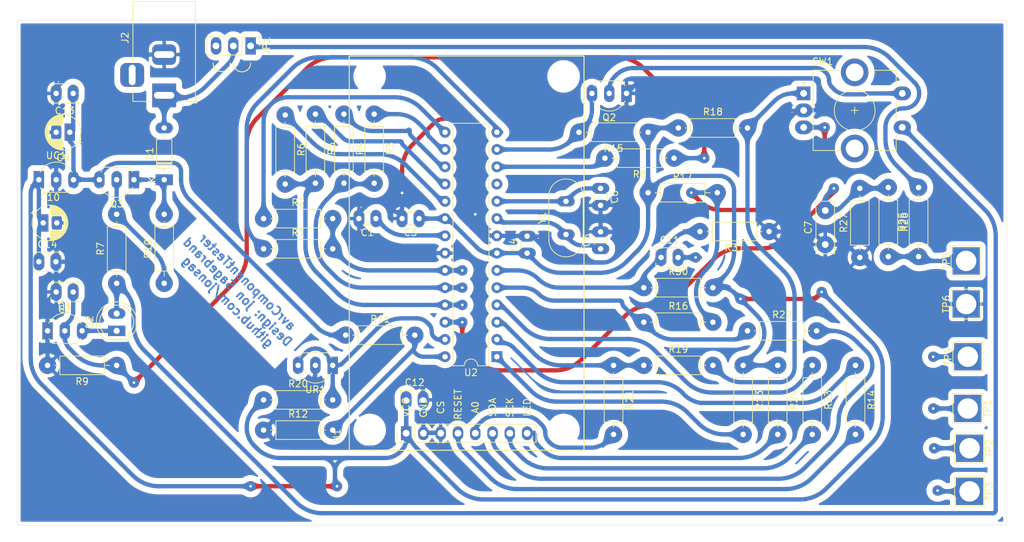
<source format=kicad_pcb>
(kicad_pcb (version 20211014) (generator pcbnew)
  (layers (0 "F.Cu" signal) (31 "B.Cu" signal) (34 "B.Paste" user) (35 "F.Paste" user) (36 "B.SilkS" user "B.Silkscreen") (37 "F.SilkS" user "F.Silkscreen") (38 "B.Mask" user) (39 "F.Mask" user) (44 "Edge.Cuts" user))
  (net 0 "")
  (net 1 "TPGND")
  (net 2 "Net-(C1-Pad1)")
  (net 3 "Net-(C2-Pad1)")
  (net 4 "+5V")
  (net 5 "XTAL1")
  (net 6 "XTAL2")
  (net 7 "ZenerMeas")
  (net 8 "VREF")
  (net 9 "TP4")
  (net 10 "FreqMeas")
  (net 11 "VCC")
  (net 12 "Net-(D1-Pad1)")
  (net 13 "Net-(D2-Pad2)")
  (net 14 "Net-(D2-Pad1)")
  (net 16 "TP3")
  (net 17 "TP2")
  (net 18 "TP1")
  (net 20 "Net-(JP1-Pad1)")
  (net 21 "Net-(Q2-Pad3)")
  (net 22 "Net-(Q2-Pad2)")
  (net 23 "Net-(Q3-Pad2)")
  (net 24 "Net-(R1-Pad1)")
  (net 25 "Net-(R2-Pad1)")
  (net 26 "Net-(R3-Pad1)")
  (net 27 "Net-(R4-Pad1)")
  (net 28 "Net-(R5-Pad1)")
  (net 29 "Net-(R6-Pad1)")
  (net 30 "Net-(R8-Pad2)")
  (net 31 "Net-(R11-Pad2)")
  (net 32 "Net-(R13-Pad2)")
  (net 33 "Net-(R14-Pad2)")
  (net 34 "Net-(R16-Pad2)")
  (net 35 "SDA")
  (net 36 "A0")
  (net 37 "Net-(R20-Pad2)")
  (net 38 "Net-(R21-Pad2)")
  (net 39 "Net-(R22-Pad2)")
  (net 40 "Net-(R23-Pad2)")
  (net 41 "SCK")
  (net 42 "Net-(R24-Pad2)")
  (net 43 "TP5")
  (net 45 "RST")
  (net 46 "Net-(R18-Pad2)")
  (footprint "My_Misc:C_Disc_D3.0mm_W1.6mm_P2.50mm_larg" (layer "F.Cu") (at 139.065 85.09 180)
    (fp_text reference "C1")
    (fp_text value "1n")
  )
  (footprint "My_Misc:C_Disc_D3.8mm_W2.6mm_P2.50mm_large" (layer "F.Cu") (at 94.575 95.885 180)
    (fp_text reference "C2")
    (fp_text value "10n")
  )
  (footprint "My_Misc:C_Disc_D3.0mm_W1.6mm_P2.50mm_larg" (layer "F.Cu") (at 145.415 85.09 180)
    (fp_text reference "C3")
    (fp_text value "100n")
  )
  (footprint "My_Misc:C_Disc_D3.0mm_W1.6mm_P2.50mm_larg" (layer "F.Cu") (at 161.29 90.17 90)
    (fp_text reference "C4")
    (fp_text value "100n")
  )
  (footprint "My_Misc:C_Disc_D3.0mm_W1.6mm_P2.50mm_larg" (layer "F.Cu") (at 172.085 89.535 90)
    (fp_text reference "C5")
    (fp_text value "22p")
  )
  (footprint "My_Misc:C_Disc_D3.0mm_W1.6mm_P2.50mm_larg" (layer "F.Cu") (at 172.085 80.645 -90)
    (fp_text reference "C6")
    (fp_text value "22p")
  )
  (footprint "My_Misc:C_Disc_D7.5mm_W2.5mm_P5.00mm_larger" (layer "F.Cu") (at 205.105 88.9 90)
    (fp_text reference "C7")
    (fp_text value "10n 100V")
  )
  (footprint "My_Misc:CP_Radial_D5.0mm_P2.00mm_larger" (layer "F.Cu") (at 94.075 72.39 180)
    (fp_text reference "C9")
    (fp_text value "10u")
  )
  (footprint "My_Misc:CP_Radial_D5.0mm_P2.00mm_larger" (layer "F.Cu") (at 90.17 85.725)
    (fp_text reference "C10")
    (fp_text value "10u")
  )
  (footprint "My_Misc:C_Disc_D3.8mm_W2.6mm_P2.50mm_large" (layer "F.Cu") (at 180.975 90.805)
    (fp_text reference "C11")
    (fp_text value "100n")
  )
  (footprint "My_Misc:C_Disc_D3.8mm_W2.6mm_P2.50mm_large" (layer "F.Cu") (at 143.51 111.76)
    (fp_text reference "C12")
    (fp_text value "100n")
  )
  (footprint "My_Misc:C_Disc_D3.8mm_W2.6mm_P2.50mm_large" (layer "F.Cu") (at 94.575 66.675 180)
    (fp_text reference "C13")
    (fp_text value "100n")
  )
  (footprint "My_Misc:C_Disc_D3.8mm_W2.6mm_P2.50mm_large" (layer "F.Cu") (at 89.535 91.44)
    (fp_text reference "C14")
    (fp_text value "100n")
  )
  (footprint "My_Misc:D_DO-35_SOD27_P7.62mm_Horizontal_large" (layer "F.Cu") (at 107.95 79.375 90)
    (fp_text reference "D1")
    (fp_text value "D_Schottky")
  )
  (footprint "My_Misc:LED_D5.0mm_larger_pads" (layer "F.Cu") (at 100.965 101.6 90)
    (fp_text reference "D2")
    (fp_text value "LED" hide)
  )
  (footprint "Connector_BarrelJack:BarrelJack_Horizontal" (layer "F.Cu") (at 107.95 66.96 -90)
    (fp_text reference "J2")
    (fp_text value "8-15VDC In")
  )
  (footprint "My_Parts:Jumper_1x03_P2.54mm_large" (layer "F.Cu") (at 120.65 59.69 -90)
    (fp_text reference "JP1")
    (fp_text value "Vext <50V, Zener < VCC" hide)
  )
  (footprint "My_Misc:TO-92_Inline_Wide_large" (layer "F.Cu") (at 90.805 101.6)
    (fp_text reference "Q1")
    (fp_text value "2N3904")
  )
  (footprint "My_Misc:TO-92_Inline_Wide_large" (layer "F.Cu") (at 175.895 66.675 180)
    (fp_text reference "Q2")
    (fp_text value "2N3904")
  )
  (footprint "My_Misc:TO-92_Inline_Wide_large" (layer "F.Cu") (at 103.505 79.375 180)
    (fp_text reference "Q3")
    (fp_text value "2N3906")
  )
  (footprint "My_Misc:R_Axial_DIN0207_L6.3mm_D2.5mm_P10.16mm_Horizontal_larger_pads" (layer "F.Cu") (at 122.555 89.535)
    (fp_text reference "R1")
    (fp_text value "680R" hide)
  )
  (footprint "My_Misc:R_Axial_DIN0207_L6.3mm_D2.5mm_P10.16mm_Horizontal_larger_pads" (layer "F.Cu") (at 122.555 85.09)
    (fp_text reference "R2")
    (fp_text value "470k" hide)
  )
  (footprint "My_Misc:R_Axial_DIN0207_L6.3mm_D2.5mm_P10.16mm_Horizontal_larger_pads" (layer "F.Cu") (at 138.811 69.723 -90)
    (fp_text reference "R3")
    (fp_text value "680R" hide)
  )
  (footprint "My_Misc:R_Axial_DIN0207_L6.3mm_D2.5mm_P10.16mm_Horizontal_larger_pads" (layer "F.Cu") (at 134.366 69.723 -90)
    (fp_text reference "R4")
    (fp_text value "470k" hide)
  )
  (footprint "My_Misc:R_Axial_DIN0207_L6.3mm_D2.5mm_P10.16mm_Horizontal_larger_pads" (layer "F.Cu") (at 130.175 69.723 -90)
    (fp_text reference "R5")
    (fp_text value "680R" hide)
  )
  (footprint "My_Misc:R_Axial_DIN0207_L6.3mm_D2.5mm_P10.16mm_Horizontal_larger_pads" (layer "F.Cu") (at 125.73 69.85 -90)
    (fp_text reference "R6")
    (fp_text value "470k" hide)
  )
  (footprint "My_Misc:R_Axial_DIN0207_L6.3mm_D2.5mm_P10.16mm_Horizontal_larger_pads" (layer "F.Cu") (at 100.965 94.615 90)
    (fp_text reference "R7")
    (fp_text value "3k3" hide)
  )
  (footprint "My_Misc:R_Axial_DIN0207_L6.3mm_D2.5mm_P10.16mm_Horizontal_larger_pads" (layer "F.Cu") (at 182.88 76.2 180)
    (fp_text reference "R8")
    (fp_text value "27k" hide)
  )
  (footprint "My_Misc:R_Axial_DIN0207_L6.3mm_D2.5mm_P10.16mm_Horizontal_larger_pads" (layer "F.Cu") (at 100.965 106.68 180)
    (fp_text reference "R9")
    (fp_text value "100k" hide)
  )
  (footprint "My_Misc:R_Axial_DIN0207_L6.3mm_D2.5mm_P10.16mm_Horizontal_larger_pads" (layer "F.Cu") (at 107.95 94.615 90)
    (fp_text reference "R10")
    (fp_text value "33k" hide)
  )
  (footprint "My_Misc:R_Axial_DIN0207_L6.3mm_D2.5mm_P10.16mm_Horizontal_larger_pads" (layer "F.Cu") (at 134.62 102.235)
    (fp_text reference "R11")
    (fp_text value "10k" hide)
  )
  (footprint "My_Misc:R_Axial_DIN0207_L6.3mm_D2.5mm_P10.16mm_Horizontal_larger_pads" (layer "F.Cu") (at 122.555 116.205)
    (fp_text reference "R12")
    (fp_text value "3k3" hide)
  )
  (footprint "My_Misc:R_Axial_DIN0207_L6.3mm_D2.5mm_P10.16mm_Horizontal_larger_pads" (layer "F.Cu") (at 193.04 106.68 -90)
    (fp_text reference "R13")
    (fp_text value "10k" hide)
  )
  (footprint "My_Misc:R_Axial_DIN0207_L6.3mm_D2.5mm_P10.16mm_Horizontal_larger_pads" (layer "F.Cu") (at 209.55 106.68 -90)
    (fp_text reference "R14")
    (fp_text value "10k" hide)
  )
  (footprint "My_Misc:R_Axial_DIN0207_L6.3mm_D2.5mm_P10.16mm_Horizontal_larger_pads" (layer "F.Cu") (at 179.07 72.39 180)
    (fp_text reference "R15")
    (fp_text value "27k" hide)
  )
  (footprint "My_Misc:R_Axial_DIN0207_L6.3mm_D2.5mm_P10.16mm_Horizontal_larger_pads" (layer "F.Cu") (at 178.435 100.33)
    (fp_text reference "R16")
    (fp_text value "1k" hide)
  )
  (footprint "My_Misc:R_Axial_DIN0207_L6.3mm_D2.5mm_P10.16mm_Horizontal_larger_pads" (layer "F.Cu") (at 179.07 81.28)
    (fp_text reference "R17")
    (fp_text value "10k" hide)
  )
  (footprint "My_Misc:R_Axial_DIN0207_L6.3mm_D2.5mm_P10.16mm_Horizontal_larger_pads" (layer "F.Cu") (at 183.515 71.755)
    (fp_text reference "R18")
    (fp_text value "10k" hide)
  )
  (footprint "My_Misc:R_Axial_DIN0207_L6.3mm_D2.5mm_P10.16mm_Horizontal_larger_pads" (layer "F.Cu") (at 178.435 106.68)
    (fp_text reference "R19")
    (fp_text value "1k" hide)
  )
  (footprint "My_Misc:R_Axial_DIN0207_L6.3mm_D2.5mm_P10.16mm_Horizontal_larger_pads" (layer "F.Cu") (at 122.555 111.76)
    (fp_text reference "R20")
    (fp_text value "2k2" hide)
  )
  (footprint "My_Misc:R_Axial_DIN0207_L6.3mm_D2.5mm_P10.16mm_Horizontal_larger_pads" (layer "F.Cu") (at 173.99 106.68 -90)
    (fp_text reference "R21")
    (fp_text value "10k" hide)
  )
  (footprint "My_Misc:R_Axial_DIN0207_L6.3mm_D2.5mm_P10.16mm_Horizontal_larger_pads" (layer "F.Cu") (at 193.675 101.6)
    (fp_text reference "R22")
    (fp_text value "10k" hide)
  )
  (footprint "My_Misc:R_Axial_DIN0207_L6.3mm_D2.5mm_P10.16mm_Horizontal_larger_pads" (layer "F.Cu") (at 203.2 106.68 -90)
    (fp_text reference "R23")
    (fp_text value "10k" hide)
  )
  (footprint "My_Misc:R_Axial_DIN0207_L6.3mm_D2.5mm_P10.16mm_Horizontal_larger_pads" (layer "F.Cu") (at 198.12 106.68 -90)
    (fp_text reference "R24")
    (fp_text value "220R" hide)
  )
  (footprint "My_Misc:R_Axial_DIN0207_L6.3mm_D2.5mm_P10.16mm_Horizontal_larger_pads" (layer "F.Cu") (at 218.821 90.678 90)
    (fp_text reference "R25")
    (fp_text value "2k2" hide)
  )
  (footprint "My_Misc:R_Axial_DIN0207_L6.3mm_D2.5mm_P10.16mm_Horizontal_larger_pads" (layer "F.Cu") (at 214.376 80.518 -90)
    (fp_text reference "R26")
    (fp_text value "179k45" hide)
  )
  (footprint "My_Misc:R_Axial_DIN0207_L6.3mm_D2.5mm_P10.16mm_Horizontal_larger_pads" (layer "F.Cu") (at 210.185 90.805 90)
    (fp_text reference "R27")
    (fp_text value "20k" hide)
  )
  (footprint "My_Misc:R_Axial_DIN0207_L6.3mm_D2.5mm_P10.16mm_Horizontal_larger_pads" (layer "F.Cu") (at 178.435 95.25)
    (fp_text reference "R30")
    (fp_text value "10k" hide)
  )
  (footprint "My_Misc:R_Axial_DIN0207_L6.3mm_D2.5mm_P10.16mm_Horizontal_larger_pads" (layer "F.Cu") (at 196.85 86.995 180)
    (fp_text reference "R31")
    (fp_text value "10k" hide)
  )
  (footprint "My_Misc:RotaryEncoder_Alps_EC11E-Switch_Vertical_H20mm_CircularMountingHoles_large" (layer "F.Cu") (at 201.93 66.675)
    (fp_text reference "SW1")
    (fp_text value "EC11")
  )
  (footprint "My_Parts:TestPoint_THTPad_4.0x4.0mm_Drill3.0mm" (layer "F.Cu") (at 226.06 113.03 -90)
    (fp_text reference "TP1")
    (fp_text value "TestPoint")
  )
  (footprint "My_Parts:TestPoint_THTPad_4.0x4.0mm_Drill3.0mm" (layer "F.Cu") (at 226.314 118.872 -90)
    (fp_text reference "TP2")
    (fp_text value "TestPoint")
  )
  (footprint "My_Parts:TestPoint_THTPad_4.0x4.0mm_Drill3.0mm" (layer "F.Cu") (at 226.314 125.222 -90)
    (fp_text reference "TP3")
    (fp_text value "TestPoint")
  )
  (footprint "My_Parts:TestPoint_THTPad_4.0x4.0mm_Drill3.0mm" (layer "F.Cu") (at 226.06 105.41 90)
    (fp_text reference "TP4")
    (fp_text value "TestPoint")
  )
  (footprint "My_Parts:TestPoint_THTPad_4.0x4.0mm_Drill3.0mm" (layer "F.Cu") (at 225.806 91.313 90)
    (fp_text reference "TP5")
    (fp_text value "TestPoint")
  )
  (footprint "My_Parts:TestPoint_THTPad_4.0x4.0mm_Drill3.0mm" (layer "F.Cu") (at 225.806 97.663 90)
    (fp_text reference "TP6")
    (fp_text value "TestPoint")
  )
  (footprint "Package_DIP:DIP-28_W7.62mm" (layer "F.Cu") (at 156.845 105.41 180)
    (fp_text reference "U2")
    (fp_text value "ATmega328P-PU")
  )
  (footprint "My_Misc:TO-92_Inline_Wide_large" (layer "F.Cu") (at 89.535 79.375)
    (fp_text reference "UC1")
    (fp_text value "L78L05_TO92")
  )
  (footprint "My_Misc:TO-92_Inline_Wide_large" (layer "F.Cu") (at 132.715 106.68 180)
    (fp_text reference "UR1")
    (fp_text value "TL431LP")
  )
  (footprint "My_Misc:Crystal_HC49-4H_Vertical_large" (layer "F.Cu") (at 167.005 87.43 90)
    (fp_text reference "Y1")
    (fp_text value "8MHz")
  )
  (footprint "My_Parts:ST7735_1.8_TFT_display_128x160_w_SD-card_no_SD_pins_large" (layer "F.Cu") (at 143.51 116.67 90)
    (fp_text reference "U1")
    (fp_text value "ST7735_1.8\"_TFT_128x160_w_SD-card" hide)
  )
  (gr_line (start 231.775 55.88) (end 231.775 130.175) (layer "Edge.Cuts") (width 0.05))
  (gr_line (start 231.775 130.175) (end 86.36 130.175) (layer "Edge.Cuts") (width 0.05))
  (gr_line (start 86.36 130.175) (end 86.36 55.88) (layer "Edge.Cuts") (width 0.05))
  (gr_line (start 86.36 55.88) (end 231.775 55.88) (layer "Edge.Cuts") (width 0.05))
  (gr_text "avrComponentTester\nDesign: jon Sagebrand\ngithub.com/jonsag" (at 118.745 95.885 -45) (layer "B.Cu") (effects (font (size 1.27 1.27) (thickness 0.254)) (justify mirror)))
  (segment (start 144.508792 74.136585) (end 147.580849 71.064528) (width 0.635) (layer "F.Cu") (net 1))
  (segment (start 152.076207 72.271585) (end 150.86915 71.064528) (width 0.635) (layer "F.Cu") (net 1))
  (segment (start 142.915 81.32) (end 142.915 77.984341) (width 0.635) (layer "F.Cu") (net 1))
  (segment (start 153.67 76.119341) (end 153.67 84.455) (width 0.635) (layer "F.Cu") (net 1))
  (via (at 142.915 81.32) (size 1.524) (drill 0.4) (layers "F.Cu" "B.Cu") (net 1))
  (via (at 153.67 84.455) (size 1.524) (drill 0.4) (layers "F.Cu" "B.Cu") (net 1))
  (arc (start 150.86915 71.064528) (mid 150.114807 70.560492) (end 149.225 70.383499) (width 0.635) (layer "F.Cu") (net 1))
  (arc (start 144.508792 74.136585) (mid 143.329213 75.90195) (end 142.915 77.984341) (width 0.635) (layer "F.Cu") (net 1))
  (arc (start 149.225 70.383499) (mid 148.335192 70.560492) (end 147.580849 71.064528) (width 0.635) (layer "F.Cu") (net 1))
  (arc (start 152.076207 72.271585) (mid 153.255786 74.03695) (end 153.67 76.119341) (width 0.635) (layer "F.Cu") (net 1))
  (segment (start 153.67 84.455) (end 153.67 84.455) (width 0.635) (layer "B.Cu") (net 1))
  (segment (start 142.915 81.32) (end 142.915 81.32) (width 0.635) (layer "B.Cu") (net 1))
  (segment (start 92.138501 91.331597) (end 92.138501 87.7951) (width 0.635) (layer "B.Cu") (net 1))
  (segment (start 92.138501 83.5347) (end 92.138501 84.924899) (width 0.635) (layer "B.Cu") (net 1))
  (segment (start 173.585881 87.035) (end 172.085 87.035) (width 0.635) (layer "B.Cu") (net 1))
  (segment (start 92.075 81.400649) (end 92.075 83.381396) (width 0.635) (layer "B.Cu") (net 1))
  (segment (start 130.175 107.6325) (end 130.175 106.68) (width 0.635) (layer "B.Cu") (net 1))
  (segment (start 92.075 68.031316) (end 92.075 70.485) (width 0.635) (layer "B.Cu") (net 1))
  (segment (start 204.136501 64.880423) (end 204.136501 68.262041) (width 0.635) (layer "B.Cu") (net 1))
  (segment (start 200.67055 69.543972) (end 200.099761 70.114762) (width 0.635) (layer "B.Cu") (net 1))
  (segment (start 157.410685 87.63) (end 156.279315 87.63) (width 0.635) (layer "B.Cu") (net 1))
  (segment (start 157.410685 87.63) (end 160.906183 87.63) (width 0.635) (layer "B.Cu") (net 1))
  (segment (start 129.50148 109.258519) (end 123.79325 114.966749) (width 0.635) (layer "B.Cu") (net 1))
  (segment (start 126.958483 118.784501) (end 138.479953 118.784501) (width 0.635) (layer "B.Cu") (net 1))
  (segment (start 142.129933 109.832432) (end 142.895603 109.066763) (width 0.635) (layer "B.Cu") (net 1))
  (segment (start 136.525 84.706183) (end 136.525 85.473816) (width 0.635) (layer "B.Cu") (net 1))
  (segment (start 146.68675 116.578) (end 148.616 116.578) (width 0.635) (layer "B.Cu") (net 1))
  (segment (start 200.568872 86.995) (end 196.85 86.995) (width 0.635) (layer "B.Cu") (net 1))
  (segment (start 99.23633 60.96) (end 107.95 60.96) (width 0.635) (layer "B.Cu") (net 1))
  (segment (start 100.05071 91.44) (end 92.119901 91.44) (width 0.635) (layer "B.Cu") (net 1))
  (segment (start 143.09133 90.17) (end 149.225 90.17) (width 0.635) (layer "B.Cu") (net 1))
  (segment (start 92.075 77.349351) (end 92.075 81.400649) (width 0.635) (layer "B.Cu") (net 1))
  (segment (start 92.075 77.349351) (end 92.075 73.025) (width 0.635) (layer "B.Cu") (net 1))
  (segment (start 123.84475 117.49475) (end 123.79325 117.44325) (width 0.635) (layer "B.Cu") (net 1))
  (segment (start 209.2325 89.8525) (end 209.954208 90.574208) (width 0.635) (layer "B.Cu") (net 1))
  (segment (start 141.769548 83.944548) (end 141.217938 83.392938) (width 0.635) (layer "B.Cu") (net 1))
  (segment (start 173.124032 82.9136) (end 174.373816 81.663816) (width 0.635) (layer "B.Cu") (net 1))
  (segment (start 168.223106 91.54151) (end 172.554998 91.54151) (width 0.635) (layer "B.Cu") (net 1))
  (segment (start 146.01 110.753025) (end 146.01 111.76) (width 0.635) (layer "B.Cu") (net 1))
  (segment (start 155.31363 87.23) (end 154.069999 85.986369) (width 0.635) (layer "B.Cu") (net 1))
  (segment (start 92.075 70.485) (end 92.075 71.755) (width 0.635) (layer "B.Cu") (net 1))
  (segment (start 174.56151 88.010628) (end 174.56151 89.534998) (width 0.635) (layer "B.Cu") (net 1))
  (segment (start 162.329032 87.901399) (end 164.37535 89.947717) (width 0.635) (layer "B.Cu") (net 1))
  (segment (start 95.388574 62.553792) (end 92.585047 65.357319) (width 0.635) (layer "B.Cu") (net 1))
  (segment (start 92.075 94.986974) (end 92.075 91.484901) (width 0.635) (layer "B.Cu") (net 1))
  (segment (start 206.6925 88.9) (end 206.932961 88.9) (width 0.635) (layer "B.Cu") (net 1))
  (segment (start 161.673816 87.63) (end 160.906183 87.63) (width 0.635) (layer "B.Cu") (net 1))
  (segment (start 203.724576 64.468499) (end 179.661732 64.468499) (width 0.635) (layer "B.Cu") (net 1))
  (segment (start 219.949741 97.663) (end 225.806 97.663) (width 0.635) (layer "B.Cu") (net 1))
  (segment (start 211.068569 91.035791) (end 216.101985 96.069207) (width 0.635) (layer "B.Cu") (net 1))
  (segment (start 153.67 85.020685) (end 153.67 84.455) (width 0.635) (layer "B.Cu") (net 1))
  (segment (start 175.895 68.235231) (end 175.895 77.991354) (width 0.635) (layer "B.Cu") (net 1))
  (segment (start 90.805 103.8225) (end 90.805 106.68) (width 0.635) (layer "B.Cu") (net 1))
  (segment (start 90.805 99.3775) (end 90.805 98.053025) (width 0.635) (layer "B.Cu") (net 1))
  (segment (start 137.454428 83.392938) (end 136.796399 84.050967) (width 0.635) (layer "B.Cu") (net 1))
  (segment (start 201.464762 69.215) (end 201.93 69.215) (width 0.635) (layer "B.Cu") (net 1))
  (segment (start 202.628499 85.470999) (end 202.628499 86.105999) (width 0.635) (layer "B.Cu") (net 1))
  (segment (start 123.915254 114.844744) (end 123.383426 115.376573) (width 0.635) (layer "B.Cu") (net 1))
  (segment (start 92.075 66.588683) (end 92.075 68.031316) (width 0.635) (layer "B.Cu") (net 1))
  (segment (start 172.085 83.145) (end 172.085 86.995) (width 0.635) (layer "B.Cu") (net 1))
  (segment (start 200.099761 73.235237) (end 201.040994 74.17647) (width 0.635) (layer "B.Cu") (net 1))
  (segment (start 102.448361 92.433139) (end 102.907653 92.892431) (width 0.635) (layer "B.Cu") (net 1))
  (segment (start 172.468816 83.185) (end 172.085 83.185) (width 0.635) (layer "B.Cu") (net 1))
  (segment (start 203.982467 87.777467) (end 202.853005 86.648005) (width 0.635) (layer "B.Cu") (net 1))
  (segment (start 139.243574 88.576207) (end 136.796399 86.129032) (width 0.635) (layer "B.Cu") (net 1))
  (segment (start 107.120783 97.091501) (end 109.297759 97.091501) (width 0.635) (layer "B.Cu") (net 1))
  (segment (start 202.403992 86.013005) (end 202.025248 86.391749) (width 0.635) (layer "B.Cu") (net 1))
  (segment (start 145.221763 109.066763) (end 145.375 109.22) (width 0.635) (layer "B.Cu") (net 1))
  (segment (start 140.882501 116.381953) (end 140.882501 112.844002) (width 0.635) (layer "B.Cu") (net 1))
  (segment (start 146.05 115.941249) (end 146.05 111.76) (width 0.635) (layer "B.Cu") (net 1))
  (segment (start 142.915 83.470086) (end 142.915 81.32) (width 0.635) (layer "B.Cu") (net 1))
  (segment (start 103.975348 95.470074) (end 104.519138 96.013864) (width 0.635) (layer "B.Cu") (net 1))
  (segment (start 123.915255 109.455033) (end 113.145515 98.685293) (width 0.635) (layer "B.Cu") (net 1))
  (segment (start 90.805 99.3775) (end 90.805 103.8225) (width 0.635) (layer "B.Cu") (net 1))
  (segment (start 92.138501 84.924899) (end 92.138501 87.7951) (width 0.635) (layer "B.Cu") (net 1))
  (segment (start 203.223542 69.175) (end 201.93 69.175) (width 0.635) (layer "B.Cu") (net 1))
  (segment (start 202.628499 85.470999) (end 202.628499 78.009045) (width 0.635) (layer "B.Cu") (net 1))
  (segment (start 92.075 71.755) (end 92.075 73.025) (width 0.635) (layer "B.Cu") (net 1))
  (arc (start 103.441501 94.181253) (mid 103.580243 94.878757) (end 103.975348 95.470074) (width 0.635) (layer "B.Cu") (net 1))
  (arc (start 153.67 85.020685) (mid 153.773956 85.543309) (end 154.069999 85.986369) (width 0.635) (layer "B.Cu") (net 1))
  (arc (start 211.068569 91.035791) (mid 210.812932 90.86498) (end 210.511389 90.805) (width 0.635) (layer "B.Cu") (net 1))
  (arc (start 174.275755 87.320755) (mid 174.487244 87.637271) (end 174.56151 88.010628) (width 0.635) (layer "B.Cu") (net 1))
  (arc (start 140.178811 118.080811) (mid 139.399368 118.601617) (end 138.479953 118.784501) (width 0.635) (layer "B.Cu") (net 1))
  (arc (start 209.2325 89.8525) (mid 208.177462 89.147546) (end 206.932961 88.9) (width 0.635) (layer "B.Cu") (net 1))
  (arc (start 155.31363 87.23) (mid 155.75669 87.526043) (end 156.279315 87.63) (width 0.635) (layer "B.Cu") (net 1))
  (arc (start 202.628499 86.105999) (mid 202.686846 86.39933) (end 202.853005 86.648005) (width 0.635) (layer "B.Cu") (net 1))
  (arc (start 104.519138 96.013864) (mid 105.712783 96.811432) (end 107.120783 97.091501) (width 0.635) (layer "B.Cu") (net 1))
  (arc (start 145.375 109.22) (mid 145.844968 109.923357) (end 146.01 110.753025) (width 0.635) (layer "B.Cu") (net 1))
  (arc (start 146.05 115.941249) (mid 146.098469 116.184923) (end 146.2365 116.3915) (width 0.635) (layer "B.Cu") (net 1))
  (arc (start 102.448361 92.433139) (mid 101.348309 91.698108) (end 100.05071 91.44) (width 0.635) (layer "B.Cu") (net 1))
  (arc (start 102.907653 92.892431) (mid 103.302758 93.483747) (end 103.441501 94.181253) (width 0.635) (layer "B.Cu") (net 1))
  (arc (start 203.982467 87.777467) (mid 205.22584 88.608263) (end 206.6925 88.9) (width 0.635) (layer "B.Cu") (net 1))
  (arc (start 142.129933 109.832432) (mid 141.206698 111.214152) (end 140.882501 112.844002) (width 0.635) (layer "B.Cu") (net 1))
  (arc (start 123.79325 117.44325) (mid 123.160315 116.325034) (end 123.383426 115.376573) (width 0.635) (layer "B.Cu") (net 1))
  (arc (start 92.075 91.484901) (mid 92.083251 91.443417) (end 92.10675 91.408249) (width 0.635) (layer "B.Cu") (net 1))
  (arc (start 130.175 107.6325) (mid 129.999957 108.512495) (end 129.50148 109.258519) (width 0.635) (layer "B.Cu") (net 1))
  (arc (start 174.275755 87.320755) (mid 173.959238 87.109265) (end 173.585881 87.035) (width 0.635) (layer "B.Cu") (net 1))
  (arc (start 123.915255 109.455033) (mid 124.741398 110.691443) (end 125.031501 112.149889) (width 0.635) (layer "B.Cu") (net 1))
  (arc (start 136.525 85.473816) (mid 136.595534 85.828416) (end 136.796399 86.129032) (width 0.635) (layer "B.Cu") (net 1))
  (arc (start 123.383426 115.376573) (mid 123.588338 115.171661) (end 123.79325 114.966749) (width 0.635) (layer "B.Cu") (net 1))
  (arc (start 139.243574 88.576207) (mid 141.008939 89.755786) (end 143.09133 90.17) (width 0.635) (layer "B.Cu") (net 1))
  (arc (start 201.464762 69.215) (mid 201.034937 69.300497) (end 200.67055 69.543972) (width 0.635) (layer "B.Cu") (net 1))
  (arc (start 123.84475 117.49475) (mid 125.273343 118.449305) (end 126.958483 118.784501) (width 0.635) (layer "B.Cu") (net 1))
  (arc (start 146.2365 116.3915) (mid 146.443076 116.52953) (end 146.68675 116.578) (width 0.635) (layer "B.Cu") (net 1))
  (arc (start 164.37535 89.947717) (mid 166.140715 91.127296) (end 168.223106 91.54151) (width 0.635) (layer "B.Cu") (net 1))
  (arc (start 92.138501 91.331597) (mid 92.130249 91.37308) (end 92.10675 91.408249) (width 0.635) (layer "B.Cu") (net 1))
  (arc (start 204.015851 64.589149) (mid 203.882212 64.499854) (end 203.724576 64.468499) (width 0.635) (layer "B.Cu") (net 1))
  (arc (start 201.040994 74.17647) (mid 202.215919 75.93487) (end 202.628499 78.009045) (width 0.635) (layer "B.Cu") (net 1))
  (arc (start 209.954208 90.574208) (mid 210.209844 90.745019) (end 210.511389 90.805) (width 0.635) (layer "B.Cu") (net 1))
  (arc (start 123.79325 114.966749) (mid 123.28035 116.204999) (end 123.79325 117.44325) (width 0.635) (layer "B.Cu") (net 1))
  (arc (start 139.336183 82.61349) (mid 138.317784 82.816061) (end 137.454428 83.392938) (width 0.635) (layer "B.Cu") (net 1))
  (arc (start 179.661732 64.468499) (mid 178.220266 64.755224) (end 176.99825 65.571749) (width 0.635) (layer "B.Cu") (net 1))
  (arc (start 92.075 94.986974) (mid 91.909968 95.816641) (end 91.44 96.52) (width 0.635) (layer "B.Cu") (net 1))
  (arc (start 200.099761 70.114762) (mid 199.62145 70.830605) (end 199.45349 71.675) (width 0.635) (layer "B.Cu") (net 1))
  (arc (start 202.403992 86.013005) (mid 202.570151 85.76433) (end 202.628499 85.470999) (width 0.635) (layer "B.Cu") (net 1))
  (arc (start 99.23633 60.96) (mid 97.153939 61.374213) (end 95.388574 62.553792) (width 0.635) (layer "B.Cu") (net 1))
  (arc (start 162.329032 87.901399) (mid 162.028416 87.700534) (end 161.673816 87.63) (width 0.635) (layer "B.Cu") (net 1))
  (arc (start 202.025248 86.391749) (mid 201.357057 86.83822) (end 200.568872 86.995) (width 0.635) (layer "B.Cu") (net 1))
  (arc (start 136.796399 84.050967) (mid 136.595534 84.351582) (end 136.525 84.706183) (width 0.635) (layer "B.Cu") (net 1))
  (arc (start 173.124032 82.9136) (mid 172.823416 83.114465) (end 172.468816 83.185) (width 0.635) (layer "B.Cu") (net 1))
  (arc (start 202.628499 86.105999) (mid 202.547313 85.984496) (end 202.403992 86.013005) (width 0.635) (layer "B.Cu") (net 1))
  (arc (start 113.145515 98.685293) (mid 111.380149 97.505714) (end 109.297759 97.091501) (width 0.635) (layer "B.Cu") (net 1))
  (arc (start 199.45349 71.675) (mid 199.62145 72.519394) (end 200.099761 73.235237) (width 0.635) (layer "B.Cu") (net 1))
  (arc (start 125.031501 112.149889) (mid 124.741397 113.608334) (end 123.915254 114.844744) (width 0.635) (layer "B.Cu") (net 1))
  (arc (start 216.101985 96.069207) (mid 217.86735 97.248786) (end 219.949741 97.663) (width 0.635) (layer "B.Cu") (net 1))
  (arc (start 174.56151 89.534998) (mid 174.408773 90.302857) (end 173.973816 90.953816) (width 0.635) (layer "B.Cu") (net 1))
  (arc (start 91.44 96.52) (mid 90.970031 97.223357) (end 90.805 98.053025) (width 0.635) (layer "B.Cu") (net 1))
  (arc (start 176.99825 65.571749) (mid 176.181725 66.793765) (end 175.895 68.235231) (width 0.635) (layer "B.Cu") (net 1))
  (arc (start 92.10675 91.408249) (mid 92.102718 91.428518) (end 92.119901 91.44) (width 0.635) (layer "B.Cu") (net 1))
  (arc (start 145.221763 109.066763) (mid 144.688137 108.710206) (end 144.058683 108.585) (width 0.635) (layer "B.Cu") (net 1))
  (arc (start 141.769548 83.944548) (mid 142.500786 84.09) (end 142.915 83.470086) (width 0.635) (layer "B.Cu") (net 1))
  (arc (start 144.058683 108.585) (mid 143.429228 108.710206) (end 142.895603 109.066763) (width 0.635) (layer "B.Cu") (net 1))
  (arc (start 204.015851 64.589149) (mid 204.105145 64.722786) (end 204.136501 64.880423) (width 0.635) (layer "B.Cu") (net 1))
  (arc (start 92.119901 91.44) (mid 92.088151 91.453151) (end 92.075 91.484901) (width 0.635) (layer "B.Cu") (net 1))
  (arc (start 175.895 77.991354) (mid 175.499657 79.978876) (end 174.373816 81.663816) (width 0.635) (layer "B.Cu") (net 1))
  (arc (start 92.585047 65.357319) (mid 92.207556 65.922273) (end 92.075 66.588683) (width 0.635) (layer "B.Cu") (net 1))
  (arc (start 141.217938 83.392938) (mid 140.354581 82.816061) (end 139.336183 82.61349) (width 0.635) (layer "B.Cu") (net 1))
  (arc (start 92.10675 83.458048) (mid 92.130249 83.493216) (end 92.138501 83.5347) (width 0.635) (layer "B.Cu") (net 1))
  (arc (start 92.075 83.381396) (mid 92.083251 83.422879) (end 92.10675 83.458048) (width 0.635) (layer "B.Cu") (net 1))
  (arc (start 140.882501 116.381953) (mid 140.699617 117.301368) (end 140.178811 118.080811) (width 0.635) (layer "B.Cu") (net 1))
  (arc (start 173.973816 90.953816) (mid 173.322857 91.388773) (end 172.554998 91.54151) (width 0.635) (layer "B.Cu") (net 1))
  (arc (start 204.136501 68.262041) (mid 204.067006 68.611415) (end 203.869101 68.9076) (width 0.635) (layer "B.Cu") (net 1))
  (arc (start 203.869101 68.9076) (mid 203.572916 69.105504) (end 203.223542 69.175) (width 0.635) (layer "B.Cu") (net 1))
  (segment (start 140.303255 86.328255) (end 139.065 85.09) (width 0.635) (layer "B.Cu") (net 2))
  (segment (start 149.116615 87.56651) (end 143.292667 87.56651) (width 0.635) (layer "B.Cu") (net 2))
  (segment (start 149.193255 87.598255) (end 149.225 87.63) (width 0.635) (layer "B.Cu") (net 2))
  (arc (start 149.193255 87.598255) (mid 149.158092 87.57476) (end 149.116615 87.56651) (width 0.635) (layer "B.Cu") (net 2))
  (arc (start 140.303255 86.328255) (mid 141.674808 87.244698) (end 143.292667 87.56651) (width 0.635) (layer "B.Cu") (net 2))
  (segment (start 132.797242 61.371499) (end 174.542757 61.371499) (width 0.635) (layer "F.Cu") (net 3))
  (segment (start 187.325 74.049889) (end 187.325 76.2) (width 0.635) (layer "F.Cu") (net 3))
  (segment (start 103.505 109.22) (end 118.484706 94.240293) (width 0.635) (layer "F.Cu") (net 3))
  (segment (start 120.078499 74.090242) (end 120.078499 90.392537) (width 0.635) (layer "F.Cu") (net 3))
  (segment (start 185.804641 70.379419) (end 178.390513 62.965291) (width 0.635) (layer "F.Cu") (net 3))
  (segment (start 128.949486 62.965291) (end 121.672291 70.242486) (width 0.635) (layer "F.Cu") (net 3))
  (via (at 103.505 109.22) (size 1.524) (drill 0.4) (layers "F.Cu" "B.Cu") (net 3))
  (via (at 187.325 76.2) (size 1.524) (drill 0.4) (layers "F.Cu" "B.Cu") (net 3))
  (arc (start 178.390513 62.965291) (mid 176.625147 61.785712) (end 174.542757 61.371499) (width 0.635) (layer "F.Cu") (net 3))
  (arc (start 185.804641 70.379419) (mid 186.929871 72.063445) (end 187.325 74.049889) (width 0.635) (layer "F.Cu") (net 3))
  (arc (start 120.078499 90.392537) (mid 119.664285 92.474927) (end 118.484706 94.240293) (width 0.635) (layer "F.Cu") (net 3))
  (arc (start 121.672291 70.242486) (mid 120.492712 72.007851) (end 120.078499 74.090242) (width 0.635) (layer "F.Cu") (net 3))
  (arc (start 132.797242 61.371499) (mid 130.714851 61.785712) (end 128.949486 62.965291) (width 0.635) (layer "F.Cu") (net 3))
  (segment (start 187.325 76.2) (end 187.325 76.2) (width 0.635) (layer "B.Cu") (net 3))
  (segment (start 103.505 109.22) (end 103.505 109.22) (width 0.635) (layer "B.Cu") (net 3))
  (segment (start 93.959999 100.233106) (end 93.610834 100.582272) (width 0.635) (layer "B.Cu") (net 3))
  (segment (start 93.345 102.5525) (end 93.345 101.975946) (width 0.635) (layer "B.Cu") (net 3))
  (segment (start 103.505 109.22) (end 102.235 107.95) (width 0.635) (layer "B.Cu") (net 3))
  (segment (start 94.575 98.748365) (end 94.575 95.885) (width 0.635) (layer "B.Cu") (net 3))
  (segment (start 94.948455 105.108455) (end 94.018519 104.178519) (width 0.635) (layer "B.Cu") (net 3))
  (segment (start 93.345 101.224053) (end 93.345 101.975946) (width 0.635) (layer "B.Cu") (net 3))
  (segment (start 98.7425 106.68) (end 99.168948 106.68) (width 0.635) (layer "B.Cu") (net 3))
  (segment (start 187.325 76.2) (end 182.88 76.2) (width 0.635) (layer "B.Cu") (net 3))
  (arc (start 102.235 107.95) (mid 100.828283 107.010062) (end 99.168948 106.68) (width 0.635) (layer "B.Cu") (net 3))
  (arc (start 93.345 102.5525) (mid 93.520041 103.432495) (end 94.018519 104.178519) (width 0.635) (layer "B.Cu") (net 3))
  (arc (start 94.575 98.748365) (mid 94.415166 99.551901) (end 93.959999 100.233106) (width 0.635) (layer "B.Cu") (net 3))
  (arc (start 94.948455 105.108455) (mid 96.689177 106.271568) (end 98.7425 106.68) (width 0.635) (layer "B.Cu") (net 3))
  (arc (start 93.610834 100.582272) (mid 93.414088 100.876723) (end 93.345 101.224053) (width 0.635) (layer "B.Cu") (net 3))
  (segment (start 120.65 124.46) (end 133.35 124.46) (width 0.635) (layer "F.Cu") (net 4))
  (segment (start 192.650111 96.909889) (end 202.825902 96.909889) (width 0.635) (layer "F.Cu") (net 4))
  (segment (start 204.575497 95.885) (end 204.063052 96.397444) (width 0.635) (layer "F.Cu") (net 4))
  (via (at 120.65 124.46) (size 1.524) (drill 0.4) (layers "F.Cu" "B.Cu") (net 4))
  (via (at 133.35 124.46) (size 1.524) (drill 0.4) (layers "F.Cu" "B.Cu") (net 4))
  (via (at 192.650111 96.909889) (size 1.524) (drill 0.4) (layers "F.Cu" "B.Cu") (net 4))
  (via (at 204.575497 95.885) (size 1.524) (drill 0.4) (layers "F.Cu" "B.Cu") (net 4))
  (arc (start 204.063052 96.397444) (mid 203.495442 96.776708) (end 202.825902 96.909889) (width 0.635) (layer "F.Cu") (net 4))
  (segment (start 204.575497 95.885) (end 204.575497 95.885) (width 0.635) (layer "B.Cu") (net 4))
  (segment (start 191.820166 96.079944) (end 192.650111 96.909889) (width 0.635) (layer "B.Cu") (net 4))
  (segment (start 133.35 124.46) (end 133.35 124.46) (width 0.635) (layer "B.Cu") (net 4))
  (segment (start 120.65 124.46) (end 120.65 124.46) (width 0.635) (layer "B.Cu") (net 4))
  (segment (start 191.706501 89.938335) (end 191.706501 81.001876) (width 0.635) (layer "B.Cu") (net 4))
  (segment (start 179.07 83.03115) (end 179.07 86.011036) (width 0.635) (layer "B.Cu") (net 4))
  (segment (start 189.508123 78.803499) (end 183.297651 78.803499) (width 0.635) (layer "B.Cu") (net 4))
  (segment (start 205.244463 124.810758) (end 211.956718 118.098503) (width 0.635) (layer "B.Cu") (net 4))
  (segment (start 131.1275 120.308511) (end 134.985478 120.308511) (width 0.635) (layer "B.Cu") (net 4))
  (segment (start 211.956718 103.266221) (end 204.575497 95.885) (width 0.635) (layer "B.Cu") (net 4))
  (segment (start 133.35 124.46) (end 133.203244 124.313244) (width 0.635) (layer "B.Cu") (net 4))
  (segment (start 143.536 115.6255) (end 143.536 117.5305) (width 0.635) (layer "B.Cu") (net 4))
  (segment (start 89.535 80.228125) (end 89.535 84.640987) (width 0.635) (layer "B.Cu") (net 4))
  (segment (start 89.535 86.809012) (end 89.535 91.44) (width 0.635) (layer "B.Cu") (net 4))
  (segment (start 143.51 111.778384) (end 143.51 115.049929) (width 0.635) (layer "B.Cu") (net 4))
  (segment (start 213.550511 107.113977) (end 213.550511 114.250747) (width 0.635) (layer "B.Cu") (net 4))
  (segment (start 157.900189 90.17) (end 160.9725 90.17) (width 0.635) (layer "B.Cu") (net 4))
  (segment (start 161.29 90.4875) (end 161.29 90.805) (width 0.635) (layer "B.Cu") (net 4))
  (segment (start 180.154012 71.755) (end 183.515 71.755) (width 0.635) (layer "B.Cu") (net 4))
  (segment (start 175.863272 91.471726) (end 177.476207 89.858792) (width 0.635) (layer "B.Cu") (net 4))
  (segment (start 195.035255 99.295033) (end 192.650111 96.909889) (width 0.635) (layer "B.Cu") (net 4))
  (segment (start 189.792611 95.25) (end 189.816503 95.25) (width 0.635) (layer "B.Cu") (net 4))
  (segment (start 166.232961 93.06552) (end 172.015516 93.06552) (width 0.635) (layer "B.Cu") (net 4))
  (segment (start 143.536 115.6255) (end 143.536 111.804384) (width 0.635) (layer "B.Cu") (net 4))
  (segment (start 125.054356 120.308511) (end 131.1275 120.308511) (width 0.635) (layer "B.Cu") (net 4))
  (segment (start 151.016865 124.810758) (end 145.103792 118.897685) (width 0.635) (layer "B.Cu") (net 4))
  (segment (start 179.07 83.03115) (end 179.07 79.660087) (width 0.635) (layer "B.Cu") (net 4))
  (segment (start 179.07 79.660087) (end 179.07 72.839012) (width 0.635) (layer "B.Cu") (net 4))
  (segment (start 201.396707 126.404551) (end 154.864621 126.404551) (width 0.635) (layer "B.Cu") (net 4))
  (segment (start 107.173741 124.46) (end 120.65 124.46) (width 0.635) (layer "B.Cu") (net 4))
  (segment (start 149.010189 85.09) (end 145.415 85.09) (width 0.635) (layer "B.Cu") (net 4))
  (segment (start 103.325985 122.866207) (end 89.922291 109.462513) (width 0.635) (layer "B.Cu") (net 4))
  (segment (start 157.900189 90.17) (end 155.789811 90.17) (width 0.635) (layer "B.Cu") (net 4))
  (segment (start 121.194744 113.120255) (end 122.555 111.76) (width 0.635) (layer "B.Cu") (net 4))
  (segment (start 194.659913 106.68) (end 198.12 106.68) (width 0.635) (layer "B.Cu") (net 4))
  (segment (start 134.985478 120.308511) (end 140.419657 120.308511) (width 0.635) (layer "B.Cu") (net 4))
  (segment (start 189.441838 94.40316) (end 190.15075 93.694249) (width 0.635) (layer "B.Cu") (net 4))
  (segment (start 142.623244 119.395755) (end 142.86248 119.156519) (width 0.635) (layer "B.Cu") (net 4))
  (segment (start 121.535894 118.851116) (end 121.194744 118.509966) (width 0.635) (layer "B.Cu") (net 4))
  (segment (start 153.98849 89.423868) (end 149.806516 85.241894) (width 0.635) (layer "B.Cu") (net 4))
  (segment (start 194.185451 105.534548) (end 195.035255 104.684744) (width 0.635) (layer "B.Cu") (net 4))
  (segment (start 88.328499 105.614757) (end 88.328499 81.434626) (width 0.635) (layer "B.Cu") (net 4))
  (segment (start 162.73776 91.61776) (end 161.514506 90.394506) (width 0.635) (layer "B.Cu") (net 4))
  (segment (start 133.056489 122.2375) (end 133.056489 123.958945) (width 0.635) (layer "B.Cu") (net 4))
  (segment (start 149.439811 85.09) (end 149.010189 85.09) (width 0.635) (layer "B.Cu") (net 4))
  (arc (start 134.985478 120.308511) (mid 133.621476 120.873498) (end 133.056489 122.2375) (width 0.635) (layer "B.Cu") (net 4))
  (arc (start 142.623244 119.395755) (mid 141.612229 120.071293) (end 140.419657 120.308511) (width 0.635) (layer "B.Cu") (net 4))
  (arc (start 143.536 117.5305) (mid 143.360957 118.410495) (end 142.86248 119.156519) (width 0.635) (layer "B.Cu") (net 4))
  (arc (start 149.806516 85.241894) (mid 149.63827 85.129475) (end 149.439811 85.09) (width 0.635) (layer "B.Cu") (net 4))
  (arc (start 151.016865 124.810758) (mid 152.78223 125.990337) (end 154.864621 126.404551) (width 0.635) (layer "B.Cu") (net 4))
  (arc (start 143.51 115.049929) (mid 143.924213 117.132319) (end 145.103792 118.897685) (width 0.635) (layer "B.Cu") (net 4))
  (arc (start 143.523 111.773) (mid 143.532621 111.787399) (end 143.536 111.804384) (width 0.635) (layer "B.Cu") (net 4))
  (arc (start 175.863272 91.471726) (mid 174.097906 92.651306) (end 172.015516 93.06552) (width 0.635) (layer "B.Cu") (net 4))
  (arc (start 103.325985 122.866207) (mid 105.09135 124.045786) (end 107.173741 124.46) (width 0.635) (layer "B.Cu") (net 4))
  (arc (start 121.194744 113.120255) (mid 120.368601 114.356665) (end 120.078499 115.815111) (width 0.635) (layer "B.Cu") (net 4))
  (arc (start 89.8525 85.4075) (mid 89.984012 85.725) (end 89.8525 86.0425) (width 0.635) (layer "B.Cu") (net 4))
  (arc (start 195.035255 99.295033) (mid 195.861398 100.531443) (end 196.151501 101.989889) (width 0.635) (layer "B.Cu") (net 4))
  (arc (start 120.078499 115.815111) (mid 120.368601 117.273556) (end 121.194744 118.509966) (width 0.635) (layer "B.Cu") (net 4))
  (arc (start 179.3875 72.0725) (mid 179.152515 72.424178) (end 179.07 72.839012) (width 0.635) (layer "B.Cu") (net 4))
  (arc (start 205.244463 124.810758) (mid 203.479097 125.990337) (end 201.396707 126.404551) (width 0.635) (layer "B.Cu") (net 4))
  (arc (start 191.820166 96.079944) (mid 190.900877 95.465695) (end 189.816503 95.25) (width 0.635) (layer "B.Cu") (net 4))
  (arc (start 189.441838 94.40316) (mid 189.334304 94.943769) (end 189.792611 95.25) (width 0.635) (layer "B.Cu") (net 4))
  (arc (start 180.154012 71.755) (mid 179.739178 71.837515) (end 179.3875 72.0725) (width 0.635) (layer "B.Cu") (net 4))
  (arc (start 179.07 79.660087) (mid 179.51777 80.246442) (end 180.30825 80.041749) (width 0.635) (layer "B.Cu") (net 4))
  (arc (start 89.535 84.640987) (mid 89.617515 85.05582) (end 89.8525 85.4075) (width 0.635) (layer "B.Cu") (net 4))
  (arc (start 213.550511 114.250747) (mid 213.136297 116.333137) (end 211.956718 118.098503) (width 0.635) (layer "B.Cu") (net 4))
  (arc (start 194.185451 105.534548) (mid 194.039998 106.265786) (end 194.659913 106.68) (width 0.635) (layer "B.Cu") (net 4))
  (arc (start 161.514506 90.394506) (mid 161.371184 90.365997) (end 161.29 90.4875) (width 0.635) (layer "B.Cu") (net 4))
  (arc (start 183.297651 78.803499) (mid 181.679799 79.125309) (end 180.30825 80.041749) (width 0.635) (layer "B.Cu") (net 4))
  (arc (start 88.328499 105.614757) (mid 88.742712 107.697147) (end 89.922291 109.462513) (width 0.635) (layer "B.Cu") (net 4))
  (arc (start 161.29 90.4875) (mid 161.197006 90.262993) (end 160.9725 90.17) (width 0.635) (layer "B.Cu") (net 4))
  (arc (start 143.523 111.773) (mid 143.514701 111.771348) (end 143.51 111.778384) (width 0.635) (layer "B.Cu") (net 4))
  (arc (start 180.30825 80.041749) (mid 179.39181 81.413298) (end 179.07 83.03115) (width 0.635) (layer "B.Cu") (net 4))
  (arc (start 191.706501 89.938335) (mid 191.302174 91.971021) (end 190.15075 93.694249) (width 0.635) (layer "B.Cu") (net 4))
  (arc (start 179.07 86.011036) (mid 178.655786 88.093426) (end 177.476207 89.858792) (width 0.635) (layer "B.Cu") (net 4))
  (arc (start 196.151501 101.989889) (mid 195.861398 103.448334) (end 195.035255 104.684744) (width 0.635) (layer "B.Cu") (net 4))
  (arc (start 133.056489 122.2375) (mid 132.491501 120.873498) (end 131.1275 120.308511) (width 0.635) (layer "B.Cu") (net 4))
  (arc (start 133.056489 123.958945) (mid 133.094629 124.15069) (end 133.203244 124.313244) (width 0.635) (layer "B.Cu") (net 4))
  (arc (start 89.8525 86.0425) (mid 89.617515 86.394178) (end 89.535 86.809012) (width 0.635) (layer "B.Cu") (net 4))
  (arc (start 191.062611 79.447389) (mid 190.349405 78.97084) (end 189.508123 78.803499) (width 0.635) (layer "B.Cu") (net 4))
  (arc (start 153.98849 89.423868) (mid 154.814943 89.976086) (end 155.789811 90.17) (width 0.635) (layer "B.Cu") (net 4))
  (arc (start 191.062611 79.447389) (mid 191.539159 80.160593) (end 191.706501 81.001876) (width 0.635) (layer "B.Cu") (net 4))
  (arc (start 162.73776 91.61776) (mid 164.341372 92.689259) (end 166.232961 93.06552) (width 0.635) (layer "B.Cu") (net 4))
  (arc (start 88.931749 79.97825) (mid 88.485278 80.646441) (end 88.328499 81.434626) (width 0.635) (layer "B.Cu") (net 4))
  (arc (start 89.535 80.228125) (mid 89.316854 79.901648) (end 88.931749 79.97825) (width 0.635) (layer "B.Cu") (net 4))
  (arc (start 160.9725 90.17) (mid 161.265831 90.228347) (end 161.514506 90.394506) (width 0.635) (layer "B.Cu") (net 4))
  (arc (start 211.956718 103.266221) (mid 213.136297 105.031586) (end 213.550511 107.113977) (width 0.635) (layer "B.Cu") (net 4))
  (arc (start 121.535894 118.851116) (mid 123.150178 119.929746) (end 125.054356 120.308511) (width 0.635) (layer "B.Cu") (net 4))
  (segment (start 163.989378 85.66349) (end 157.824008 85.66349) (width 0.635) (layer "B.Cu") (net 5))
  (segment (start 169.414598 89.04151) (end 171.242559 89.04151) (width 0.635) (layer "B.Cu") (net 5))
  (segment (start 157.131745 85.376745) (end 156.845 85.09) (width 0.635) (layer "B.Cu") (net 5))
  (segment (start 171.838255 89.288255) (end 172.085 89.535) (width 0.635) (layer "B.Cu") (net 5))
  (segment (start 167.710755 88.335755) (end 167.005 87.63) (width 0.635) (layer "B.Cu") (net 5))
  (segment (start 166.121745 86.546745) (end 167.005 87.43) (width 0.635) (layer "B.Cu") (net 5))
  (arc (start 171.838255 89.288255) (mid 171.564947 89.105636) (end 171.242559 89.04151) (width 0.635) (layer "B.Cu") (net 5))
  (arc (start 167.710755 88.335755) (mid 168.492484 88.85809) (end 169.414598 89.04151) (width 0.635) (layer "B.Cu") (net 5))
  (arc (start 166.121745 86.546745) (mid 165.143406 85.89304) (end 163.989378 85.66349) (width 0.635) (layer "B.Cu") (net 5))
  (arc (start 157.131745 85.376745) (mid 157.449358 85.588967) (end 157.824008 85.66349) (width 0.635) (layer "B.Cu") (net 5))
  (segment (start 170.257038 80.645) (end 172.72 80.645) (width 0.635) (layer "B.Cu") (net 6))
  (segment (start 165.657961 82.55) (end 156.845 82.55) (width 0.635) (layer "B.Cu") (net 6))
  (arc (start 167.9575 81.5975) (mid 166.902462 82.302453) (end 165.657961 82.55) (width 0.635) (layer "B.Cu") (net 6))
  (arc (start 170.257038 80.645) (mid 169.012537 80.892546) (end 167.9575 81.5975) (width 0.635) (layer "B.Cu") (net 6))
  (segment (start 153.098498 105.4352) (end 153.486006 105.822708) (width 0.635) (layer "F.Cu") (net 7))
  (segment (start 151.765 102.215851) (end 151.765 100.33) (width 0.635) (layer "F.Cu") (net 7))
  (segment (start 199.632513 87.877708) (end 206.20168 81.308541) (width 0.635) (layer "F.Cu") (net 7))
  (segment (start 195.784757 89.471501) (end 192.555844 89.471501) (width 0.635) (layer "F.Cu") (net 7))
  (segment (start 206.375 80.890111) (end 206.375 80.645) (width 0.635) (layer "F.Cu") (net 7))
  (segment (start 188.708088 91.065293) (end 183.513675 96.259706) (width 0.635) (layer "F.Cu") (net 7))
  (segment (start 165.429313 107.416501) (end 157.333762 107.416501) (width 0.635) (layer "F.Cu") (net 7))
  (segment (start 175.652486 99.447291) (end 169.277069 105.822708) (width 0.635) (layer "F.Cu") (net 7))
  (segment (start 179.500242 97.853499) (end 179.665919 97.853499) (width 0.635) (layer "F.Cu") (net 7))
  (via (at 206.375 80.645) (size 1.524) (drill 0.4) (layers "F.Cu" "B.Cu") (net 7))
  (via (at 151.765 100.33) (size 1.524) (drill 0.4) (layers "F.Cu" "B.Cu") (net 7))
  (arc (start 183.513675 96.259706) (mid 181.748309 97.439285) (end 179.665919 97.853499) (width 0.635) (layer "F.Cu") (net 7))
  (arc (start 179.500242 97.853499) (mid 177.417851 98.267712) (end 175.652486 99.447291) (width 0.635) (layer "F.Cu") (net 7))
  (arc (start 151.765 102.215851) (mid 152.111564 103.95815) (end 153.098498 105.4352) (width 0.635) (layer "F.Cu") (net 7))
  (arc (start 153.486006 105.822708) (mid 155.251371 107.002287) (end 157.333762 107.416501) (width 0.635) (layer "F.Cu") (net 7))
  (arc (start 206.375 80.890111) (mid 206.329955 81.116563) (end 206.20168 81.308541) (width 0.635) (layer "F.Cu") (net 7))
  (arc (start 169.277069 105.822708) (mid 167.511703 107.002287) (end 165.429313 107.416501) (width 0.635) (layer "F.Cu") (net 7))
  (arc (start 192.555844 89.471501) (mid 190.473453 89.885714) (end 188.708088 91.065293) (width 0.635) (layer "F.Cu") (net 7))
  (arc (start 199.632513 87.877708) (mid 197.867147 89.057287) (end 195.784757 89.471501) (width 0.635) (layer "F.Cu") (net 7))
  (segment (start 151.765 100.33) (end 151.765 100.33) (width 0.635) (layer "B.Cu") (net 7))
  (segment (start 206.375 80.645) (end 206.375 80.645) (width 0.635) (layer "B.Cu") (net 7))
  (segment (start 151.765 100.33) (end 149.225 100.33) (width 0.635) (layer "B.Cu") (net 7))
  (segment (start 212.4075 80.645) (end 214.63 80.645) (width 0.635) (layer "B.Cu") (net 7))
  (segment (start 206.375 80.645) (end 205.74 81.28) (width 0.635) (layer "B.Cu") (net 7))
  (segment (start 207.575234 83.254764) (end 208.613455 82.216544) (width 0.635) (layer "B.Cu") (net 7))
  (segment (start 205.105 82.9875) (end 205.105 82.813025) (width 0.635) (layer "B.Cu") (net 7))
  (arc (start 212.4075 80.645) (mid 210.354177 81.05343) (end 208.613455 82.216544) (width 0.635) (layer "B.Cu") (net 7))
  (arc (start 205.74 81.28) (mid 205.270031 81.983357) (end 205.105 82.813025) (width 0.635) (layer "B.Cu") (net 7))
  (arc (start 207.575234 83.254764) (mid 206.860539 83.732308) (end 206.0175 83.9) (width 0.635) (layer "B.Cu") (net 7))
  (arc (start 205.105 82.9875) (mid 205.372265 83.632734) (end 206.0175 83.9) (width 0.635) (layer "B.Cu") (net 7))
  (segment (start 94.615 77.7875) (end 94.615 74.688977) (width 0.635) (layer "B.Cu") (net 8))
  (segment (start 111.650475 82.295697) (end 130.518432 101.163654) (width 0.635) (layer "B.Cu") (net 8))
  (segment (start 133.104889 102.235) (end 134.62 102.235) (width 0.635) (layer "B.Cu") (net 8))
  (segment (start 98.425 79.316553) (end 98.425 80.01) (width 0.635) (layer "B.Cu") (net 8))
  (segment (start 99.287308 77.760798) (end 98.91534 78.132766) (width 0.635) (layer "B.Cu") (net 8))
  (segment (start 110.426501 78.11277) (end 110.426501 79.340761) (width 0.635) (layer "B.Cu") (net 8))
  (segment (start 94.28689 72.781619) (end 94.309255 72.759255) (width 0.635) (layer "B.Cu") (net 8))
  (segment (start 96.2025 79.375) (end 97.79 79.375) (width 0.635) (layer "B.Cu") (net 8))
  (segment (start 94.575 72.117689) (end 94.575 66.675) (width 0.635) (layer "B.Cu") (net 8))
  (segment (start 94.329255 73.999128) (end 94.28689 73.956763) (width 0.635) (layer "B.Cu") (net 8))
  (segment (start 101.369105 76.89849) (end 109.21222 76.89849) (width 0.635) (layer "B.Cu") (net 8))
  (arc (start 94.28689 72.781619) (mid 94.106762 73.051199) (end 94.04351 73.369191) (width 0.635) (layer "B.Cu") (net 8))
  (arc (start 110.070846 77.254144) (mid 109.676905 76.990921) (end 109.21222 76.89849) (width 0.635) (layer "B.Cu") (net 8))
  (arc (start 110.070846 77.254144) (mid 110.334069 77.648085) (end 110.426501 78.11277) (width 0.635) (layer "B.Cu") (net 8))
  (arc (start 94.04351 73.369191) (mid 94.106762 73.687182) (end 94.28689 73.956763) (width 0.635) (layer "B.Cu") (net 8))
  (arc (start 101.369105 76.89849) (mid 100.242444 77.122596) (end 99.287308 77.760798) (width 0.635) (layer "B.Cu") (net 8))
  (arc (start 94.575 72.117689) (mid 94.505935 72.464902) (end 94.309255 72.759255) (width 0.635) (layer "B.Cu") (net 8))
  (arc (start 94.329255 73.999128) (mid 94.540737 74.315633) (end 94.615 74.688977) (width 0.635) (layer "B.Cu") (net 8))
  (arc (start 110.426501 79.340761) (mid 110.744601 80.939961) (end 111.650475 82.295697) (width 0.635) (layer "B.Cu") (net 8))
  (arc (start 94.615 77.7875) (mid 95.079967 78.910032) (end 96.2025 79.375) (width 0.635) (layer "B.Cu") (net 8))
  (arc (start 98.91534 78.132766) (mid 98.552435 78.675892) (end 98.425 79.316553) (width 0.635) (layer "B.Cu") (net 8))
  (arc (start 130.518432 101.163654) (mid 131.705108 101.956566) (end 133.104889 102.235) (width 0.635) (layer "B.Cu") (net 8))
  (via (at 220.98 105.41) (size 1.524) (drill 0.4) (layers "F.Cu" "B.Cu") (net 9))
  (via (at 186.055 90.805) (size 1.524) (drill 0.4) (layers "F.Cu" "B.Cu") (net 9))
  (segment (start 220.98 105.41) (end 220.98 105.41) (width 0.635) (layer "B.Cu") (net 9))
  (segment (start 186.055 90.805) (end 186.69 90.805) (width 0.635) (layer "B.Cu") (net 9))
  (segment (start 220.98 105.41) (end 226.06 105.41) (width 0.635) (layer "B.Cu") (net 9))
  (segment (start 186.055 90.805) (end 183.475 90.805) (width 0.635) (layer "B.Cu") (net 9))
  (segment (start 159.878674 92.71) (end 156.845 92.71) (width 0.635) (layer "B.Cu") (net 10))
  (segment (start 166.010777 95.25) (end 177.4825 95.25) (width 0.635) (layer "B.Cu") (net 10))
  (segment (start 179.108519 92.67148) (end 180.728255 91.051745) (width 0.635) (layer "B.Cu") (net 10))
  (segment (start 181.46849 89.907693) (end 181.46849 89.962559) (width 0.635) (layer "B.Cu") (net 10))
  (segment (start 181.754031 89.218335) (end 183.018306 87.95406) (width 0.635) (layer "B.Cu") (net 10))
  (segment (start 185.333683 86.995) (end 186.69 86.995) (width 0.635) (layer "B.Cu") (net 10))
  (segment (start 181.221745 90.558255) (end 180.728255 91.051745) (width 0.635) (layer "B.Cu") (net 10))
  (arc (start 179.108519 92.67148) (mid 178.610041 93.417504) (end 178.435 94.2975) (width 0.635) (layer "B.Cu") (net 10))
  (arc (start 181.46849 89.962559) (mid 181.404363 90.284947) (end 181.221745 90.558255) (width 0.635) (layer "B.Cu") (net 10))
  (arc (start 162.944726 93.98) (mid 164.351442 94.919937) (end 166.010777 95.25) (width 0.635) (layer "B.Cu") (net 10))
  (arc (start 185.333683 86.995) (mid 184.08061 87.244251) (end 183.018306 87.95406) (width 0.635) (layer "B.Cu") (net 10))
  (arc (start 162.944726 93.98) (mid 161.538009 93.040062) (end 159.878674 92.71) (width 0.635) (layer "B.Cu") (net 10))
  (arc (start 181.754031 89.218335) (mid 181.542699 89.534615) (end 181.46849 89.907693) (width 0.635) (layer "B.Cu") (net 10))
  (arc (start 178.435 94.2975) (mid 178.156019 94.971019) (end 177.4825 95.25) (width 0.635) (layer "B.Cu") (net 10))
  (segment (start 118.11 60.6425) (end 118.11 59.69) (width 0.635) (layer "B.Cu") (net 11))
  (segment (start 107.95 66.96) (end 107.95 71.755) (width 0.635) (layer "B.Cu") (net 11))
  (segment (start 117.43648 62.268519) (end 113.966544 65.738455) (width 0.635) (layer "B.Cu") (net 11))
  (segment (start 110.1725 67.31) (end 107.95 67.31) (width 0.635) (layer "B.Cu") (net 11))
  (arc (start 118.11 60.6425) (mid 117.934957 61.522495) (end 117.43648 62.268519) (width 0.635) (layer "B.Cu") (net 11))
  (arc (start 113.966544 65.738455) (mid 112.225822 66.901568) (end 110.1725 67.31) (width 0.635) (layer "B.Cu") (net 11))
  (segment (start 105.950001 79.375) (end 103.505 79.375) (width 0.635) (layer "B.Cu") (net 12))
  (segment (start 107.95 81.374998) (end 107.95 84.455) (width 0.635) (layer "B.Cu") (net 12))
  (arc (start 107.95 81.374998) (mid 107.364213 79.960785) (end 105.950001 79.375) (width 0.635) (layer "B.Cu") (net 12))
  (segment (start 105.035293 104.505789) (end 127.364212 126.834708) (width 0.635) (layer "B.Cu") (net 13))
  (segment (start 229.743576 128.428501) (end 131.211968 128.428501) (width 0.635) (layer "B.Cu") (net 13))
  (segment (start 102.110451 95.760451) (end 102.20325 95.85325) (width 0.635) (layer "B.Cu") (net 13))
  (segment (start 100.965 96.234913) (end 100.965 99.06) (width 0.635) (layer "B.Cu") (net 13))
  (segment (start 230.155501 128.016576) (end 230.155501 87.629464) (width 0.635) (layer "B.Cu") (net 13))
  (segment (start 228.561708 83.781708) (end 216.535 71.755) (width 0.635) (layer "B.Cu") (net 13))
  (segment (start 103.441501 100.658033) (end 103.441501 98.842651) (width 0.635) (layer "B.Cu") (net 13))
  (arc (start 127.364212 126.834708) (mid 129.129577 128.014287) (end 131.211968 128.428501) (width 0.635) (layer "B.Cu") (net 13))
  (arc (start 230.155501 128.016576) (mid 230.124145 128.174212) (end 230.034851 128.307851) (width 0.635) (layer "B.Cu") (net 13))
  (arc (start 228.561708 83.781708) (mid 229.741287 85.547073) (end 230.155501 87.629464) (width 0.635) (layer "B.Cu") (net 13))
  (arc (start 230.034851 128.307851) (mid 229.901212 128.397145) (end 229.743576 128.428501) (width 0.635) (layer "B.Cu") (net 13))
  (arc (start 102.110451 95.760451) (mid 101.379213 95.614998) (end 100.965 96.234913) (width 0.635) (layer "B.Cu") (net 13))
  (arc (start 103.441501 100.658033) (mid 103.855714 102.740423) (end 105.035293 104.505789) (width 0.635) (layer "B.Cu") (net 13))
  (arc (start 102.20325 95.85325) (mid 103.11969 97.224799) (end 103.441501 98.842651) (width 0.635) (layer "B.Cu") (net 13))
  (segment (start 100.965 101.6) (end 95.885 101.6) (width 0.635) (layer "B.Cu") (net 14))
  (via (at 221.615 125.095) (size 1.524) (drill 0.4) (layers "F.Cu" "B.Cu") (net 16))
  (via (at 151.765 97.79) (size 1.524) (drill 0.4) (layers "F.Cu" "B.Cu") (net 16))
  (segment (start 151.765 97.79) (end 151.765 97.79) (width 0.635) (layer "B.Cu") (net 16))
  (segment (start 221.615 125.095) (end 221.615 125.095) (width 0.635) (layer "B.Cu") (net 16))
  (segment (start 150.495 97.79) (end 151.765 97.79) (width 0.635) (layer "B.Cu") (net 16))
  (segment (start 128.714489 89.101022) (end 128.714489 82.503248) (width 0.635) (layer "B.Cu") (net 16))
  (segment (start 130.308281 92.948778) (end 133.55571 96.196207) (width 0.635) (layer "B.Cu") (net 16))
  (segment (start 147.955 97.79) (end 137.403466 97.79) (width 0.635) (layer "B.Cu") (net 16))
  (segment (start 221.831802 125.222) (end 226.949 125.222) (width 0.635) (layer "B.Cu") (net 16))
  (segment (start 129.142262 80.01) (end 125.73 80.01) (width 0.635) (layer "B.Cu") (net 16))
  (segment (start 221.6785 125.1585) (end 221.615 125.095) (width 0.635) (layer "B.Cu") (net 16))
  (segment (start 150.495 97.79) (end 147.955 97.79) (width 0.635) (layer "B.Cu") (net 16))
  (arc (start 133.55571 96.196207) (mid 135.321075 97.375786) (end 137.403466 97.79) (width 0.635) (layer "B.Cu") (net 16))
  (arc (start 129.444744 80.740255) (mid 128.904276 81.549123) (end 128.714489 82.503248) (width 0.635) (layer "B.Cu") (net 16))
  (arc (start 221.6785 125.1585) (mid 221.748835 125.205496) (end 221.831802 125.222) (width 0.635) (layer "B.Cu") (net 16))
  (arc (start 129.444744 80.740255) (mid 129.537473 80.274071) (end 129.142262 80.01) (width 0.635) (layer "B.Cu") (net 16))
  (arc (start 128.714489 89.101022) (mid 129.128702 91.183412) (end 130.308281 92.948778) (width 0.635) (layer "B.Cu") (net 16))
  (via (at 221.107 118.872) (size 1.524) (drill 0.4) (layers "F.Cu" "B.Cu") (net 17))
  (via (at 151.765 95.25) (size 1.524) (drill 0.4) (layers "F.Cu" "B.Cu") (net 17))
  (segment (start 151.765 95.25) (end 151.765 95.25) (width 0.635) (layer "B.Cu") (net 17))
  (segment (start 221.107 118.872) (end 221.107 118.872) (width 0.635) (layer "B.Cu") (net 17))
  (segment (start 147.955 95.25) (end 137.018741 95.25) (width 0.635) (layer "B.Cu") (net 17))
  (segment (start 133.956458 80.183319) (end 131.832291 82.307486) (width 0.635) (layer "B.Cu") (net 17))
  (segment (start 134.865111 80.01) (end 134.374889 80.01) (width 0.635) (layer "B.Cu") (net 17))
  (segment (start 150.495 95.25) (end 147.955 95.25) (width 0.635) (layer "B.Cu") (net 17))
  (segment (start 130.238499 88.469757) (end 130.238499 86.155242) (width 0.635) (layer "B.Cu") (net 17))
  (segment (start 133.170985 93.656207) (end 131.832291 92.317513) (width 0.635) (layer "B.Cu") (net 17))
  (segment (start 150.495 95.25) (end 151.765 95.25) (width 0.635) (layer "B.Cu") (net 17))
  (segment (start 221.107 118.872) (end 226.949 118.872) (width 0.635) (layer "B.Cu") (net 17))
  (segment (start 134.865111 80.01) (end 139.065 80.01) (width 0.635) (layer "B.Cu") (net 17))
  (arc (start 134.374889 80.01) (mid 134.148435 80.055044) (end 133.956458 80.183319) (width 0.635) (layer "B.Cu") (net 17))
  (arc (start 131.832291 82.307486) (mid 130.652712 84.072851) (end 130.238499 86.155242) (width 0.635) (layer "B.Cu") (net 17))
  (arc (start 133.170985 93.656207) (mid 134.93635 94.835786) (end 137.018741 95.25) (width 0.635) (layer "B.Cu") (net 17))
  (arc (start 130.238499 88.469757) (mid 130.652712 90.552147) (end 131.832291 92.317513) (width 0.635) (layer "B.Cu") (net 17))
  (via (at 220.98 113.03) (size 1.524) (drill 0.4) (layers "F.Cu" "B.Cu") (net 18))
  (via (at 151.765 92.71) (size 1.524) (drill 0.4) (layers "F.Cu" "B.Cu") (net 18))
  (segment (start 151.765 92.71) (end 151.765 92.71) (width 0.635) (layer "B.Cu") (net 18))
  (segment (start 220.98 113.03) (end 221.2975 113.03) (width 0.635) (layer "B.Cu") (net 18))
  (segment (start 147.955 92.71) (end 138.135064 92.71) (width 0.635) (layer "B.Cu") (net 18))
  (segment (start 221.9325 113.03) (end 221.2975 113.03) (width 0.635) (layer "B.Cu") (net 18))
  (segment (start 132.715 87.3125) (end 132.715 85.09) (width 0.635) (layer "B.Cu") (net 18))
  (segment (start 150.495 92.71) (end 151.765 92.71) (width 0.635) (layer "B.Cu") (net 18))
  (segment (start 221.9325 113.03) (end 226.695 113.03) (width 0.635) (layer "B.Cu") (net 18))
  (segment (start 150.495 92.71) (end 147.955 92.71) (width 0.635) (layer "B.Cu") (net 18))
  (segment (start 134.286544 91.106544) (end 134.3025 91.1225) (width 0.635) (layer "B.Cu") (net 18))
  (segment (start 220.98 113.03) (end 220.98 113.03) (width 0.635) (layer "B.Cu") (net 18))
  (arc (start 132.715 87.3125) (mid 133.12343 89.365822) (end 134.286544 91.106544) (width 0.635) (layer "B.Cu") (net 18))
  (arc (start 134.3025 91.1225) (mid 136.060895 92.297422) (end 138.135064 92.71) (width 0.635) (layer "B.Cu") (net 18))
  (segment (start 216.606228 68.88151) (end 216.699999 68.88151) (width 0.635) (layer "B.Cu") (net 20))
  (segment (start 214.885911 69.594088) (end 214.77599 69.70401) (width 0.635) (layer "B.Cu") (net 20))
  (segment (start 210.739001 59.847489) (end 121.465162 59.847489) (width 0.635) (layer "B.Cu") (net 20))
  (segment (start 214.586757 61.441281) (end 218.260238 65.114762) (width 0.635) (layer "B.Cu") (net 20))
  (segment (start 120.888755 60.086244) (end 120.65 60.325) (width 0.635) (layer "B.Cu") (net 20))
  (segment (start 215.547282 77.244282) (end 218.821 80.518) (width 0.635) (layer "B.Cu") (net 20))
  (segment (start 213.95349 73.396526) (end 213.95349 71.6897) (width 0.635) (layer "B.Cu") (net 20))
  (arc (start 214.77599 69.70401) (mid 214.16725 70.615052) (end 213.95349 71.6897) (width 0.635) (layer "B.Cu") (net 20))
  (arc (start 218.90651 66.675) (mid 218.738549 67.519394) (end 218.260238 68.235237) (width 0.635) (layer "B.Cu") (net 20))
  (arc (start 218.260238 65.114762) (mid 218.738549 65.830605) (end 218.90651 66.675) (width 0.635) (layer "B.Cu") (net 20))
  (arc (start 216.606228 68.88151) (mid 215.675199 69.066702) (end 214.885911 69.594088) (width 0.635) (layer "B.Cu") (net 20))
  (arc (start 121.465162 59.847489) (mid 121.153212 59.909539) (end 120.888755 60.086244) (width 0.635) (layer "B.Cu") (net 20))
  (arc (start 213.95349 73.396526) (mid 214.367703 75.478916) (end 215.547282 77.244282) (width 0.635) (layer "B.Cu") (net 20))
  (arc (start 214.586757 61.441281) (mid 212.821391 60.261702) (end 210.739001 59.847489) (width 0.635) (layer "B.Cu") (net 20))
  (arc (start 218.260238 68.235237) (mid 217.544394 68.713549) (end 216.699999 68.88151) (width 0.635) (layer "B.Cu") (net 20))
  (segment (start 169.8625 71.4375) (end 167.9575 73.3425) (width 0.635) (layer "B.Cu") (net 21))
  (segment (start 164.573948 74.93) (end 156.845 74.93) (width 0.635) (layer "B.Cu") (net 21))
  (segment (start 170.815 69.137961) (end 170.815 66.675) (width 0.635) (layer "B.Cu") (net 21))
  (segment (start 167.9575 73.3425) (end 167.64 73.66) (width 0.635) (layer "B.Cu") (net 21))
  (arc (start 170.815 69.137961) (mid 170.567453 70.382462) (end 169.8625 71.4375) (width 0.635) (layer "B.Cu") (net 21))
  (arc (start 167.64 73.66) (mid 166.233283 74.599937) (end 164.573948 74.93) (width 0.635) (layer "B.Cu") (net 21))
  (segment (start 173.355 66.160649) (end 173.355 66.9925) (width 0.635) (layer "B.Cu") (net 22))
  (segment (start 206.101383 65.766383) (end 206.404506 66.069506) (width 0.635) (layer "B.Cu") (net 22))
  (segment (start 205.219638 63.637661) (end 205.093488 63.511511) (width 0.635) (layer "B.Cu") (net 22))
  (segment (start 176.883263 62.944489) (end 203.724575 62.944489) (width 0.635) (layer "B.Cu") (net 22))
  (segment (start 173.355 66.9925) (end 173.355 66.675) (width 0.635) (layer "B.Cu") (net 22))
  (segment (start 208.200668 66.813501) (end 210.886546 66.813501) (width 0.635) (layer "B.Cu") (net 22))
  (segment (start 211.220916 66.675) (end 216.43 66.675) (width 0.635) (layer "B.Cu") (net 22))
  (segment (start 174.167713 64.198583) (end 174.388404 63.977893) (width 0.635) (layer "B.Cu") (net 22))
  (arc (start 205.093488 63.511511) (mid 204.465425 63.091853) (end 203.724575 62.944489) (width 0.635) (layer "B.Cu") (net 22))
  (arc (start 174.167713 64.198583) (mid 173.566217 65.098786) (end 173.355 66.160649) (width 0.635) (layer "B.Cu") (net 22))
  (arc (start 173.355 66.9925) (mid 173.355 66.9925) (end 173.355 66.9925) (width 0.635) (layer "B.Cu") (net 22))
  (arc (start 211.053731 66.74425) (mid 210.977026 66.795503) (end 210.886546 66.813501) (width 0.635) (layer "B.Cu") (net 22))
  (arc (start 211.220916 66.675) (mid 211.130436 66.692997) (end 211.053731 66.74425) (width 0.635) (layer "B.Cu") (net 22))
  (arc (start 206.404506 66.069506) (mid 207.228592 66.620142) (end 208.200668 66.813501) (width 0.635) (layer "B.Cu") (net 22))
  (arc (start 205.660511 64.702022) (mid 205.775089 65.27805) (end 206.101383 65.766383) (width 0.635) (layer "B.Cu") (net 22))
  (arc (start 176.883263 62.944489) (mid 175.533055 63.213061) (end 174.388404 63.977893) (width 0.635) (layer "B.Cu") (net 22))
  (arc (start 205.219638 63.637661) (mid 205.545931 64.125994) (end 205.660511 64.702022) (width 0.635) (layer "B.Cu") (net 22))
  (segment (start 100.965 82.201036) (end 100.965 79.375) (width 0.635) (layer "B.Cu") (net 23))
  (segment (start 102.558792 86.048792) (end 106.827467 90.317467) (width 0.635) (layer "B.Cu") (net 23))
  (segment (start 107.95 93.0275) (end 107.95 94.615) (width 0.635) (layer "B.Cu") (net 23))
  (arc (start 100.965 82.201036) (mid 101.379213 84.283426) (end 102.558792 86.048792) (width 0.635) (layer "B.Cu") (net 23))
  (arc (start 106.827467 90.317467) (mid 107.658263 91.56084) (end 107.95 93.0275) (width 0.635) (layer "B.Cu") (net 23))
  (segment (start 126.794212 62.965291) (end 121.672291 68.087212) (width 0.635) (layer "B.Cu") (net 24))
  (segment (start 148.055291 62.965291) (end 157.48 72.39) (width 0.635) (layer "B.Cu") (net 24))
  (segment (start 144.207535 61.371499) (end 130.641968 61.371499) (width 0.635) (layer "B.Cu") (net 24))
  (segment (start 120.078499 71.934968) (end 120.078499 85.307348) (width 0.635) (layer "B.Cu") (net 24))
  (segment (start 121.316749 88.296749) (end 122.555 89.535) (width 0.635) (layer "B.Cu") (net 24))
  (arc (start 130.641968 61.371499) (mid 128.559577 61.785712) (end 126.794212 62.965291) (width 0.635) (layer "B.Cu") (net 24))
  (arc (start 121.672291 68.087212) (mid 120.492712 69.852577) (end 120.078499 71.934968) (width 0.635) (layer "B.Cu") (net 24))
  (arc (start 148.055291 62.965291) (mid 146.289925 61.785712) (end 144.207535 61.371499) (width 0.635) (layer "B.Cu") (net 24))
  (arc (start 120.078499 85.307348) (mid 120.400309 86.9252) (end 121.316749 88.296749) (width 0.635) (layer "B.Cu") (net 24))
  (segment (start 122.555 70.854091) (end 122.555 85.09) (width 0.635) (layer "B.Cu") (net 25))
  (segment (start 145.675291 68.840291) (end 149.225 72.39) (width 0.635) (layer "B.Cu") (net 25))
  (segment (start 141.827535 67.246499) (end 126.162592 67.246499) (width 0.635) (layer "B.Cu") (net 25))
  (arc (start 145.675291 68.840291) (mid 143.909925 67.660712) (end 141.827535 67.246499) (width 0.635) (layer "B.Cu") (net 25))
  (arc (start 123.611639 68.303138) (mid 122.829611 69.473525) (end 122.555 70.854091) (width 0.635) (layer "B.Cu") (net 25))
  (arc (start 126.162592 67.246499) (mid 124.782026 67.52111) (end 123.611639 68.303138) (width 0.635) (layer "B.Cu") (net 25))
  (segment (start 146.836894 72.971516) (end 148.643483 74.778105) (width 0.635) (layer "B.Cu") (net 26))
  (segment (start 145.3515 71.0565) (end 146.533105 72.238105) (width 0.635) (layer "B.Cu") (net 26))
  (segment (start 142.132146 69.723) (end 138.811 69.723) (width 0.635) (layer "B.Cu") (net 26))
  (segment (start 149.010189 74.93) (end 149.225 74.93) (width 0.635) (layer "B.Cu") (net 26))
  (arc (start 148.643483 74.778105) (mid 148.811729 74.890523) (end 149.010189 74.93) (width 0.635) (layer "B.Cu") (net 26))
  (arc (start 146.685 72.604811) (mid 146.724475 72.80327) (end 146.836894 72.971516) (width 0.635) (layer "B.Cu") (net 26))
  (arc (start 145.3515 71.0565) (mid 143.874447 70.069565) (end 142.132146 69.723) (width 0.635) (layer "B.Cu") (net 26))
  (arc (start 146.533105 72.238105) (mid 146.645523 72.406351) (end 146.685 72.604811) (width 0.635) (layer "B.Cu") (net 26))
  (segment (start 144.019863 72.105961) (end 144.019863 72.287311) (width 0.635) (layer "B.Cu") (net 27))
  (segment (start 135.60425 70.96125) (end 134.366 69.723) (width 0.635) (layer "B.Cu") (net 27))
  (segment (start 149.188273 77.862895) (end 144.307778 72.9824) (width 0.635) (layer "B.Cu") (net 27))
  (segment (start 143.474674 72.199501) (end 138.593651 72.199501) (width 0.635) (layer "B.Cu") (net 27))
  (segment (start 149.225 77.95156) (end 149.225 77.47) (width 0.635) (layer "B.Cu") (net 27))
  (arc (start 144.019863 72.105961) (mid 143.962119 72.019542) (end 143.860181 72.039819) (width 0.635) (layer "B.Cu") (net 27))
  (arc (start 144.019863 72.287311) (mid 144.094689 72.66349) (end 144.307778 72.9824) (width 0.635) (layer "B.Cu") (net 27))
  (arc (start 135.60425 70.96125) (mid 136.975799 71.87769) (end 138.593651 72.199501) (width 0.635) (layer "B.Cu") (net 27))
  (arc (start 143.860181 72.039819) (mid 143.683308 72.158001) (end 143.474674 72.199501) (width 0.635) (layer "B.Cu") (net 27))
  (arc (start 149.225 77.95156) (mid 149.225 77.95156) (end 149.225 77.95156) (width 0.635) (layer "B.Cu") (net 27))
  (arc (start 149.188273 77.862895) (mid 149.215454 77.903575) (end 149.225 77.95156) (width 0.635) (layer "B.Cu") (net 27))
  (segment (start 143.004439 74.219061) (end 148.643483 79.858105) (width 0.635) (layer "B.Cu") (net 28))
  (segment (start 130.437889 69.723) (end 130.175 69.723) (width 0.635) (layer "B.Cu") (net 28))
  (segment (start 136.966209 73.723511) (end 142.691944 73.723511) (width 0.635) (layer "B.Cu") (net 28))
  (segment (start 149.010189 80.01) (end 149.225 80.01) (width 0.635) (layer "B.Cu") (net 28))
  (segment (start 130.886668 69.90889) (end 134.167442 73.189664) (width 0.635) (layer "B.Cu") (net 28))
  (segment (start 136.966209 73.723511) (end 135.456262 73.723511) (width 0.635) (layer "B.Cu") (net 28))
  (arc (start 130.886668 69.90889) (mid 130.680766 69.771311) (end 130.437889 69.723) (width 0.635) (layer "B.Cu") (net 28))
  (arc (start 142.875 73.906566) (mid 142.821384 73.777126) (end 142.691944 73.723511) (width 0.635) (layer "B.Cu") (net 28))
  (arc (start 142.875 73.906566) (mid 142.90864 74.075687) (end 143.004439 74.219061) (width 0.635) (layer "B.Cu") (net 28))
  (arc (start 148.643483 79.858105) (mid 148.811729 79.970523) (end 149.010189 80.01) (width 0.635) (layer "B.Cu") (net 28))
  (arc (start 134.167442 73.189664) (mid 134.758757 73.584768) (end 135.456262 73.723511) (width 0.635) (layer "B.Cu") (net 28))
  (segment (start 129.899839 74.019839) (end 125.73 69.85) (width 0.635) (layer "B.Cu") (net 29))
  (segment (start 139.605046 75.613632) (end 133.747595 75.613632) (width 0.635) (layer "B.Cu") (net 29))
  (segment (start 143.452802 77.207424) (end 148.643483 82.398105) (width 0.635) (layer "B.Cu") (net 29))
  (segment (start 149.010189 82.55) (end 149.225 82.55) (width 0.635) (layer "B.Cu") (net 29))
  (arc (start 143.452802 77.207424) (mid 141.687436 76.027845) (end 139.605046 75.613632) (width 0.635) (layer "B.Cu") (net 29))
  (arc (start 148.643483 82.398105) (mid 148.811729 82.510523) (end 149.010189 82.55) (width 0.635) (layer "B.Cu") (net 29))
  (arc (start 129.899839 74.019839) (mid 131.665204 75.199418) (end 133.747595 75.613632) (width 0.635) (layer "B.Cu") (net 29))
  (segment (start 170.551974 77.47) (end 156.845 77.47) (width 0.635) (layer "B.Cu") (net 30))
  (segment (start 172.085 76.835) (end 172.72 76.2) (width 0.635) (layer "B.Cu") (net 30))
  (arc (start 172.085 76.835) (mid 171.381641 77.304968) (end 170.551974 77.47) (width 0.635) (layer "B.Cu") (net 30))
  (segment (start 144.93875 104.93375) (end 144.62125 104.61625) (width 0.635) (layer "B.Cu") (net 31))
  (segment (start 144.30375 104.61625) (end 132.715 116.205) (width 0.635) (layer "B.Cu") (net 31))
  (segment (start 146.088519 105.41) (end 149.225 105.41) (width 0.635) (layer "B.Cu") (net 31))
  (segment (start 144.78 103.915493) (end 144.78 102.235) (width 0.635) (layer "B.Cu") (net 31))
  (arc (start 144.93875 104.93375) (mid 145.466268 105.286226) (end 146.088519 105.41) (width 0.635) (layer "B.Cu") (net 31))
  (arc (start 144.30375 104.61625) (mid 144.4625 104.4575) (end 144.62125 104.29875) (width 0.635) (layer "B.Cu") (net 31))
  (arc (start 144.62125 104.61625) (mid 144.4625 104.550493) (end 144.30375 104.61625) (width 0.635) (layer "B.Cu") (net 31))
  (arc (start 144.78 103.915493) (mid 144.738742 104.12291) (end 144.62125 104.29875) (width 0.635) (layer "B.Cu") (net 31))
  (arc (start 144.62125 104.29875) (mid 144.555493 104.4575) (end 144.62125 104.61625) (width 0.635) (layer "B.Cu") (net 31))
  (segment (start 161.855217 110.420217) (end 156.845 105.41) (width 0.635) (layer "B.Cu") (net 32))
  (segment (start 190.348414 116.84) (end 193.04 116.84) (width 0.635) (layer "B.Cu") (net 32))
  (segment (start 181.014497 112.01401) (end 165.702973 112.01401) (width 0.635) (layer "B.Cu") (net 32))
  (segment (start 184.862253 113.607802) (end 186.500658 115.246207) (width 0.635) (layer "B.Cu") (net 32))
  (arc (start 161.855217 110.420217) (mid 163.620582 111.599796) (end 165.702973 112.01401) (width 0.635) (layer "B.Cu") (net 32))
  (arc (start 184.862253 113.607802) (mid 183.096887 112.428223) (end 181.014497 112.01401) (width 0.635) (layer "B.Cu") (net 32))
  (arc (start 186.500658 115.246207) (mid 188.266023 116.425786) (end 190.348414 116.84) (width 0.635) (layer "B.Cu") (net 32))
  (segment (start 155.959748 123.286748) (end 151.829519 119.156519) (width 0.635) (layer "B.Cu") (net 33))
  (segment (start 203.103251 123.286748) (end 209.55 116.84) (width 0.635) (layer "B.Cu") (net 33))
  (segment (start 151.156 117.5305) (end 151.156 116.578) (width 0.635) (layer "B.Cu") (net 33))
  (segment (start 159.807504 124.880541) (end 199.255495 124.880541) (width 0.635) (layer "B.Cu") (net 33))
  (arc (start 203.103251 123.286748) (mid 201.337885 124.466327) (end 199.255495 124.880541) (width 0.635) (layer "B.Cu") (net 33))
  (arc (start 151.156 117.5305) (mid 151.331041 118.410495) (end 151.829519 119.156519) (width 0.635) (layer "B.Cu") (net 33))
  (arc (start 155.959748 123.286748) (mid 157.725113 124.466327) (end 159.807504 124.880541) (width 0.635) (layer "B.Cu") (net 33))
  (segment (start 197.136036 83.82) (end 189.756051 83.82) (width 0.635) (layer "F.Cu") (net 34))
  (segment (start 200.983792 82.226207) (end 203.431207 79.778792) (width 0.635) (layer "F.Cu") (net 34))
  (segment (start 205.025 75.931036) (end 205.025 71.675) (width 0.635) (layer "F.Cu") (net 34))
  (segment (start 185.42 81.28) (end 186.69 82.55) (width 0.635) (layer "F.Cu") (net 34))
  (via (at 205.025 71.675) (size 1.524) (drill 0.4) (layers "F.Cu" "B.Cu") (net 34))
  (via (at 185.42 81.28) (size 1.524) (drill 0.4) (layers "F.Cu" "B.Cu") (net 34))
  (arc (start 205.025 75.931036) (mid 204.610786 78.013426) (end 203.431207 79.778792) (width 0.635) (layer "F.Cu") (net 34))
  (arc (start 200.983792 82.226207) (mid 199.218426 83.405786) (end 197.136036 83.82) (width 0.635) (layer "F.Cu") (net 34))
  (arc (start 186.69 82.55) (mid 188.096716 83.489937) (end 189.756051 83.82) (width 0.635) (layer "F.Cu") (net 34))
  (segment (start 205.025 71.675) (end 205.025 71.675) (width 0.635) (layer "B.Cu") (net 34))
  (segment (start 185.42 81.28) (end 185.42 81.28) (width 0.635) (layer "B.Cu") (net 34))
  (segment (start 187.325 81.28) (end 185.42 81.28) (width 0.635) (layer "B.Cu") (net 34))
  (segment (start 187.674249 92.505528) (end 187.459251 92.720526) (width 0.635) (layer "B.Cu") (net 34))
  (segment (start 187.356749 99.091749) (end 188.595 100.33) (width 0.635) (layer "B.Cu") (net 34))
  (segment (start 189.23 83.185) (end 189.23 88.749614) (width 0.635) (layer "B.Cu") (net 34))
  (segment (start 186.118499 96.102348) (end 186.118499 95.957389) (width 0.635) (layer "B.Cu") (net 34))
  (segment (start 205.025 71.675) (end 201.93 71.675) (width 0.635) (layer "B.Cu") (net 34))
  (arc (start 189.23 83.185) (mid 188.672038 81.837961) (end 187.325 81.28) (width 0.635) (layer "B.Cu") (net 34))
  (arc (start 186.118499 96.102348) (mid 186.440309 97.7202) (end 187.356749 99.091749) (width 0.635) (layer "B.Cu") (net 34))
  (arc (start 189.23 88.749614) (mid 188.825673 90.7823) (end 187.674249 92.505528) (width 0.635) (layer "B.Cu") (net 34))
  (arc (start 187.459251 92.720526) (mid 186.466949 94.205611) (end 186.118499 95.957389) (width 0.635) (layer "B.Cu") (net 34))
  (segment (start 160.712413 95.25) (end 156.845 95.25) (width 0.635) (layer "B.Cu") (net 35))
  (segment (start 182.771049 102.869999) (end 191.506976 102.869999) (width 0.635) (layer "B.Cu") (net 35))
  (segment (start 165.31149 97.155) (end 174.9425 97.155) (width 0.635) (layer "B.Cu") (net 35))
  (segment (start 175.484506 98.014506) (end 177.8 100.33) (width 0.635) (layer "B.Cu") (net 35))
  (segment (start 193.04 102.234999) (end 193.675 101.6) (width 0.635) (layer "B.Cu") (net 35))
  (segment (start 179.704999 101.599999) (end 178.435 100.33) (width 0.635) (layer "B.Cu") (net 35))
  (arc (start 193.04 102.234999) (mid 192.336642 102.704967) (end 191.506976 102.869999) (width 0.635) (layer "B.Cu") (net 35))
  (arc (start 175.26 97.4725) (mid 175.318347 97.765831) (end 175.484506 98.014506) (width 0.635) (layer "B.Cu") (net 35))
  (arc (start 179.704999 101.599999) (mid 181.111714 102.539936) (end 182.771049 102.869999) (width 0.635) (layer "B.Cu") (net 35))
  (arc (start 163.011952 96.2025) (mid 161.956914 95.497546) (end 160.712413 95.25) (width 0.635) (layer "B.Cu") (net 35))
  (arc (start 175.26 97.4725) (mid 175.167006 97.247993) (end 174.9425 97.155) (width 0.635) (layer "B.Cu") (net 35))
  (arc (start 163.011952 96.2025) (mid 164.066989 96.907453) (end 165.31149 97.155) (width 0.635) (layer "B.Cu") (net 35))
  (segment (start 162.448183 105.086207) (end 157.991427 100.629451) (width 0.635) (layer "B.Cu") (net 36))
  (segment (start 166.295939 106.68) (end 171.7675 106.68) (width 0.635) (layer "B.Cu") (net 36))
  (segment (start 157.268488 100.33) (end 156.845 100.33) (width 0.635) (layer "B.Cu") (net 36))
  (segment (start 176.2125 106.68) (end 178.435 106.68) (width 0.635) (layer "B.Cu") (net 36))
  (segment (start 176.2125 106.68) (end 171.7675 106.68) (width 0.635) (layer "B.Cu") (net 36))
  (arc (start 162.448183 105.086207) (mid 164.213548 106.265786) (end 166.295939 106.68) (width 0.635) (layer "B.Cu") (net 36))
  (arc (start 157.991427 100.629451) (mid 157.659739 100.407824) (end 157.268488 100.33) (width 0.635) (layer "B.Cu") (net 36))
  (segment (start 134.238048 106.282173) (end 139.16793 101.352291) (width 0.635) (layer "B.Cu") (net 37))
  (segment (start 132.429255 106.394255) (end 132.409344 106.374344) (width 0.635) (layer "B.Cu") (net 37))
  (segment (start 145.058123 99.758499) (end 143.015686 99.758499) (width 0.635) (layer "B.Cu") (net 37))
  (segment (start 147.256501 101.677587) (end 147.256501 101.60889) (width 0.635) (layer "B.Cu") (net 37))
  (segment (start 132.715 107.084104) (end 132.715 111.76) (width 0.635) (layer "B.Cu") (net 37))
  (segment (start 127.635 106.304053) (end 127.635 106.68) (width 0.635) (layer "B.Cu") (net 37))
  (segment (start 133.277611 106.68) (end 133.119104 106.68) (width 0.635) (layer "B.Cu") (net 37))
  (segment (start 131.566945 104.780052) (end 131.877675 105.090782) (width 0.635) (layer "B.Cu") (net 37))
  (segment (start 148.448913 102.87) (end 149.225 102.87) (width 0.635) (layer "B.Cu") (net 37))
  (segment (start 146.612611 100.402389) (end 146.858674 100.648452) (width 0.635) (layer "B.Cu") (net 37))
  (segment (start 128.783053 104.780052) (end 127.900834 105.662272) (width 0.635) (layer "B.Cu") (net 37))
  (arc (start 133.119104 106.68) (mid 132.833359 106.798359) (end 132.715 107.084104) (width 0.635) (layer "B.Cu") (net 37))
  (arc (start 131.566945 104.780052) (mid 130.928315 104.353333) (end 130.175 104.20349) (width 0.635) (layer "B.Cu") (net 37))
  (arc (start 146.612611 100.402389) (mid 145.899405 99.92584) (end 145.058123 99.758499) (width 0.635) (layer "B.Cu") (net 37))
  (arc (start 132.14351 105.732563) (mid 132.212598 106.079892) (end 132.409344 106.374344) (width 0.635) (layer "B.Cu") (net 37))
  (arc (start 127.900834 105.662272) (mid 127.704088 105.956723) (end 127.635 106.304053) (width 0.635) (layer "B.Cu") (net 37))
  (arc (start 134.238048 106.282173) (mid 133.797395 106.576608) (end 133.277611 106.68) (width 0.635) (layer "B.Cu") (net 37))
  (arc (start 147.256501 101.677587) (mid 147.347267 102.133903) (end 147.60575 102.52075) (width 0.635) (layer "B.Cu") (net 37))
  (arc (start 147.60575 102.52075) (mid 147.992596 102.779232) (end 148.448913 102.87) (width 0.635) (layer "B.Cu") (net 37))
  (arc (start 132.429255 106.394255) (mid 132.74576 106.605737) (end 133.119104 106.68) (width 0.635) (layer "B.Cu") (net 37))
  (arc (start 143.015686 99.758499) (mid 140.933295 100.172712) (end 139.16793 101.352291) (width 0.635) (layer "B.Cu") (net 37))
  (arc (start 132.715 107.084104) (mid 132.640737 106.71076) (end 132.429255 106.394255) (width 0.635) (layer "B.Cu") (net 37))
  (arc (start 146.858674 100.648452) (mid 147.153109 101.089104) (end 147.256501 101.60889) (width 0.635) (layer "B.Cu") (net 37))
  (arc (start 131.877675 105.090782) (mid 132.074421 105.385233) (end 132.14351 105.732563) (width 0.635) (layer "B.Cu") (net 37))
  (arc (start 130.175 104.20349) (mid 129.421684 104.353333) (end 128.783053 104.780052) (width 0.635) (layer "B.Cu") (net 37))
  (segment (start 164.477737 117.885359) (end 164.673189 118.080811) (width 0.635) (layer "B.Cu") (net 38))
  (segment (start 173.017749 117.81225) (end 173.99 116.84) (width 0.635) (layer "B.Cu") (net 38))
  (segment (start 153.67 116.346053) (end 153.67 116.84) (width 0.635) (layer "B.Cu") (net 38))
  (segment (start 163.46126 115.431367) (end 163.050441 115.020548) (width 0.635) (layer "B.Cu") (net 38))
  (segment (start 154.545308 114.976798) (end 154.019272 115.502834) (width 0.635) (layer "B.Cu") (net 38))
  (segment (start 170.670529 118.784501) (end 166.372046 118.784501) (width 0.635) (layer "B.Cu") (net 38))
  (segment (start 156.65849 114.10149) (end 160.831638 114.10149) (width 0.635) (layer "B.Cu") (net 38))
  (arc (start 164.673189 118.080811) (mid 165.452631 118.601617) (end 166.372046 118.784501) (width 0.635) (layer "B.Cu") (net 38))
  (arc (start 163.46126 115.431367) (mid 163.837411 115.994317) (end 163.969499 116.658363) (width 0.635) (layer "B.Cu") (net 38))
  (arc (start 163.969499 116.658363) (mid 164.101585 117.322408) (end 164.477737 117.885359) (width 0.635) (layer "B.Cu") (net 38))
  (arc (start 173.017749 117.81225) (mid 171.940835 118.531821) (end 170.670529 118.784501) (width 0.635) (layer "B.Cu") (net 38))
  (arc (start 154.019272 115.502834) (mid 153.760772 115.889706) (end 153.67 116.346053) (width 0.635) (layer "B.Cu") (net 38))
  (arc (start 163.050441 115.020548) (mid 162.032445 114.340345) (end 160.831638 114.10149) (width 0.635) (layer "B.Cu") (net 38))
  (arc (start 156.65849 114.10149) (mid 155.514844 114.328975) (end 154.545308 114.976798) (width 0.635) (layer "B.Cu") (net 38))
  (segment (start 156.909519 119.156519) (end 159.515738 121.762738) (width 0.635) (layer "B.Cu") (net 39))
  (segment (start 156.236 117.5305) (end 156.236 116.578) (width 0.635) (layer "B.Cu") (net 39))
  (segment (start 205.985111 101.6) (end 203.835 101.6) (width 0.635) (layer "B.Cu") (net 39))
  (segment (start 202.087261 121.762738) (end 205.675273 118.174726) (width 0.635) (layer "B.Cu") (net 39))
  (segment (start 211.185948 104.650726) (end 209.65558 103.120358) (width 0.635) (layer "B.Cu") (net 39))
  (segment (start 198.239505 123.356531) (end 163.363494 123.356531) (width 0.635) (layer "B.Cu") (net 39))
  (segment (start 208.471724 111.423497) (end 211.185948 108.709273) (width 0.635) (layer "B.Cu") (net 39))
  (arc (start 202.087261 121.762738) (mid 200.321895 122.942317) (end 198.239505 123.356531) (width 0.635) (layer "B.Cu") (net 39))
  (arc (start 211.185948 104.650726) (mid 211.808048 105.581764) (end 212.026501 106.68) (width 0.635) (layer "B.Cu") (net 39))
  (arc (start 209.65558 103.120358) (mid 207.971554 101.995128) (end 205.985111 101.6) (width 0.635) (layer "B.Cu") (net 39))
  (arc (start 159.515738 121.762738) (mid 161.281103 122.942317) (end 163.363494 123.356531) (width 0.635) (layer "B.Cu") (net 39))
  (arc (start 208.471724 111.423497) (mid 207.436885 112.972242) (end 207.073499 114.799112) (width 0.635) (layer "B.Cu") (net 39))
  (arc (start 212.026501 106.68) (mid 211.808048 107.778234) (end 211.185948 108.709273) (width 0.635) (layer "B.Cu") (net 39))
  (arc (start 156.236 117.5305) (mid 156.411041 118.410495) (end 156.909519 119.156519) (width 0.635) (layer "B.Cu") (net 39))
  (arc (start 207.073499 114.799112) (mid 206.710111 116.625981) (end 205.675273 118.174726) (width 0.635) (layer "B.Cu") (net 39))
  (segment (start 164.379484 121.832521) (end 195.953515 121.832521) (width 0.635) (layer "B.Cu") (net 40))
  (segment (start 160.531728 120.238728) (end 159.449519 119.156519) (width 0.635) (layer "B.Cu") (net 40))
  (segment (start 158.776 117.5305) (end 158.776 116.578) (width 0.635) (layer "B.Cu") (net 40))
  (segment (start 199.801271 120.238728) (end 203.2 116.84) (width 0.635) (layer "B.Cu") (net 40))
  (arc (start 158.776 117.5305) (mid 158.951041 118.410495) (end 159.449519 119.156519) (width 0.635) (layer "B.Cu") (net 40))
  (arc (start 199.801271 120.238728) (mid 198.035905 121.418307) (end 195.953515 121.832521) (width 0.635) (layer "B.Cu") (net 40))
  (arc (start 160.531728 120.238728) (mid 162.297093 121.418307) (end 164.379484 121.832521) (width 0.635) (layer "B.Cu") (net 40))
  (segment (start 164.750464 102.806501) (end 176.117537 102.806501) (width 0.635) (layer "B.Cu") (net 41))
  (segment (start 157.704506 98.014506) (end 160.902708 101.212708) (width 0.635) (layer "B.Cu") (net 41))
  (segment (start 188.499474 110.680511) (end 198.398121 110.680511) (width 0.635) (layer "B.Cu") (net 41))
  (segment (start 157.1625 97.79) (end 156.845 97.79) (width 0.635) (layer "B.Cu") (net 41))
  (segment (start 202.120511 107.812237) (end 202.120511 107.43879) (width 0.635) (layer "B.Cu") (net 41))
  (segment (start 201.634199 108.986297) (end 201.030248 109.590248) (width 0.635) (layer "B.Cu") (net 41))
  (segment (start 179.965293 104.400293) (end 184.651718 109.086718) (width 0.635) (layer "B.Cu") (net 41))
  (segment (start 202.879301 106.68) (end 203.2 106.68) (width 0.635) (layer "B.Cu") (net 41))
  (arc (start 202.879301 106.68) (mid 202.588924 106.737759) (end 202.342755 106.902244) (width 0.635) (layer "B.Cu") (net 41))
  (arc (start 179.965293 104.400293) (mid 178.199927 103.220714) (end 176.117537 102.806501) (width 0.635) (layer "B.Cu") (net 41))
  (arc (start 201.030248 109.590248) (mid 199.822618 110.39716) (end 198.398121 110.680511) (width 0.635) (layer "B.Cu") (net 41))
  (arc (start 202.342755 106.902244) (mid 202.17827 107.148413) (end 202.120511 107.43879) (width 0.635) (layer "B.Cu") (net 41))
  (arc (start 160.902708 101.212708) (mid 162.668073 102.392287) (end 164.750464 102.806501) (width 0.635) (layer "B.Cu") (net 41))
  (arc (start 184.651718 109.086718) (mid 186.417083 110.266297) (end 188.499474 110.680511) (width 0.635) (layer "B.Cu") (net 41))
  (arc (start 202.120511 107.812237) (mid 201.994122 108.447633) (end 201.634199 108.986297) (width 0.635) (layer "B.Cu") (net 41))
  (arc (start 157.704506 98.014506) (mid 157.455831 97.848347) (end 157.1625 97.79) (width 0.635) (layer "B.Cu") (net 41))
  (segment (start 163.595551 119.158448) (end 162.899061 118.461958) (width 0.635) (layer "B.Cu") (net 42))
  (segment (start 192.397525 120.308511) (end 166.372047 120.308511) (width 0.635) (layer "B.Cu") (net 42))
  (segment (start 196.245281 118.714718) (end 198.12 116.84) (width 0.635) (layer "B.Cu") (net 42))
  (segment (start 162.445489 116.829779) (end 162.445489 117.366937) (width 0.635) (layer "B.Cu") (net 42))
  (segment (start 162.193709 116.578) (end 161.316 116.578) (width 0.635) (layer "B.Cu") (net 42))
  (arc (start 163.595551 119.158448) (mid 164.869418 120.009619) (end 166.372047 120.308511) (width 0.635) (layer "B.Cu") (net 42))
  (arc (start 162.371744 116.651744) (mid 162.290061 116.597165) (end 162.193709 116.578) (width 0.635) (layer "B.Cu") (net 42))
  (arc (start 162.371744 116.651744) (mid 162.426323 116.733427) (end 162.445489 116.829779) (width 0.635) (layer "B.Cu") (net 42))
  (arc (start 162.445489 117.366937) (mid 162.563368 117.959558) (end 162.899061 118.461958) (width 0.635) (layer "B.Cu") (net 42))
  (arc (start 196.245281 118.714718) (mid 194.479915 119.894297) (end 192.397525 120.308511) (width 0.635) (layer "B.Cu") (net 42))
  (segment (start 219.329 91.059) (end 219.1385 90.8685) (width 0.635) (layer "B.Cu") (net 43))
  (segment (start 219.0115 90.7415) (end 219.1385 90.8685) (width 0.635) (layer "B.Cu") (net 43))
  (segment (start 218.858197 90.678) (end 214.376 90.678) (width 0.635) (layer "B.Cu") (net 43))
  (segment (start 219.94221 91.313) (end 225.806 91.313) (width 0.635) (layer "B.Cu") (net 43))
  (arc (start 219.0115 90.7415) (mid 218.941164 90.694503) (end 218.858197 90.678) (width 0.635) (layer "B.Cu") (net 43))
  (arc (start 219.329 91.059) (mid 219.610343 91.246987) (end 219.94221 91.313) (width 0.635) (layer "B.Cu") (net 43))
  (segment (start 186.785818 112.204521) (end 201.771515 112.204521) (width 0.635) (layer "B.Cu") (net 45))
  (segment (start 159.234293 104.027591) (end 162.76941 107.562708) (width 0.635) (layer "B.Cu") (net 45))
  (segment (start 166.617166 109.156501) (end 180.41095 109.156501) (width 0.635) (layer "B.Cu") (net 45))
  (segment (start 157.7276 103.403499) (end 156.845 103.403499) (width 0.635) (layer "B.Cu") (net 45))
  (segment (start 205.619271 110.610728) (end 209.55 106.68) (width 0.635) (layer "B.Cu") (net 45))
  (arc (start 205.619271 110.610728) (mid 203.853905 111.790307) (end 201.771515 112.204521) (width 0.635) (layer "B.Cu") (net 45))
  (arc (start 162.76941 107.562708) (mid 164.534775 108.742287) (end 166.617166 109.156501) (width 0.635) (layer "B.Cu") (net 45))
  (arc (start 184.090236 110.680511) (mid 185.52265 111.808443) (end 186.785818 112.204521) (width 0.635) (layer "B.Cu") (net 45))
  (arc (start 184.090236 110.680511) (mid 182.402165 109.552578) (end 180.41095 109.156501) (width 0.635) (layer "B.Cu") (net 45))
  (arc (start 159.234293 104.027591) (mid 158.543016 103.565695) (end 157.7276 103.403499) (width 0.635) (layer "B.Cu") (net 45))
  (segment (start 189.83325 107.91825) (end 188.595 106.68) (width 0.635) (layer "B.Cu") (net 46))
  (segment (start 199.002708 92.81293) (end 195.268792 89.079014) (width 0.635) (layer "B.Cu") (net 46))
  (segment (start 200.3425 66.675) (end 201.93 66.675) (width 0.635) (layer "B.Cu") (net 46))
  (segment (start 200.596501 96.660686) (end 200.596501 106.958124) (width 0.635) (layer "B.Cu") (net 46))
  (segment (start 193.675 74.008963) (end 193.675 85.231258) (width 0.635) (layer "B.Cu") (net 46))
  (segment (start 197.632467 67.797531) (end 195.268792 70.161207) (width 0.635) (layer "B.Cu") (net 46))
  (segment (start 198.398124 109.156501) (end 192.822651 109.156501) (width 0.635) (layer "B.Cu") (net 46))
  (arc (start 189.83325 107.91825) (mid 191.204799 108.83469) (end 192.822651 109.156501) (width 0.635) (layer "B.Cu") (net 46))
  (arc (start 200.596501 106.958124) (mid 200.429159 107.799406) (end 199.952611 108.512611) (width 0.635) (layer "B.Cu") (net 46))
  (arc (start 199.952611 108.512611) (mid 199.239406 108.989159) (end 198.398124 109.156501) (width 0.635) (layer "B.Cu") (net 46))
  (arc (start 193.675 85.231258) (mid 194.089213 87.313648) (end 195.268792 89.079014) (width 0.635) (layer "B.Cu") (net 46))
  (arc (start 200.3425 66.675) (mid 198.87584 66.966736) (end 197.632467 67.797531) (width 0.635) (layer "B.Cu") (net 46))
  (arc (start 195.268792 70.161207) (mid 194.089213 71.926572) (end 193.675 74.008963) (width 0.635) (layer "B.Cu") (net 46))
  (arc (start 199.002708 92.81293) (mid 200.182287 94.578295) (end 200.596501 96.660686) (width 0.635) (layer "B.Cu") (net 46))
  (zone (net 4) (net_name "+5V") (layer "F.Cu") (priority 16962) (connect_pads yes (clearance 0)) (min_thickness 0.0254) (fill yes (thermal_gap 0.508) (thermal_bridge_width 0.508))
    (polygon (pts (xy 203.46802 97.227389) (xy 203.63696 97.211138) (xy 203.773535 97.167028) (xy 203.885033 97.102024) (xy 203.978742 97.023092) (xy 204.061948 96.937194) (xy 204.141938 96.851296) (xy 204.226001 96.772364) (xy 204.321424 96.70736) (xy 204.435493 96.66325) (xy 204.575497 96.647) (xy 204.844904 95.615593) (xy 203.855699 95.634931) (xy 203.824662 95.75997) (xy 203.811033 95.889735) (xy 203.807641 96.020012) (xy 203.807313 96.146589) (xy 203.802875 96.26525) (xy 203.787157 96.371785) (xy 203.752984 96.461979) (xy 203.693186 96.53162) (xy 203.600588 96.576494) (xy 203.46802 96.592389)))
  )
  (zone (net 4) (net_name "+5V") (layer "F.Cu") (priority 16962) (connect_pads yes (clearance 0)) (min_thickness 0.0254) (fill yes (thermal_gap 0.508) (thermal_bridge_width 0.508))
    (polygon (pts (xy 194.172111 96.592389) (xy 194 96.588149) (xy 193.853804 96.575678) (xy 193.728233 96.555347) (xy 193.617995 96.527525) (xy 193.517798 96.492585) (xy 193.422353 96.450898) (xy 193.326368 96.402833) (xy 193.224551 96.348763) (xy 193.111612 96.289058) (xy 192.982259 96.224089) (xy 192.269111 96.909889) (xy 192.982259 97.595689) (xy 193.111612 97.530719) (xy 193.224551 97.471014) (xy 193.326368 97.416944) (xy 193.422353 97.368879) (xy 193.517798 97.327192) (xy 193.617995 97.292252) (xy 193.728233 97.26443) (xy 193.853804 97.244099) (xy 194 97.231628) (xy 194.172111 97.227389)))
  )
  (zone (net 1) (net_name "TPGND") (layer "F.Cu") (priority 16962) (connect_pads yes (clearance 0)) (min_thickness 0.0254) (fill yes (thermal_gap 0.508) (thermal_bridge_width 0.508))
    (polygon (pts (xy 153.3525 82.933) (xy 153.34826 83.10511) (xy 153.335789 83.251306) (xy 153.315458 83.376877) (xy 153.287636 83.487115) (xy 153.252696 83.587312) (xy 153.211009 83.682757) (xy 153.162944 83.778742) (xy 153.108874 83.880559) (xy 153.049169 83.993498) (xy 152.9842 84.122852) (xy 153.67 84.836) (xy 154.3558 84.122852) (xy 154.29083 83.993498) (xy 154.231125 83.880559) (xy 154.177055 83.778742) (xy 154.12899 83.682757) (xy 154.087303 83.587312) (xy 154.052363 83.487115) (xy 154.024541 83.376877) (xy 154.00421 83.251306) (xy 153.991739 83.10511) (xy 153.9875 82.933)))
  )
  (zone (net 3) (net_name "Net-(C2-Pad1)") (layer "F.Cu") (priority 16962) (connect_pads yes (clearance 0)) (min_thickness 0.0254) (fill yes (thermal_gap 0.508) (thermal_bridge_width 0.508))
    (polygon (pts (xy 104.356709 107.919278) (xy 104.23201 108.03798) (xy 104.119816 108.132538) (xy 104.016647 108.206953) (xy 103.919025 108.265231) (xy 103.823469 108.311374) (xy 103.726502 108.349386) (xy 103.624643 108.383271) (xy 103.514415 108.417033) (xy 103.392337 108.454675) (xy 103.254931 108.500202) (xy 103.235593 109.489407) (xy 104.224798 109.470069) (xy 104.270324 109.332662) (xy 104.307966 109.210584) (xy 104.341728 109.100356) (xy 104.375613 108.998497) (xy 104.413625 108.90153) (xy 104.459768 108.805974) (xy 104.518046 108.708352) (xy 104.592461 108.605183) (xy 104.687019 108.492989) (xy 104.805722 108.368291)))
  )
  (zone (net 7) (net_name "ZenerMeas") (layer "F.Cu") (priority 16962) (connect_pads yes (clearance 0)) (min_thickness 0.0254) (fill yes (thermal_gap 0.508) (thermal_bridge_width 0.508))
    (polygon (pts (xy 152.0825 101.852) (xy 152.086739 101.679889) (xy 152.09921 101.533693) (xy 152.119541 101.408122) (xy 152.147363 101.297884) (xy 152.182303 101.197687) (xy 152.22399 101.102242) (xy 152.272055 101.006257) (xy 152.326125 100.90444) (xy 152.38583 100.791501) (xy 152.4508 100.662148) (xy 151.765 99.949) (xy 151.0792 100.662148) (xy 151.144169 100.791501) (xy 151.203874 100.90444) (xy 151.257944 101.006257) (xy 151.306009 101.102242) (xy 151.347696 101.197687) (xy 151.382636 101.297884) (xy 151.410458 101.408122) (xy 151.430789 101.533693) (xy 151.44326 101.679889) (xy 151.4475 101.852)))
  )
  (zone (net 1) (net_name "TPGND") (layer "F.Cu") (priority 16962) (connect_pads yes (clearance 0)) (min_thickness 0.0254) (fill yes (thermal_gap 0.508) (thermal_bridge_width 0.508))
    (polygon (pts (xy 142.5975 79.798) (xy 142.59326 79.97011) (xy 142.580789 80.116306) (xy 142.560458 80.241877) (xy 142.532636 80.352115) (xy 142.497696 80.452312) (xy 142.456009 80.547757) (xy 142.407944 80.643742) (xy 142.353874 80.745559) (xy 142.294169 80.858498) (xy 142.2292 80.987852) (xy 142.915 81.701) (xy 143.6008 80.987852) (xy 143.53583 80.858498) (xy 143.476125 80.745559) (xy 143.422055 80.643742) (xy 143.37399 80.547757) (xy 143.332303 80.452312) (xy 143.297363 80.352115) (xy 143.269541 80.241877) (xy 143.24921 80.116306) (xy 143.236739 79.97011) (xy 143.2325 79.798)))
  )
  (zone (net 4) (net_name "+5V") (layer "F.Cu") (priority 16962) (connect_pads yes (clearance 0)) (min_thickness 0.0254) (fill yes (thermal_gap 0.508) (thermal_bridge_width 0.508))
    (polygon (pts (xy 122.172 124.1425) (xy 121.999889 124.13826) (xy 121.853693 124.125789) (xy 121.728122 124.105458) (xy 121.617884 124.077636) (xy 121.517687 124.042696) (xy 121.422242 124.001009) (xy 121.326257 123.952944) (xy 121.22444 123.898874) (xy 121.111501 123.839169) (xy 120.982148 123.7742) (xy 120.269 124.46) (xy 120.982148 125.1458) (xy 121.111501 125.08083) (xy 121.22444 125.021125) (xy 121.326257 124.967055) (xy 121.422242 124.91899) (xy 121.517687 124.877303) (xy 121.617884 124.842363) (xy 121.728122 124.814541) (xy 121.853693 124.79421) (xy 121.999889 124.781739) (xy 122.172 124.7775)))
  )
  (zone (net 3) (net_name "Net-(C2-Pad1)") (layer "F.Cu") (priority 16962) (connect_pads yes (clearance 0)) (min_thickness 0.0254) (fill yes (thermal_gap 0.508) (thermal_bridge_width 0.508))
    (polygon (pts (xy 187.0075 74.678) (xy 187.00326 74.85011) (xy 186.990789 74.996306) (xy 186.970458 75.121877) (xy 186.942636 75.232115) (xy 186.907696 75.332312) (xy 186.866009 75.427757) (xy 186.817944 75.523742) (xy 186.763874 75.625559) (xy 186.704169 75.738498) (xy 186.6392 75.867852) (xy 187.325 76.581) (xy 188.0108 75.867852) (xy 187.94583 75.738498) (xy 187.886125 75.625559) (xy 187.832055 75.523742) (xy 187.78399 75.427757) (xy 187.742303 75.332312) (xy 187.707363 75.232115) (xy 187.679541 75.121877) (xy 187.65921 74.996306) (xy 187.646739 74.85011) (xy 187.6425 74.678)))
  )
  (zone (net 4) (net_name "+5V") (layer "F.Cu") (priority 16962) (connect_pads yes (clearance 0)) (min_thickness 0.0254) (fill yes (thermal_gap 0.508) (thermal_bridge_width 0.508))
    (polygon (pts (xy 131.828 124.7775) (xy 132.00011 124.781739) (xy 132.146306 124.79421) (xy 132.271877 124.814541) (xy 132.382115 124.842363) (xy 132.482312 124.877303) (xy 132.577757 124.91899) (xy 132.673742 124.967055) (xy 132.775559 125.021125) (xy 132.888498 125.08083) (xy 133.017852 125.1458) (xy 133.731 124.46) (xy 133.017852 123.7742) (xy 132.888498 123.839169) (xy 132.775559 123.898874) (xy 132.673742 123.952944) (xy 132.577757 124.001009) (xy 132.482312 124.042696) (xy 132.382115 124.077636) (xy 132.271877 124.105458) (xy 132.146306 124.125789) (xy 132.00011 124.13826) (xy 131.828 124.1425)))
  )
  (zone (net 34) (net_name "Net-(R16-Pad2)") (layer "F.Cu") (priority 16962) (connect_pads yes (clearance 0)) (min_thickness 0.0254) (fill yes (thermal_gap 0.508) (thermal_bridge_width 0.508))
    (polygon (pts (xy 186.720722 82.131709) (xy 186.602019 82.00701) (xy 186.507461 81.894816) (xy 186.433046 81.791647) (xy 186.374768 81.694025) (xy 186.328625 81.598469) (xy 186.290613 81.501502) (xy 186.256728 81.399643) (xy 186.222966 81.289415) (xy 186.185324 81.167337) (xy 186.139798 81.029931) (xy 185.150593 81.010593) (xy 185.169931 81.999798) (xy 185.307337 82.045324) (xy 185.429415 82.082966) (xy 185.539643 82.116728) (xy 185.641502 82.150613) (xy 185.738469 82.188625) (xy 185.834025 82.234768) (xy 185.931647 82.293046) (xy 186.034816 82.367461) (xy 186.14701 82.462019) (xy 186.271709 82.580722)))
  )
  (zone (net 34) (net_name "Net-(R16-Pad2)") (layer "F.Cu") (priority 16962) (connect_pads yes (clearance 0)) (min_thickness 0.0254) (fill yes (thermal_gap 0.508) (thermal_bridge_width 0.508))
    (polygon (pts (xy 205.3425 73.197) (xy 205.346739 73.024889) (xy 205.35921 72.878693) (xy 205.379541 72.753122) (xy 205.407363 72.642884) (xy 205.442303 72.542687) (xy 205.48399 72.447242) (xy 205.532055 72.351257) (xy 205.586125 72.24944) (xy 205.64583 72.136501) (xy 205.7108 72.007148) (xy 205.025 71.294) (xy 204.3392 72.007148) (xy 204.404169 72.136501) (xy 204.463874 72.24944) (xy 204.517944 72.351257) (xy 204.566009 72.447242) (xy 204.607696 72.542687) (xy 204.642636 72.642884) (xy 204.670458 72.753122) (xy 204.690789 72.878693) (xy 204.70326 73.024889) (xy 204.7075 73.197)))
  )
  (zone (net 7) (net_name "ZenerMeas") (layer "F.Cu") (priority 16962) (connect_pads yes (clearance 0)) (min_thickness 0.0254) (fill yes (thermal_gap 0.508) (thermal_bridge_width 0.508))
    (polygon (pts (xy 205.820276 82.138959) (xy 205.964152 81.998957) (xy 206.090293 81.883334) (xy 206.202473 81.786654) (xy 206.304466 81.703483) (xy 206.400045 81.628386) (xy 206.492985 81.555929) (xy 206.587057 81.480678) (xy 206.686038 81.397198) (xy 206.793699 81.300055) (xy 206.913815 81.183815) (xy 206.494086 80.28309) (xy 205.619744 80.74615) (xy 205.635145 80.860641) (xy 205.647636 80.965066) (xy 205.654956 81.061524) (xy 205.65484 81.152113) (xy 205.645025 81.238933) (xy 205.623248 81.324081) (xy 205.587247 81.409658) (xy 205.534757 81.497762) (xy 205.463517 81.590491) (xy 205.371263 81.689946)))
  )
  (zone (net 4) (net_name "+5V") (layer "B.Cu") (priority 16962) (connect_pads yes (clearance 0)) (min_thickness 0.0254) (fill yes (thermal_gap 0.508) (thermal_bridge_width 0.508))
    (polygon (pts (xy 178.7525 78.75) (xy 178.740309 79.043025) (xy 178.705486 79.286597) (xy 178.650656 79.491314) (xy 178.57844 79.66777) (xy 178.491464 79.826562) (xy 178.392351 79.978286) (xy 178.283724 80.133538) (xy 178.168207 80.302913) (xy 178.048424 80.497008) (xy 177.927 80.72642) (xy 179.07 81.915) (xy 180.213 80.72642) (xy 180.091575 80.497008) (xy 179.971792 80.302913) (xy 179.856275 80.133538) (xy 179.747648 79.978286) (xy 179.648535 79.826562) (xy 179.561559 79.66777) (xy 179.489343 79.491314) (xy 179.434513 79.286597) (xy 179.39969 79.043025) (xy 179.3875 78.75)))
  )
  (zone (net 3) (net_name "Net-(C2-Pad1)") (layer "B.Cu") (priority 16962) (connect_pads yes (clearance 0)) (min_thickness 0.0254) (fill yes (thermal_gap 0.508) (thermal_bridge_width 0.508))
    (polygon (pts (xy 102.204278 108.368291) (xy 102.32298 108.492989) (xy 102.417538 108.605183) (xy 102.491953 108.708352) (xy 102.550231 108.805974) (xy 102.596374 108.90153) (xy 102.634386 108.998497) (xy 102.668271 109.100356) (xy 102.702033 109.210584) (xy 102.739675 109.332662) (xy 102.785202 109.470069) (xy 103.774407 109.489407) (xy 103.755069 108.500202) (xy 103.617662 108.454675) (xy 103.495584 108.417033) (xy 103.385356 108.383271) (xy 103.283497 108.349386) (xy 103.18653 108.311374) (xy 103.090974 108.265231) (xy 102.993352 108.206953) (xy 102.890183 108.132538) (xy 102.777989 108.03798) (xy 102.653291 107.919278)))
  )
  (zone (net 7) (net_name "ZenerMeas") (layer "B.Cu") (priority 16962) (connect_pads yes (clearance 0)) (min_thickness 0.0254) (fill yes (thermal_gap 0.508) (thermal_bridge_width 0.508))
    (polygon (pts (xy 212.715 80.3275) (xy 212.421974 80.315309) (xy 212.178402 80.280486) (xy 211.973685 80.225656) (xy 211.797229 80.15344) (xy 211.638437 80.066464) (xy 211.486713 79.967351) (xy 211.331461 79.858724) (xy 211.162086 79.743207) (xy 210.967991 79.623424) (xy 210.73858 79.502) (xy 209.55 80.645) (xy 210.73858 81.788) (xy 210.967991 81.666575) (xy 211.162086 81.546792) (xy 211.331461 81.431275) (xy 211.486713 81.322648) (xy 211.638437 81.223535) (xy 211.797229 81.136559) (xy 211.973685 81.064343) (xy 212.178402 81.009513) (xy 212.421974 80.97469) (xy 212.715 80.9625)))
  )
  (zone (net 18) (net_name "TP1") (layer "B.Cu") (priority 16962) (connect_pads yes (clearance 0)) (min_thickness 0.0254) (fill yes (thermal_gap 0.508) (thermal_bridge_width 0.508))
    (polygon (pts (xy 134.728486 91.099473) (xy 134.529906 90.883653) (xy 134.382297 90.686797) (xy 134.276312 90.50327) (xy 134.202602 90.327433) (xy 134.151821 90.153648) (xy 134.114619 89.97628) (xy 134.081651 89.78969) (xy 134.043567 89.588241) (xy 133.99102 89.366296) (xy 133.914663 89.118218) (xy 132.265988 89.085988) (xy 132.298218 90.734663) (xy 132.546296 90.81102) (xy 132.768241 90.863567) (xy 132.96969 90.901651) (xy 133.15628 90.934619) (xy 133.333648 90.971821) (xy 133.507433 91.022602) (xy 133.68327 91.096312) (xy 133.866797 91.202297) (xy 134.063653 91.349906) (xy 134.279473 91.548486)))
  )
  (zone (net 16) (net_name "TP3") (layer "B.Cu") (priority 16962) (connect_pads yes (clearance 0)) (min_thickness 0.0254) (fill yes (thermal_gap 0.508) (thermal_bridge_width 0.508))
    (polygon (pts (xy 127.645 80.3275) (xy 127.949352 80.339516) (xy 128.202802 80.373551) (xy 128.416525 80.42658) (xy 128.601694 80.495583) (xy 128.769483 80.577535) (xy 128.931068 80.669415) (xy 129.097621 80.768199) (xy 129.280317 80.870865) (xy 129.490331 80.974391) (xy 129.738837 81.075753) (xy 130.806798 79.819319) (xy 129.509585 78.801279) (xy 129.299921 78.940252) (xy 129.121961 79.074145) (xy 128.965747 79.200707) (xy 128.821327 79.31769) (xy 128.678744 79.422845) (xy 128.528046 79.513924) (xy 128.359277 79.588678) (xy 128.162483 79.644857) (xy 127.927708 79.680214) (xy 127.645 79.6925)))
  )
  (zone (net 18) (net_name "TP1") (layer "B.Cu") (priority 16962) (connect_pads yes (clearance 0)) (min_thickness 0.0254) (fill yes (thermal_gap 0.508) (thermal_bridge_width 0.508))
    (polygon (pts (xy 222.705 113.3475) (xy 223.094957 113.374014) (xy 223.408449 113.448362) (xy 223.662348 113.562751) (xy 223.873525 113.709387) (xy 224.05885 113.880478) (xy 224.235197 114.068231) (xy 224.419436 114.264853) (xy 224.628439 114.46255) (xy 224.879076 114.65353) (xy 225.188221 114.83) (xy 227.06 113.03) (xy 225.188221 111.23) (xy 224.879076 111.406469) (xy 224.628439 111.597449) (xy 224.419436 111.795146) (xy 224.235197 111.991768) (xy 224.05885 112.179521) (xy 223.873525 112.350612) (xy 223.662348 112.497248) (xy 223.408449 112.611637) (xy 223.094957 112.685985) (xy 222.705 112.7125)))
  )
  (zone (net 3) (net_name "Net-(C2-Pad1)") (layer "B.Cu") (priority 16962) (connect_pads yes (clearance 0)) (min_thickness 0.0254) (fill yes (thermal_gap 0.508) (thermal_bridge_width 0.508))
    (polygon (pts (xy 94.8925 97.475) (xy 94.897364 97.294922) (xy 94.911584 97.142387) (xy 94.9346 97.011729) (xy 94.965853 96.897281) (xy 95.004783 96.793377) (xy 95.05083 96.694352) (xy 95.103435 96.594538) (xy 95.162038 96.488271) (xy 95.226079 96.369884) (xy 95.295 96.233711) (xy 94.575 95.485) (xy 93.855 96.233711) (xy 93.92392 96.369884) (xy 93.987961 96.488271) (xy 94.046564 96.594538) (xy 94.099169 96.694352) (xy 94.145216 96.793377) (xy 94.184146 96.897281) (xy 94.215399 97.011729) (xy 94.238415 97.142387) (xy 94.252635 97.294922) (xy 94.2575 97.475)))
  )
  (zone (net 35) (net_name "SDA") (layer "B.Cu") (priority 16962) (connect_pads yes (clearance 0)) (min_thickness 0.0254) (fill yes (thermal_gap 0.508) (thermal_bridge_width 0.508))
    (polygon (pts (xy 158.435 94.9325) (xy 158.254922 94.927635) (xy 158.102387 94.913415) (xy 157.971729 94.890399) (xy 157.857281 94.859146) (xy 157.753377 94.820216) (xy 157.654352 94.774169) (xy 157.554538 94.721564) (xy 157.448271 94.662961) (xy 157.329884 94.59892) (xy 157.193711 94.53) (xy 156.445 95.25) (xy 157.193711 95.97) (xy 157.329884 95.901079) (xy 157.448271 95.837038) (xy 157.554538 95.778435) (xy 157.654352 95.72583) (xy 157.753377 95.679783) (xy 157.857281 95.640853) (xy 157.971729 95.6096) (xy 158.102387 95.586584) (xy 158.254922 95.572364) (xy 158.435 95.5675)))
  )
  (zone (net 5) (net_name "XTAL1") (layer "B.Cu") (priority 16962) (connect_pads yes (clearance 0)) (min_thickness 0.0254) (fill yes (thermal_gap 0.508) (thermal_bridge_width 0.508))
    (polygon (pts (xy 158.207452 85.34599) (xy 158.096438 85.339961) (xy 158.001593 85.322251) (xy 157.92105 85.293421) (xy 157.852938 85.254033) (xy 157.795389 85.204649) (xy 157.746536 85.145831) (xy 157.704508 85.078142) (xy 157.667437 85.002142) (xy 157.633455 84.918394) (xy 157.600693 84.82746) (xy 156.562158 84.807158) (xy 156.845 85.89) (xy 157.003113 85.892547) (xy 157.139855 85.899462) (xy 157.261419 85.909653) (xy 157.373995 85.922028) (xy 157.483775 85.935495) (xy 157.596951 85.948961) (xy 157.719716 85.961336) (xy 157.858259 85.971527) (xy 158.018774 85.978442) (xy 158.207452 85.98099)))
  )
  (zone (net 7) (net_name "ZenerMeas") (layer "B.Cu") (priority 16962) (connect_pads yes (clearance 0)) (min_thickness 0.0254) (fill yes (thermal_gap 0.508) (thermal_bridge_width 0.508))
    (polygon (pts (xy 208.620527 82.658486) (xy 208.836346 82.459906) (xy 209.033202 82.312297) (xy 209.216729 82.206312) (xy 209.392566 82.132602) (xy 209.566351 82.081821) (xy 209.743719 82.044619) (xy 209.930309 82.011651) (xy 210.131758 81.973567) (xy 210.353703 81.92102) (xy 210.601782 81.844663) (xy 210.634012 80.195988) (xy 208.985337 80.228218) (xy 208.908979 80.476296) (xy 208.856432 80.698241) (xy 208.818348 80.89969) (xy 208.78538 81.08628) (xy 208.748178 81.263648) (xy 208.697397 81.437433) (xy 208.623687 81.61327) (xy 208.517702 81.796797) (xy 208.370093 81.993653) (xy 208.171514 82.209473)))
  )
  (zone (net 12) (net_name "Net-(D1-Pad1)") (layer "B.Cu") (priority 16962) (connect_pads yes (clearance 0)) (min_thickness 0.0254) (fill yes (thermal_gap 0.508) (thermal_bridge_width 0.508))
    (polygon (pts (xy 105.027 79.0575) (xy 104.854889 79.05326) (xy 104.708693 79.040789) (xy 104.583122 79.020458) (xy 104.472884 78.992636) (xy 104.372687 78.957696) (xy 104.277242 78.916009) (xy 104.181257 78.867944) (xy 104.07944 78.813874) (xy 103.966501 78.754169) (xy 103.837148 78.6892) (xy 103.124 79.375) (xy 103.837148 80.0608) (xy 103.966501 79.99583) (xy 104.07944 79.936125) (xy 104.181257 79.882055) (xy 104.277242 79.83399) (xy 104.372687 79.792303) (xy 104.472884 79.757363) (xy 104.583122 79.729541) (xy 104.708693 79.70921) (xy 104.854889 79.696739) (xy 105.027 79.6925)))
  )
  (zone (net 26) (net_name "Net-(R3-Pad1)") (layer "B.Cu") (priority 16962) (connect_pads yes (clearance 0)) (min_thickness 0.0254) (fill yes (thermal_gap 0.508) (thermal_bridge_width 0.508))
    (polygon (pts (xy 141.341 69.4055) (xy 141.047974 69.393309) (xy 140.804402 69.358486) (xy 140.599685 69.303656) (xy 140.423229 69.23144) (xy 140.264437 69.144464) (xy 140.112713 69.045351) (xy 139.957461 68.936724) (xy 139.788086 68.821207) (xy 139.593991 68.701424) (xy 139.36458 68.58) (xy 138.176 69.723) (xy 139.36458 70.866) (xy 139.593991 70.744575) (xy 139.788086 70.624792) (xy 139.957461 70.509275) (xy 140.112713 70.400648) (xy 140.264437 70.301535) (xy 140.423229 70.214559) (xy 140.599685 70.142343) (xy 140.804402 70.087513) (xy 141.047974 70.05269) (xy 141.341 70.0405)))
  )
  (zone (net 29) (net_name "Net-(R6-Pad1)") (layer "B.Cu") (priority 16962) (connect_pads yes (clearance 0)) (min_thickness 0.0254) (fill yes (thermal_gap 0.508) (thermal_bridge_width 0.508))
    (polygon (pts (xy 127.743486 71.414473) (xy 127.544906 71.198653) (xy 127.397297 71.001797) (xy 127.291312 70.81827) (xy 127.217602 70.642433) (xy 127.166821 70.468648) (xy 127.129619 70.29128) (xy 127.096651 70.10469) (xy 127.058567 69.903241) (xy 127.00602 69.681296) (xy 126.929663 69.433218) (xy 125.280988 69.400988) (xy 125.313218 71.049663) (xy 125.561296 71.12602) (xy 125.783241 71.178567) (xy 125.98469 71.216651) (xy 126.17128 71.249619) (xy 126.348648 71.286821) (xy 126.522433 71.337602) (xy 126.69827 71.411312) (xy 126.881797 71.517297) (xy 127.078653 71.664906) (xy 127.294473 71.863486)))
  )
  (zone (net 37) (net_name "Net-(R20-Pad2)") (layer "B.Cu") (priority 16962) (connect_pads yes (clearance 0)) (min_thickness 0.0254) (fill yes (thermal_gap 0.508) (thermal_bridge_width 0.508))
    (polygon (pts (xy 132.3975 109.23) (xy 132.385309 109.523025) (xy 132.350486 109.766597) (xy 132.295656 109.971314) (xy 132.22344 110.14777) (xy 132.136464 110.306562) (xy 132.037351 110.458286) (xy 131.928724 110.613538) (xy 131.813207 110.782913) (xy 131.693424 110.977008) (xy 131.572 111.20642) (xy 132.715 112.395) (xy 133.858 111.20642) (xy 133.736575 110.977008) (xy 133.616792 110.782913) (xy 133.501275 110.613538) (xy 133.392648 110.458286) (xy 133.293535 110.306562) (xy 133.206559 110.14777) (xy 133.134343 109.971314) (xy 133.079513 109.766597) (xy 133.04469 109.523025) (xy 133.0325 109.23)))
  )
  (zone (net 23) (net_name "Net-(Q3-Pad2)") (layer "B.Cu") (priority 16962) (connect_pads yes (clearance 0)) (min_thickness 0.0254) (fill yes (thermal_gap 0.508) (thermal_bridge_width 0.508))
    (polygon (pts (xy 102.978486 86.019473) (xy 102.779906 85.803653) (xy 102.632297 85.606797) (xy 102.526312 85.42327) (xy 102.452602 85.247433) (xy 102.401821 85.073648) (xy 102.364619 84.89628) (xy 102.331651 84.70969) (xy 102.293567 84.508241) (xy 102.24102 84.286296) (xy 102.164663 84.038218) (xy 100.515988 84.005988) (xy 100.548218 85.654663) (xy 100.796296 85.73102) (xy 101.018241 85.783567) (xy 101.21969 85.821651) (xy 101.40628 85.854619) (xy 101.583648 85.891821) (xy 101.757433 85.942602) (xy 101.93327 86.016312) (xy 102.116797 86.122297) (xy 102.313653 86.269906) (xy 102.529473 86.468486)))
  )
  (zone (net 7) (net_name "ZenerMeas") (layer "B.Cu") (priority 16962) (connect_pads yes (clearance 0)) (min_thickness 0.0254) (fill yes (thermal_gap 0.508) (thermal_bridge_width 0.508))
    (polygon (pts (xy 205.272937 81.29805) (xy 205.087041 81.501807) (xy 204.948327 81.689007) (xy 204.84571 81.863076) (xy 204.768104 82.027445) (xy 204.704425 82.185542) (xy 204.643589 82.340797) (xy 204.57451 82.496639) (xy 204.486105 82.656496) (xy 204.367288 82.823798) (xy 204.206975 83.001975) (xy 205.105 84.535) (xy 206.248 83.34642) (xy 206.13992 83.15815) (xy 206.014027 82.985088) (xy 205.881623 82.823892) (xy 205.754012 82.67122) (xy 205.642496 82.52373) (xy 205.558378 82.378081) (xy 205.512962 82.230931) (xy 205.517549 82.07894) (xy 205.583444 81.918764) (xy 205.72195 81.747063)))
  )
  (zone (net 14) (net_name "Net-(D2-Pad1)") (layer "B.Cu") (priority 16962) (connect_pads yes (clearance 0)) (min_thickness 0.0254) (fill yes (thermal_gap 0.508) (thermal_bridge_width 0.508))
    (polygon (pts (xy 99.443 101.9175) (xy 99.61511 101.921739) (xy 99.761306 101.93421) (xy 99.886877 101.954541) (xy 99.997115 101.982363) (xy 100.097312 102.017303) (xy 100.192757 102.05899) (xy 100.288742 102.107055) (xy 100.390559 102.161125) (xy 100.503498 102.22083) (xy 100.632852 102.2858) (xy 101.346 101.6) (xy 100.632852 100.9142) (xy 100.503498 100.979169) (xy 100.390559 101.038874) (xy 100.288742 101.092944) (xy 100.192757 101.141009) (xy 100.097312 101.182696) (xy 99.997115 101.217636) (xy 99.886877 101.245458) (xy 99.761306 101.265789) (xy 99.61511 101.27826) (xy 99.443 101.2825)))
  )
  (zone (net 2) (net_name "Net-(C1-Pad1)") (layer "B.Cu") (priority 16962) (connect_pads yes (clearance 0)) (min_thickness 0.0254) (fill yes (thermal_gap 0.508) (thermal_bridge_width 0.508))
    (polygon (pts (xy 140.413805 85.989793) (xy 140.28991 85.859019) (xy 140.192107 85.741106) (xy 140.115993 85.632441) (xy 140.057165 85.529416) (xy 140.011222 85.428417) (xy 139.97376 85.325836) (xy 139.940379 85.21806) (xy 139.906675 85.101479) (xy 139.868247 84.972483) (xy 139.820693 84.82746) (xy 138.782158 84.807158) (xy 138.80246 85.845693) (xy 138.947483 85.893247) (xy 139.076479 85.931675) (xy 139.19306 85.965379) (xy 139.300836 85.99876) (xy 139.403417 86.036222) (xy 139.504416 86.082165) (xy 139.607441 86.140993) (xy 139.716106 86.217107) (xy 139.834019 86.31491) (xy 139.964793 86.438805)))
  )
  (zone (net 36) (net_name "A0") (layer "B.Cu") (priority 16962) (connect_pads yes (clearance 0)) (min_thickness 0.0254) (fill yes (thermal_gap 0.508) (thermal_bridge_width 0.508))
    (polygon (pts (xy 175.905 106.9975) (xy 176.198025 107.00969) (xy 176.441597 107.044513) (xy 176.646314 107.099343) (xy 176.82277 107.171559) (xy 176.981562 107.258535) (xy 177.133286 107.357648) (xy 177.288538 107.466275) (xy 177.457913 107.581792) (xy 177.652008 107.701575) (xy 177.88142 107.823) (xy 179.07 106.68) (xy 177.88142 105.537) (xy 177.652008 105.658424) (xy 177.457913 105.778207) (xy 177.288538 105.893724) (xy 177.133286 106.002351) (xy 176.981562 106.101464) (xy 176.82277 106.18844) (xy 176.646314 106.260656) (xy 176.441597 106.315486) (xy 176.198025 106.350309) (xy 175.905 106.3625)))
  )
  (zone (net 4) (net_name "+5V") (layer "B.Cu") (priority 16962) (connect_pads yes (clearance 0)) (min_thickness 0.0254) (fill yes (thermal_gap 0.508) (thermal_bridge_width 0.508))
    (polygon (pts (xy 193.950833 97.761598) (xy 193.83213 97.636899) (xy 193.737572 97.524705) (xy 193.663157 97.421536) (xy 193.604879 97.323914) (xy 193.558736 97.228358) (xy 193.520724 97.131391) (xy 193.486839 97.029532) (xy 193.453077 96.919304) (xy 193.415435 96.797226) (xy 193.369909 96.65982) (xy 192.380704 96.640482) (xy 192.400042 97.629687) (xy 192.537448 97.675213) (xy 192.659526 97.712855) (xy 192.769754 97.746617) (xy 192.871613 97.780502) (xy 192.96858 97.818514) (xy 193.064136 97.864657) (xy 193.161758 97.922935) (xy 193.264927 97.99735) (xy 193.377121 98.091908) (xy 193.50182 98.210611)))
  )
  (zone (net 4) (net_name "+5V") (layer "B.Cu") (priority 16962) (connect_pads yes (clearance 0)) (min_thickness 0.0254) (fill yes (thermal_gap 0.508) (thermal_bridge_width 0.508))
    (polygon (pts (xy 143.8275 113.35) (xy 143.832364 113.169922) (xy 143.846584 113.017387) (xy 143.8696 112.886729) (xy 143.900853 112.772281) (xy 143.939783 112.668377) (xy 143.98583 112.569352) (xy 144.038435 112.469538) (xy 144.097038 112.363271) (xy 144.161079 112.244884) (xy 144.23 112.108711) (xy 143.51 111.36) (xy 142.79 112.108711) (xy 142.85892 112.244884) (xy 142.922961 112.363271) (xy 142.981564 112.469538) (xy 143.034169 112.569352) (xy 143.080216 112.668377) (xy 143.119146 112.772281) (xy 143.150399 112.886729) (xy 143.173415 113.017387) (xy 143.187635 113.169922) (xy 143.1925 113.35)))
  )
  (zone (net 37) (net_name "Net-(R20-Pad2)") (layer "B.Cu") (priority 16962) (connect_pads yes (clearance 0)) (min_thickness 0.0254) (fill yes (thermal_gap 0.508) (thermal_bridge_width 0.508))
    (polygon (pts (xy 133.903351 106.167859) (xy 133.813115 106.242313) (xy 133.726968 106.283552) (xy 133.643761 106.29638) (xy 133.562346 106.285601) (xy 133.481573 106.256019) (xy 133.400295 106.212438) (xy 133.317362 106.159661) (xy 133.231625 106.102494) (xy 133.141937 106.045738) (xy 133.047148 105.9942) (xy 132.334 106.68) (xy 133.253815 107.218815) (xy 133.361787 107.124747) (xy 133.466459 107.057817) (xy 133.569225 107.010671) (xy 133.67148 106.975954) (xy 133.774618 106.946313) (xy 133.880033 106.914395) (xy 133.989121 106.872846) (xy 134.103275 106.814311) (xy 134.223891 106.731437) (xy 134.352363 106.616871)))
  )
  (zone (net 9) (net_name "TP4") (layer "B.Cu") (priority 16962) (connect_pads yes (clearance 0)) (min_thickness 0.0254) (fill yes (thermal_gap 0.508) (thermal_bridge_width 0.508))
    (polygon (pts (xy 222.502 105.0925) (xy 222.329889 105.08826) (xy 222.183693 105.075789) (xy 222.058122 105.055458) (xy 221.947884 105.027636) (xy 221.847687 104.992696) (xy 221.752242 104.951009) (xy 221.656257 104.902944) (xy 221.55444 104.848874) (xy 221.441501 104.789169) (xy 221.312148 104.7242) (xy 220.599 105.41) (xy 221.312148 106.0958) (xy 221.441501 106.03083) (xy 221.55444 105.971125) (xy 221.656257 105.917055) (xy 221.752242 105.86899) (xy 221.847687 105.827303) (xy 221.947884 105.792363) (xy 222.058122 105.764541) (xy 222.183693 105.74421) (xy 222.329889 105.731739) (xy 222.502 105.7275)))
  )
  (zone (net 1) (net_name "TPGND") (layer "B.Cu") (connect_pads (clearance 0.508)) (min_thickness 0.254) (fill yes (thermal_gap 0.508) (thermal_bridge_width 0.508))
    (polygon (pts (xy 233.045 131.445) (xy 85.09 131.445) (xy 85.09 54.61) (xy 233.045 54.61)))
  )
  (zone (net 4) (net_name "+5V") (layer "B.Cu") (priority 16962) (connect_pads yes (clearance 0)) (min_thickness 0.0254) (fill yes (thermal_gap 0.508) (thermal_bridge_width 0.508))
    (polygon (pts (xy 147.635 85.4075) (xy 147.815077 85.412364) (xy 147.967612 85.426584) (xy 148.09827 85.4496) (xy 148.212718 85.480853) (xy 148.316622 85.519783) (xy 148.415647 85.56583) (xy 148.515461 85.618435) (xy 148.621728 85.677038) (xy 148.740115 85.741079) (xy 148.876289 85.81) (xy 149.625 85.09) (xy 148.876289 84.37) (xy 148.740115 84.43892) (xy 148.621728 84.502961) (xy 148.515461 84.561564) (xy 148.415647 84.614169) (xy 148.316622 84.660216) (xy 148.212718 84.699146) (xy 148.09827 84.730399) (xy 147.967612 84.753415) (xy 147.815077 84.767635) (xy 147.635 84.7725)))
  )
  (zone (net 24) (net_name "Net-(R1-Pad1)") (layer "B.Cu") (priority 16962) (connect_pads yes (clearance 0)) (min_thickness 0.0254) (fill yes (thermal_gap 0.508) (thermal_bridge_width 0.508))
    (polygon (pts (xy 120.541514 87.970527) (xy 120.740093 88.186346) (xy 120.887702 88.383202) (xy 120.993687 88.566729) (xy 121.067397 88.742566) (xy 121.118178 88.916351) (xy 121.15538 89.093719) (xy 121.188348 89.280309) (xy 121.226432 89.481758) (xy 121.278979 89.703703) (xy 121.355337 89.951782) (xy 123.004012 89.984012) (xy 122.971782 88.335337) (xy 122.723703 88.258979) (xy 122.501758 88.206432) (xy 122.300309 88.168348) (xy 122.113719 88.13538) (xy 121.936351 88.098178) (xy 121.762566 88.047397) (xy 121.586729 87.973687) (xy 121.403202 87.867702) (xy 121.206346 87.720093) (xy 120.990527 87.521514)))
  )
  (zone (net 16) (net_name "TP3") (layer "B.Cu") (priority 16962) (connect_pads yes (clearance 0)) (min_thickness 0.0254) (fill yes (thermal_gap 0.508) (thermal_bridge_width 0.508))
    (polygon (pts (xy 147.635 98.1075) (xy 147.815077 98.112364) (xy 147.967612 98.126584) (xy 148.09827 98.1496) (xy 148.212718 98.180853) (xy 148.316622 98.219783) (xy 148.415647 98.26583) (xy 148.515461 98.318435) (xy 148.621728 98.377038) (xy 148.740115 98.441079) (xy 148.876289 98.51) (xy 149.625 97.79) (xy 148.876289 97.07) (xy 148.740115 97.13892) (xy 148.621728 97.202961) (xy 148.515461 97.261564) (xy 148.415647 97.314169) (xy 148.316622 97.360216) (xy 148.212718 97.399146) (xy 148.09827 97.430399) (xy 147.967612 97.453415) (xy 147.815077 97.467635) (xy 147.635 97.4725)))
  )
  (zone (net 43) (net_name "TP5") (layer "B.Cu") (priority 16962) (connect_pads yes (clearance 0)) (min_thickness 0.0254) (fill yes (thermal_gap 0.508) (thermal_bridge_width 0.508))
    (polygon (pts (xy 221.193 90.9955) (xy 220.96332 90.982841) (xy 220.772857 90.945907) (xy 220.61503 90.88626) (xy 220.483258 90.805463) (xy 220.370963 90.705078) (xy 220.271562 90.586668) (xy 220.178477 90.451797) (xy 220.085127 90.302026) (xy 219.984932 90.138918) (xy 219.871312 89.964036) (xy 218.270806 90.360965) (xy 218.821 91.948) (xy 219.107107 91.93911) (xy 219.351037 91.91498) (xy 219.56453 91.879419) (xy 219.759328 91.83624) (xy 219.947171 91.78925) (xy 220.1398 91.74226) (xy 220.348956 91.69908) (xy 220.586381 91.66352) (xy 220.863815 91.63939) (xy 221.193 91.6305)))
  )
  (zone (net 6) (net_name "XTAL2") (layer "B.Cu") (priority 16962) (connect_pads yes (clearance 0)) (min_thickness 0.0254) (fill yes (thermal_gap 0.508) (thermal_bridge_width 0.508))
    (polygon (pts (xy 167.834082 81.271905) (xy 167.712263 81.387936) (xy 167.602667 81.480499) (xy 167.5019 81.553471) (xy 167.406572 81.610731) (xy 167.31329 81.656157) (xy 167.218663 81.693628) (xy 167.119299 81.727023) (xy 167.011806 81.760221) (xy 166.892793 81.797099) (xy 166.758869 81.841538) (xy 166.739835 82.815165) (xy 167.713462 82.796131) (xy 167.7579 82.662206) (xy 167.794778 82.543193) (xy 167.827976 82.4357) (xy 167.861371 82.336336) (xy 167.898842 82.241709) (xy 167.944268 82.148427) (xy 168.001528 82.053099) (xy 168.0745 81.952332) (xy 168.167063 81.842736) (xy 168.283095 81.720918)))
  )
  (zone (net 4) (net_name "+5V") (layer "B.Cu") (priority 16962) (connect_pads yes (clearance 0)) (min_thickness 0.0254) (fill yes (thermal_gap 0.508) (thermal_bridge_width 0.508))
    (polygon (pts (xy 191.317101 95.127868) (xy 191.112125 94.952241) (xy 190.916588 94.836366) (xy 190.728831 94.766005) (xy 190.547195 94.726922) (xy 190.370021 94.70488) (xy 190.19565 94.68564) (xy 190.022424 94.654967) (xy 189.848684 94.598623) (xy 189.67277 94.502371) (xy 189.493025 94.351975) (xy 187.96 95.25) (xy 189.14858 96.393) (xy 189.358938 96.264616) (xy 189.547853 96.105466) (xy 189.720167 95.930985) (xy 189.880718 95.756607) (xy 190.034349 95.597768) (xy 190.185898 95.469903) (xy 190.340206 95.388446) (xy 190.502114 95.368833) (xy 190.676462 95.426499) (xy 190.86809 95.576879)))
  )
  (zone (net 4) (net_name "+5V") (layer "B.Cu") (priority 16962) (connect_pads yes (clearance 0)) (min_thickness 0.0254) (fill yes (thermal_gap 0.508) (thermal_bridge_width 0.508))
    (polygon (pts (xy 89.8525 86.993974) (xy 89.860047 86.885539) (xy 89.881856 86.795532) (xy 89.916681 86.721502) (xy 89.963272 86.660998) (xy 90.020384 86.61157) (xy 90.086767 86.570767) (xy 90.161175 86.536139) (xy 90.242359 86.505235) (xy 90.329073 86.475605) (xy 90.420069 86.444798) (xy 90.439407 85.455593) (xy 89.408 85.725) (xy 89.402666 85.872389) (xy 89.388188 85.999517) (xy 89.366851 86.112276) (xy 89.340944 86.216553) (xy 89.31275 86.318241) (xy 89.284556 86.423228) (xy 89.258648 86.537405) (xy 89.237312 86.666662) (xy 89.222834 86.816888) (xy 89.2175 86.993974)))
  )
  (zone (net 46) (net_name "Net-(R18-Pad2)") (layer "B.Cu") (priority 16962) (connect_pads yes (clearance 0)) (min_thickness 0.0254) (fill yes (thermal_gap 0.508) (thermal_bridge_width 0.508))
    (polygon (pts (xy 195.239473 69.741514) (xy 195.023653 69.940093) (xy 194.826797 70.087702) (xy 194.64327 70.193687) (xy 194.467433 70.267397) (xy 194.293648 70.318178) (xy 194.11628 70.35538) (xy 193.92969 70.388348) (xy 193.728241 70.426432) (xy 193.506296 70.478979) (xy 193.258218 70.555337) (xy 193.225988 72.204012) (xy 194.874663 72.171782) (xy 194.95102 71.923703) (xy 195.003567 71.701758) (xy 195.041651 71.500309) (xy 195.074619 71.313719) (xy 195.111821 71.136351) (xy 195.162602 70.962566) (xy 195.236312 70.786729) (xy 195.342297 70.603202) (xy 195.489906 70.406346) (xy 195.688486 70.190527)))
  )
  (zone (net 4) (net_name "+5V") (layer "B.Cu") (priority 16962) (connect_pads yes (clearance 0)) (min_thickness 0.0254) (fill yes (thermal_gap 0.508) (thermal_bridge_width 0.508))
    (polygon (pts (xy 195.57 106.3625) (xy 195.276974 106.350309) (xy 195.033402 106.315486) (xy 194.828685 106.260656) (xy 194.652229 106.18844) (xy 194.493437 106.101464) (xy 194.341713 106.002351) (xy 194.186461 105.893724) (xy 194.017086 105.778207) (xy 193.822991 105.658424) (xy 193.59358 105.537) (xy 192.405 106.68) (xy 193.59358 107.823) (xy 193.822991 107.701575) (xy 194.017086 107.581792) (xy 194.186461 107.466275) (xy 194.341713 107.357648) (xy 194.493437 107.258535) (xy 194.652229 107.171559) (xy 194.828685 107.099343) (xy 195.033402 107.044513) (xy 195.276974 107.00969) (xy 195.57 106.9975)))
  )
  (zone (net 12) (net_name "Net-(D1-Pad1)") (layer "B.Cu") (priority 16962) (connect_pads yes (clearance 0)) (min_thickness 0.0254) (fill yes (thermal_gap 0.508) (thermal_bridge_width 0.508))
    (polygon (pts (xy 106.36 79.6925) (xy 106.540077 79.697364) (xy 106.692612 79.711584) (xy 106.82327 79.7346) (xy 106.937718 79.765853) (xy 107.041622 79.804783) (xy 107.140647 79.85083) (xy 107.240461 79.903435) (xy 107.346728 79.962038) (xy 107.465115 80.026079) (xy 107.601289 80.095) (xy 108.35 79.375) (xy 107.601289 78.655) (xy 107.465115 78.72392) (xy 107.346728 78.787961) (xy 107.240461 78.846564) (xy 107.140647 78.899169) (xy 107.041622 78.945216) (xy 106.937718 78.984146) (xy 106.82327 79.015399) (xy 106.692612 79.038415) (xy 106.540077 79.052635) (xy 106.36 79.0575)))
  )
  (zone (net 37) (net_name "Net-(R20-Pad2)") (layer "B.Cu") (priority 16962) (connect_pads yes (clearance 0)) (min_thickness 0.0254) (fill yes (thermal_gap 0.508) (thermal_bridge_width 0.508))
    (polygon (pts (xy 131.82601 105.384719) (xy 131.829565 105.564559) (xy 131.839216 105.717552) (xy 131.853439 105.849571) (xy 131.87071 105.966493) (xy 131.889505 106.074193) (xy 131.908299 106.178546) (xy 131.92557 106.285427) (xy 131.939793 106.400713) (xy 131.949444 106.530279) (xy 131.953 106.68) (xy 132.984407 106.949407) (xy 132.965069 105.960202) (xy 132.878205 105.929141) (xy 132.797683 105.897132) (xy 132.724163 105.862323) (xy 132.658306 105.822862) (xy 132.60077 105.776897) (xy 132.552216 105.722578) (xy 132.513303 105.658052) (xy 132.484691 105.581468) (xy 132.46704 105.490974) (xy 132.46101 105.384719)))
  )
  (zone (net 3) (net_name "Net-(C2-Pad1)") (layer "B.Cu") (priority 16962) (connect_pads yes (clearance 0)) (min_thickness 0.0254) (fill yes (thermal_gap 0.508) (thermal_bridge_width 0.508))
    (polygon (pts (xy 185.803 76.5175) (xy 185.97511 76.521739) (xy 186.121306 76.53421) (xy 186.246877 76.554541) (xy 186.357115 76.582363) (xy 186.457312 76.617303) (xy 186.552757 76.65899) (xy 186.648742 76.707055) (xy 186.750559 76.761125) (xy 186.863498 76.82083) (xy 186.992852 76.8858) (xy 187.706 76.2) (xy 186.992852 75.5142) (xy 186.863498 75.579169) (xy 186.750559 75.638874) (xy 186.648742 75.692944) (xy 186.552757 75.741009) (xy 186.457312 75.782696) (xy 186.357115 75.817636) (xy 186.246877 75.845458) (xy 186.121306 75.865789) (xy 185.97511 75.87826) (xy 185.803 75.8825)))
  )
  (zone (net 7) (net_name "ZenerMeas") (layer "B.Cu") (priority 16962) (connect_pads yes (clearance 0)) (min_thickness 0.0254) (fill yes (thermal_gap 0.508) (thermal_bridge_width 0.508))
    (polygon (pts (xy 150.243 100.6475) (xy 150.41511 100.651739) (xy 150.561306 100.66421) (xy 150.686877 100.684541) (xy 150.797115 100.712363) (xy 150.897312 100.747303) (xy 150.992757 100.78899) (xy 151.088742 100.837055) (xy 151.190559 100.891125) (xy 151.303498 100.95083) (xy 151.432852 101.0158) (xy 152.146 100.33) (xy 151.432852 99.6442) (xy 151.303498 99.709169) (xy 151.190559 99.768874) (xy 151.088742 99.822944) (xy 150.992757 99.871009) (xy 150.897312 99.912696) (xy 150.797115 99.947636) (xy 150.686877 99.975458) (xy 150.561306 99.995789) (xy 150.41511 100.00826) (xy 150.243 100.0125)))
  )
  (zone (net 4) (net_name "+5V") (layer "B.Cu") (priority 16962) (connect_pads yes (clearance 0)) (min_thickness 0.0254) (fill yes (thermal_gap 0.508) (thermal_bridge_width 0.508))
    (polygon (pts (xy 120.990527 113.773486) (xy 121.206346 113.574906) (xy 121.403202 113.427297) (xy 121.586729 113.321312) (xy 121.762566 113.247602) (xy 121.936351 113.196821) (xy 122.113719 113.159619) (xy 122.300309 113.126651) (xy 122.501758 113.088567) (xy 122.723703 113.03602) (xy 122.971782 112.959663) (xy 123.004012 111.310988) (xy 121.355337 111.343218) (xy 121.278979 111.591296) (xy 121.226432 111.813241) (xy 121.188348 112.01469) (xy 121.15538 112.20128) (xy 121.118178 112.378648) (xy 121.067397 112.552433) (xy 120.993687 112.72827) (xy 120.887702 112.911797) (xy 120.740093 113.108653) (xy 120.541514 113.324473)))
  )
  (zone (net 10) (net_name "FreqMeas") (layer "B.Cu") (priority 16962) (connect_pads yes (clearance 0)) (min_thickness 0.0254) (fill yes (thermal_gap 0.508) (thermal_bridge_width 0.508))
    (polygon (pts (xy 184.16 87.3125) (xy 184.453025 87.32469) (xy 184.696597 87.359513) (xy 184.901314 87.414343) (xy 185.07777 87.486559) (xy 185.236562 87.573535) (xy 185.388286 87.672648) (xy 185.543538 87.781275) (xy 185.712913 87.896792) (xy 185.907008 88.016575) (xy 186.13642 88.138) (xy 187.325 86.995) (xy 186.13642 85.852) (xy 185.907008 85.973424) (xy 185.712913 86.093207) (xy 185.543538 86.208724) (xy 185.388286 86.317351) (xy 185.236562 86.416464) (xy 185.07777 86.50344) (xy 184.901314 86.575656) (xy 184.696597 86.630486) (xy 184.453025 86.665309) (xy 184.16 86.6775)))
  )
  (zone (net 34) (net_name "Net-(R16-Pad2)") (layer "B.Cu") (priority 16962) (connect_pads yes (clearance 0)) (min_thickness 0.0254) (fill yes (thermal_gap 0.508) (thermal_bridge_width 0.508))
    (polygon (pts (xy 186.7 81.5975) (xy 186.993025 81.60969) (xy 187.236597 81.644513) (xy 187.441314 81.699343) (xy 187.61777 81.771559) (xy 187.776562 81.858535) (xy 187.928286 81.957648) (xy 188.083538 82.066275) (xy 188.252913 82.181792) (xy 188.447008 82.301575) (xy 188.67642 82.423) (xy 189.865 81.28) (xy 188.67642 80.137) (xy 188.447008 80.258424) (xy 188.252913 80.378207) (xy 188.083538 80.493724) (xy 187.928286 80.602351) (xy 187.776562 80.701464) (xy 187.61777 80.78844) (xy 187.441314 80.860656) (xy 187.236597 80.915486) (xy 186.993025 80.950309) (xy 186.7 80.9625)))
  )
  (zone (net 10) (net_name "FreqMeas") (layer "B.Cu") (priority 16962) (connect_pads yes (clearance 0)) (min_thickness 0.0254) (fill yes (thermal_gap 0.508) (thermal_bridge_width 0.508))
    (polygon (pts (xy 181.337582 89.185773) (xy 181.230224 89.304219) (xy 181.148108 89.415498) (xy 181.084743 89.519942) (xy 181.033644 89.617881) (xy 180.988322 89.709646) (xy 180.942289 89.795568) (xy 180.889059 89.875977) (xy 180.822142 89.951204) (xy 180.735052 90.02158) (xy 180.621302 90.087437) (xy 180.729184 91.120553) (xy 181.757294 90.972377) (xy 181.773714 90.815093) (xy 181.759764 90.669132) (xy 181.725709 90.532209) (xy 181.681814 90.402037) (xy 181.638342 90.27633) (xy 181.605559 90.152804) (xy 181.593728 90.029172) (xy 181.613114 89.903149) (xy 181.673981 89.772448) (xy 181.786594 89.634785)))
  )
  (zone (net 41) (net_name "SCK") (layer "B.Cu") (priority 16962) (connect_pads yes (clearance 0)) (min_thickness 0.0254) (fill yes (thermal_gap 0.508) (thermal_bridge_width 0.508))
    (polygon (pts (xy 158.425754 98.286742) (xy 158.282792 98.142454) (xy 158.162299 98.018361) (xy 158.059303 97.910061) (xy 157.968833 97.813151) (xy 157.885918 97.723227) (xy 157.805587 97.635887) (xy 157.722869 97.546729) (xy 157.632794 97.451349) (xy 157.530389 97.345345) (xy 157.410685 97.224315) (xy 156.452527 97.712771) (xy 157.048138 98.563779) (xy 157.157705 98.535273) (xy 157.25896 98.511202) (xy 157.353629 98.49371) (xy 157.443434 98.484943) (xy 157.530102 98.487048) (xy 157.615357 98.50217) (xy 157.700924 98.532456) (xy 157.788527 98.580051) (xy 157.879891 98.647101) (xy 157.976742 98.735754)))
  )
  (zone (net 6) (net_name "XTAL2") (layer "B.Cu") (priority 16962) (connect_pads yes (clearance 0)) (min_thickness 0.0254) (fill yes (thermal_gap 0.508) (thermal_bridge_width 0.508))
    (polygon (pts (xy 171.13 80.9625) (xy 171.228019 80.970197) (xy 171.306552 80.991658) (xy 171.369791 81.024433) (xy 171.421927 81.066075) (xy 171.46715 81.114134) (xy 171.509653 81.166163) (xy 171.553627 81.219712) (xy 171.603264 81.272333) (xy 171.662754 81.321579) (xy 171.736289 81.365) (xy 172.485 80.645) (xy 171.736289 79.925) (xy 171.662754 79.96842) (xy 171.603264 80.017666) (xy 171.553627 80.070287) (xy 171.509653 80.123836) (xy 171.46715 80.175865) (xy 171.421927 80.223924) (xy 171.369791 80.265566) (xy 171.306552 80.298341) (xy 171.228019 80.319802) (xy 171.13 80.3275)))
  )
  (zone (net 37) (net_name "Net-(R20-Pad2)") (layer "B.Cu") (priority 16962) (connect_pads yes (clearance 0)) (min_thickness 0.0254) (fill yes (thermal_gap 0.508) (thermal_bridge_width 0.508))
    (polygon (pts (xy 127.96345 105.150644) (xy 127.836469 105.281075) (xy 127.731537 105.395376) (xy 127.64374 105.496981) (xy 127.568163 105.589323) (xy 127.499894 105.675837) (xy 127.434018 105.759958) (xy 127.365623 105.845118) (xy 127.289795 105.934754) (xy 127.20162 106.032298) (xy 127.096185 106.141185) (xy 127.627968 107.060935) (xy 128.326814 106.360568) (xy 128.289588 106.276586) (xy 128.258667 106.196828) (xy 128.235502 106.120366) (xy 128.221546 106.046276) (xy 128.218249 105.97363) (xy 128.227064 105.901503) (xy 128.249441 105.828968) (xy 128.286832 105.7551) (xy 128.340688 105.678971) (xy 128.412463 105.599657)))
  )
  (zone (net 4) (net_name "+5V") (layer "B.Cu") (priority 16962) (connect_pads yes (clearance 0)) (min_thickness 0.0254) (fill yes (thermal_gap 0.508) (thermal_bridge_width 0.508))
    (polygon (pts (xy 89.8525 80.897) (xy 89.856739 80.724889) (xy 89.86921 80.578693) (xy 89.889541 80.453122) (xy 89.917363 80.342884) (xy 89.952303 80.242687) (xy 89.99399 80.147242) (xy 90.042055 80.051257) (xy 90.096125 79.94944) (xy 90.15583 79.836501) (xy 90.2208 79.707148) (xy 89.535 78.994) (xy 88.8492 79.707148) (xy 88.914169 79.836501) (xy 88.973874 79.94944) (xy 89.027944 80.051257) (xy 89.076009 80.147242) (xy 89.117696 80.242687) (xy 89.152636 80.342884) (xy 89.180458 80.453122) (xy 89.200789 80.578693) (xy 89.21326 80.724889) (xy 89.2175 80.897)))
  )
  (zone (net 45) (net_name "RST") (layer "B.Cu") (priority 16962) (connect_pads yes (clearance 0)) (min_thickness 0.0254) (fill yes (thermal_gap 0.508) (thermal_bridge_width 0.508))
    (polygon (pts (xy 207.985527 108.693486) (xy 208.201346 108.494906) (xy 208.398202 108.347297) (xy 208.581729 108.241312) (xy 208.757566 108.167602) (xy 208.931351 108.116821) (xy 209.108719 108.079619) (xy 209.295309 108.046651) (xy 209.496758 108.008567) (xy 209.718703 107.95602) (xy 209.966782 107.879663) (xy 209.999012 106.230988) (xy 208.350337 106.263218) (xy 208.273979 106.511296) (xy 208.221432 106.733241) (xy 208.183348 106.93469) (xy 208.15038 107.12128) (xy 208.113178 107.298648) (xy 208.062397 107.472433) (xy 207.988687 107.64827) (xy 207.882702 107.831797) (xy 207.735093 108.028653) (xy 207.536514 108.244473)))
  )
  (zone (net 40) (net_name "Net-(R23-Pad2)") (layer "B.Cu") (priority 16962) (connect_pads yes (clearance 0)) (min_thickness 0.0254) (fill yes (thermal_gap 0.508) (thermal_bridge_width 0.508))
    (polygon (pts (xy 201.635527 118.853486) (xy 201.851346 118.654906) (xy 202.048202 118.507297) (xy 202.231729 118.401312) (xy 202.407566 118.327602) (xy 202.581351 118.276821) (xy 202.758719 118.239619) (xy 202.945309 118.206651) (xy 203.146758 118.168567) (xy 203.368703 118.11602) (xy 203.616782 118.039663) (xy 203.649012 116.390988) (xy 202.000337 116.423218) (xy 201.923979 116.671296) (xy 201.871432 116.893241) (xy 201.833348 117.09469) (xy 201.80038 117.28128) (xy 201.763178 117.458648) (xy 201.712397 117.632433) (xy 201.638687 117.80827) (xy 201.532702 117.991797) (xy 201.385093 118.188653) (xy 201.186514 118.404473)))
  )
  (zone (net 34) (net_name "Net-(R16-Pad2)") (layer "B.Cu") (priority 16962) (connect_pads yes (clearance 0)) (min_thickness 0.0254) (fill yes (thermal_gap 0.508) (thermal_bridge_width 0.508))
    (polygon (pts (xy 203.92 71.3575) (xy 203.692043 71.349525) (xy 203.500905 71.326557) (xy 203.338824 71.290028) (xy 203.198039 71.241371) (xy 203.070789 71.18202) (xy 202.94931 71.113407) (xy 202.825842 71.036965) (xy 202.692624 70.954128) (xy 202.541893 70.866329) (xy 202.365889 70.775) (xy 201.43 71.675) (xy 202.365889 72.575) (xy 202.541893 72.48367) (xy 202.692624 72.395871) (xy 202.825842 72.313034) (xy 202.94931 72.236592) (xy 203.070789 72.167979) (xy 203.198039 72.108628) (xy 203.338824 72.059971) (xy 203.500905 72.023442) (xy 203.692043 72.000474) (xy 203.92 71.9925)))
  )
  (zone (net 9) (net_name "TP4") (layer "B.Cu") (priority 16962) (connect_pads yes (clearance 0)) (min_thickness 0.0254) (fill yes (thermal_gap 0.508) (thermal_bridge_width 0.508))
    (polygon (pts (xy 184.533 91.1225) (xy 184.70511 91.126739) (xy 184.851306 91.13921) (xy 184.976877 91.159541) (xy 185.087115 91.187363) (xy 185.187312 91.222303) (xy 185.282757 91.26399) (xy 185.378742 91.312055) (xy 185.480559 91.366125) (xy 185.593498 91.42583) (xy 185.722852 91.4908) (xy 186.436 90.805) (xy 185.722852 90.1192) (xy 185.593498 90.184169) (xy 185.480559 90.243874) (xy 185.378742 90.297944) (xy 185.282757 90.346009) (xy 185.187312 90.387696) (xy 185.087115 90.422636) (xy 184.976877 90.450458) (xy 184.851306 90.470789) (xy 184.70511 90.48326) (xy 184.533 90.4875)))
  )
  (zone (net 4) (net_name "+5V") (layer "B.Cu") (priority 16962) (connect_pads yes (clearance 0)) (min_thickness 0.0254) (fill yes (thermal_gap 0.508) (thermal_bridge_width 0.508))
    (polygon (pts (xy 205.876219 96.736709) (xy 205.757516 96.61201) (xy 205.662958 96.499816) (xy 205.588543 96.396647) (xy 205.530265 96.299025) (xy 205.484122 96.203469) (xy 205.44611 96.106502) (xy 205.412225 96.004643) (xy 205.378463 95.894415) (xy 205.340821 95.772337) (xy 205.295295 95.634931) (xy 204.30609 95.615593) (xy 204.325428 96.604798) (xy 204.462834 96.650324) (xy 204.584912 96.687966) (xy 204.69514 96.721728) (xy 204.796999 96.755613) (xy 204.893966 96.793625) (xy 204.989522 96.839768) (xy 205.087144 96.898046) (xy 205.190313 96.972461) (xy 205.302507 97.067019) (xy 205.427206 97.185722)))
  )
  (zone (net 43) (net_name "TP5") (layer "B.Cu") (priority 16962) (connect_pads yes (clearance 0)) (min_thickness 0.0254) (fill yes (thermal_gap 0.508) (thermal_bridge_width 0.508))
    (polygon (pts (xy 216.906 90.3605) (xy 216.612974 90.348309) (xy 216.369402 90.313486) (xy 216.164685 90.258656) (xy 215.988229 90.18644) (xy 215.829437 90.099464) (xy 215.677713 90.000351) (xy 215.522461 89.891724) (xy 215.353086 89.776207) (xy 215.158991 89.656424) (xy 214.92958 89.535) (xy 213.741 90.678) (xy 214.92958 91.821) (xy 215.158991 91.699575) (xy 215.353086 91.579792) (xy 215.522461 91.464275) (xy 215.677713 91.355648) (xy 215.829437 91.256535) (xy 215.988229 91.169559) (xy 216.164685 91.097343) (xy 216.369402 91.042513) (xy 216.612974 91.00769) (xy 216.906 90.9955)))
  )
  (zone (net 4) (net_name "+5V") (layer "B.Cu") (priority 16962) (connect_pads yes (clearance 0)) (min_thickness 0.0254) (fill yes (thermal_gap 0.508) (thermal_bridge_width 0.508))
    (polygon (pts (xy 88.683291 80.675722) (xy 88.807989 80.557019) (xy 88.920183 80.462461) (xy 89.023352 80.388046) (xy 89.120974 80.329768) (xy 89.21653 80.283625) (xy 89.313497 80.245613) (xy 89.415356 80.211728) (xy 89.525584 80.177966) (xy 89.647662 80.140324) (xy 89.785069 80.094798) (xy 89.804407 79.105593) (xy 88.815202 79.124931) (xy 88.769675 79.262337) (xy 88.732033 79.384415) (xy 88.698271 79.494643) (xy 88.664386 79.596502) (xy 88.626374 79.693469) (xy 88.580231 79.789025) (xy 88.521953 79.886647) (xy 88.447538 79.989816) (xy 88.35298 80.10201) (xy 88.234278 80.226709)))
  )
  (zone (net 17) (net_name "TP2") (layer "B.Cu") (priority 16962) (connect_pads yes (clearance 0)) (min_thickness 0.0254) (fill yes (thermal_gap 0.508) (thermal_bridge_width 0.508))
    (polygon (pts (xy 136.535 80.3275) (xy 136.810178 80.341198) (xy 137.037394 80.379576) (xy 137.227283 80.438563) (xy 137.390484 80.514084) (xy 137.537634 80.602066) (xy 137.679371 80.698436) (xy 137.826332 80.799121) (xy 137.989156 80.900048) (xy 138.178479 80.997143) (xy 138.404939 81.086334) (xy 139.440999 79.803468) (xy 138.118621 78.818336) (xy 137.939021 78.946655) (xy 137.788419 79.073346) (xy 137.657711 79.19561) (xy 137.537791 79.310651) (xy 137.419557 79.415669) (xy 137.293902 79.507867) (xy 137.151724 79.584447) (xy 136.983917 79.642611) (xy 136.781377 79.679561) (xy 136.535 79.6925)))
  )
  (zone (net 28) (net_name "Net-(R5-Pad1)") (layer "B.Cu") (priority 16962) (connect_pads yes (clearance 0)) (min_thickness 0.0254) (fill yes (thermal_gap 0.508) (thermal_bridge_width 0.508))
    (polygon (pts (xy 132.42435 70.997559) (xy 132.203333 70.760217) (xy 132.034183 70.545792) (xy 131.905676 70.348616) (xy 131.806589 70.163017) (xy 131.725699 69.983326) (xy 131.651781 69.803872) (xy 131.573612 69.618986) (xy 131.47997 69.422996) (xy 131.359631 69.210234) (xy 131.201371 68.975029) (xy 129.614721 69.42415) (xy 130.12551 70.992035) (xy 130.35955 70.994394) (xy 130.569965 70.987005) (xy 130.761528 70.977114) (xy 130.939008 70.971969) (xy 131.107176 70.978815) (xy 131.270805 71.0049) (xy 131.434664 71.057472) (xy 131.603525 71.143776) (xy 131.782159 71.27106) (xy 131.975337 71.446572)))
  )
  (zone (net 10) (net_name "FreqMeas") (layer "B.Cu") (priority 16962) (connect_pads yes (clearance 0)) (min_thickness 0.0254) (fill yes (thermal_gap 0.508) (thermal_bridge_width 0.508))
    (polygon (pts (xy 175.905 95.5675) (xy 176.198025 95.57969) (xy 176.441597 95.614513) (xy 176.646314 95.669343) (xy 176.82277 95.741559) (xy 176.981562 95.828535) (xy 177.133286 95.927648) (xy 177.288538 96.036275) (xy 177.457913 96.151792) (xy 177.652008 96.271575) (xy 177.88142 96.393) (xy 179.07 95.25) (xy 177.88142 94.107) (xy 177.652008 94.228424) (xy 177.457913 94.348207) (xy 177.288538 94.463724) (xy 177.133286 94.572351) (xy 176.981562 94.671464) (xy 176.82277 94.75844) (xy 176.646314 94.830656) (xy 176.441597 94.885486) (xy 176.198025 94.920309) (xy 175.905 94.9325)))
  )
  (zone (net 46) (net_name "Net-(R18-Pad2)") (layer "B.Cu") (priority 16962) (connect_pads yes (clearance 0)) (min_thickness 0.0254) (fill yes (thermal_gap 0.508) (thermal_bridge_width 0.508))
    (polygon (pts (xy 190.608486 108.244473) (xy 190.409906 108.028653) (xy 190.262297 107.831797) (xy 190.156312 107.64827) (xy 190.082602 107.472433) (xy 190.031821 107.298648) (xy 189.994619 107.12128) (xy 189.961651 106.93469) (xy 189.923567 106.733241) (xy 189.87102 106.511296) (xy 189.794663 106.263218) (xy 188.145988 106.230988) (xy 188.178218 107.879663) (xy 188.426296 107.95602) (xy 188.648241 108.008567) (xy 188.84969 108.046651) (xy 189.03628 108.079619) (xy 189.213648 108.116821) (xy 189.387433 108.167602) (xy 189.56327 108.241312) (xy 189.746797 108.347297) (xy 189.943653 108.494906) (xy 190.159473 108.693486)))
  )
  (zone (net 17) (net_name "TP2") (layer "B.Cu") (priority 16962) (connect_pads yes (clearance 0)) (min_thickness 0.0254) (fill yes (thermal_gap 0.508) (thermal_bridge_width 0.508))
    (polygon (pts (xy 222.959 119.1895) (xy 223.348957 119.216014) (xy 223.662449 119.290362) (xy 223.916348 119.404751) (xy 224.127525 119.551387) (xy 224.31285 119.722478) (xy 224.489197 119.910231) (xy 224.673436 120.106853) (xy 224.882439 120.30455) (xy 225.133076 120.49553) (xy 225.442221 120.672) (xy 227.314 118.872) (xy 225.442221 117.072) (xy 225.133076 117.248469) (xy 224.882439 117.439449) (xy 224.673436 117.637146) (xy 224.489197 117.833768) (xy 224.31285 118.021521) (xy 224.127525 118.192612) (xy 223.916348 118.339248) (xy 223.662449 118.453637) (xy 223.348957 118.527985) (xy 222.959 118.5545)))
  )
  (zone (net 8) (net_name "VREF") (layer "B.Cu") (priority 16962) (connect_pads yes (clearance 0)) (min_thickness 0.0254) (fill yes (thermal_gap 0.508) (thermal_bridge_width 0.508))
    (polygon (pts (xy 132.09 102.5525) (xy 132.383025 102.56469) (xy 132.626597 102.599513) (xy 132.831314 102.654343) (xy 133.00777 102.726559) (xy 133.166562 102.813535) (xy 133.318286 102.912648) (xy 133.473538 103.021275) (xy 133.642913 103.136792) (xy 133.837008 103.256575) (xy 134.06642 103.378) (xy 135.255 102.235) (xy 134.06642 101.092) (xy 133.837008 101.213424) (xy 133.642913 101.333207) (xy 133.473538 101.448724) (xy 133.318286 101.557351) (xy 133.166562 101.656464) (xy 133.00777 101.74344) (xy 132.831314 101.815656) (xy 132.626597 101.870486) (xy 132.383025 101.905309) (xy 132.09 101.9175)))
  )
  (zone (net 8) (net_name "VREF") (layer "B.Cu") (priority 16962) (connect_pads yes (clearance 0)) (min_thickness 0.0254) (fill yes (thermal_gap 0.508) (thermal_bridge_width 0.508))
    (polygon (pts (xy 94.8925 68.265) (xy 94.897364 68.084922) (xy 94.911584 67.932387) (xy 94.9346 67.801729) (xy 94.965853 67.687281) (xy 95.004783 67.583377) (xy 95.05083 67.484352) (xy 95.103435 67.384538) (xy 95.162038 67.278271) (xy 95.226079 67.159884) (xy 95.295 67.023711) (xy 94.575 66.275) (xy 93.855 67.023711) (xy 93.92392 67.159884) (xy 93.987961 67.278271) (xy 94.046564 67.384538) (xy 94.099169 67.484352) (xy 94.145216 67.583377) (xy 94.184146 67.687281) (xy 94.215399 67.801729) (xy 94.238415 67.932387) (xy 94.252635 68.084922) (xy 94.2575 68.265)))
  )
  (zone (net 18) (net_name "TP1") (layer "B.Cu") (priority 16962) (connect_pads yes (clearance 0)) (min_thickness 0.0254) (fill yes (thermal_gap 0.508) (thermal_bridge_width 0.508))
    (polygon (pts (xy 222.507 112.7125) (xy 222.334216 112.708283) (xy 222.187427 112.695872) (xy 222.061325 112.675621) (xy 221.950605 112.647885) (xy 221.84996 112.61302) (xy 221.754084 112.571381) (xy 221.657671 112.523325) (xy 221.555415 112.469205) (xy 221.442009 112.409378) (xy 221.312148 112.3442) (xy 220.599 113.03) (xy 221.312148 113.7158) (xy 221.442009 113.650621) (xy 221.555415 113.590794) (xy 221.657671 113.536674) (xy 221.754084 113.488618) (xy 221.84996 113.446979) (xy 221.950605 113.412114) (xy 222.061325 113.384378) (xy 222.187427 113.364127) (xy 222.334216 113.351716) (xy 222.507 113.3475)))
  )
  (zone (net 10) (net_name "FreqMeas") (layer "B.Cu") (priority 16962) (connect_pads yes (clearance 0)) (min_thickness 0.0254) (fill yes (thermal_gap 0.508) (thermal_bridge_width 0.508))
    (polygon (pts (xy 180.075207 92.153805) (xy 180.20598 92.02991) (xy 180.323893 91.932107) (xy 180.432558 91.855993) (xy 180.535583 91.797165) (xy 180.636582 91.751222) (xy 180.739163 91.71376) (xy 180.846939 91.680379) (xy 180.96352 91.646675) (xy 181.092516 91.608247) (xy 181.23754 91.560693) (xy 181.257842 90.522158) (xy 180.219307 90.54246) (xy 180.171752 90.687483) (xy 180.133324 90.816479) (xy 180.09962 90.93306) (xy 180.066239 91.040836) (xy 180.028777 91.143417) (xy 179.982834 91.244416) (xy 179.924006 91.347441) (xy 179.847892 91.456106) (xy 179.750089 91.574019) (xy 179.626195 91.704793)))
  )
  (zone (net 37) (net_name "Net-(R20-Pad2)") (layer "B.Cu") (priority 16962) (connect_pads yes (clearance 0)) (min_thickness 0.0254) (fill yes (thermal_gap 0.508) (thermal_bridge_width 0.508))
    (polygon (pts (xy 147.497149 102.861162) (xy 147.630746 102.978305) (xy 147.757315 103.060214) (xy 147.878045 103.115127) (xy 147.994121 103.151284) (xy 148.10673 103.176922) (xy 148.21706 103.20028) (xy 148.326296 103.229597) (xy 148.435626 103.273111) (xy 148.546237 103.339061) (xy 148.659315 103.435685) (xy 149.625 102.87) (xy 148.876289 102.15) (xy 148.771319 102.209258) (xy 148.673054 102.277529) (xy 148.579977 102.348678) (xy 148.490569 102.416574) (xy 148.403312 102.475082) (xy 148.316688 102.518069) (xy 148.229179 102.539403) (xy 148.139267 102.532949) (xy 148.045434 102.492576) (xy 147.946162 102.412149)))
  )
  (zone (net 4) (net_name "+5V") (layer "B.Cu") (priority 16962) (connect_pads yes (clearance 0)) (min_thickness 0.0254) (fill yes (thermal_gap 0.508) (thermal_bridge_width 0.508))
    (polygon (pts (xy 119.128 124.7775) (xy 119.30011 124.781739) (xy 119.446306 124.79421) (xy 119.571877 124.814541) (xy 119.682115 124.842363) (xy 119.782312 124.877303) (xy 119.877757 124.91899) (xy 119.973742 124.967055) (xy 120.075559 125.021125) (xy 120.188498 125.08083) (xy 120.317852 125.1458) (xy 121.031 124.46) (xy 120.317852 123.7742) (xy 120.188498 123.839169) (xy 120.075559 123.898874) (xy 119.973742 123.952944) (xy 119.877757 124.001009) (xy 119.782312 124.042696) (xy 119.682115 124.077636) (xy 119.571877 124.105458) (xy 119.446306 124.125789) (xy 119.30011 124.13826) (xy 119.128 124.1425)))
  )
  (zone (net 10) (net_name "FreqMeas") (layer "B.Cu") (priority 16962) (connect_pads yes (clearance 0)) (min_thickness 0.0254) (fill yes (thermal_gap 0.508) (thermal_bridge_width 0.508))
    (polygon (pts (xy 178.659506 92.671481) (xy 178.471169 92.87544) (xy 178.327839 93.061175) (xy 178.218978 93.232528) (xy 178.134049 93.39334) (xy 178.062515 93.547453) (xy 177.993838 93.698708) (xy 177.917483 93.850946) (xy 177.822912 94.008009) (xy 177.699588 94.173738) (xy 177.536975 94.351975) (xy 178.435 95.885) (xy 179.578 94.69642) (xy 179.473682 94.512154) (xy 179.354092 94.342074) (xy 179.229738 94.183084) (xy 179.111129 94.032085) (xy 179.00877 93.885982) (xy 178.933171 93.741677) (xy 178.894838 93.596072) (xy 178.90428 93.446072) (xy 178.972004 93.288578) (xy 179.108519 93.120494)))
  )
  (zone (net 22) (net_name "Net-(Q2-Pad2)") (layer "B.Cu") (priority 16962) (connect_pads yes (clearance 0)) (min_thickness 0.0254) (fill yes (thermal_gap 0.508) (thermal_bridge_width 0.508))
    (polygon (pts (xy 173.0375 65.788) (xy 173.030434 65.877745) (xy 173.010741 65.949731) (xy 172.980676 66.007762) (xy 172.942493 66.055642) (xy 172.898448 66.097178) (xy 172.850794 66.136173) (xy 172.801788 66.176433) (xy 172.753683 66.221763) (xy 172.708735 66.275967) (xy 172.6692 66.342852) (xy 173.355 67.056) (xy 174.0408 66.342852) (xy 174.001264 66.275967) (xy 173.956316 66.221763) (xy 173.908211 66.176433) (xy 173.859205 66.136173) (xy 173.811551 66.097178) (xy 173.767506 66.055642) (xy 173.729323 66.007762) (xy 173.699258 65.949731) (xy 173.679565 65.877745) (xy 173.6725 65.788)))
  )
  (zone (net 18) (net_name "TP1") (layer "B.Cu") (priority 16962) (connect_pads yes (clearance 0)) (min_thickness 0.0254) (fill yes (thermal_gap 0.508) (thermal_bridge_width 0.508))
    (polygon (pts (xy 133.0325 87.62) (xy 133.04469 87.326974) (xy 133.079513 87.083402) (xy 133.134343 86.878685) (xy 133.206559 86.702229) (xy 133.293535 86.543437) (xy 133.392648 86.391713) (xy 133.501275 86.236461) (xy 133.616792 86.067086) (xy 133.736575 85.872991) (xy 133.858 85.64358) (xy 132.715 84.455) (xy 131.572 85.64358) (xy 131.693424 85.872991) (xy 131.813207 86.067086) (xy 131.928724 86.236461) (xy 132.037351 86.391713) (xy 132.136464 86.543437) (xy 132.22344 86.702229) (xy 132.295656 86.878685) (xy 132.350486 87.083402) (xy 132.385309 87.326974) (xy 132.3975 87.62)))
  )
  (zone (net 34) (net_name "Net-(R16-Pad2)") (layer "B.Cu") (priority 16962) (connect_pads yes (clearance 0)) (min_thickness 0.0254) (fill yes (thermal_gap 0.508) (thermal_bridge_width 0.508))
    (polygon (pts (xy 189.5475 83.81) (xy 189.55969 83.516974) (xy 189.594513 83.273402) (xy 189.649343 83.068685) (xy 189.721559 82.892229) (xy 189.808535 82.733437) (xy 189.907648 82.581713) (xy 190.016275 82.426461) (xy 190.131792 82.257086) (xy 190.251575 82.062991) (xy 190.373 81.83358) (xy 189.23 80.645) (xy 188.087 81.83358) (xy 188.208424 82.062991) (xy 188.328207 82.257086) (xy 188.443724 82.426461) (xy 188.552351 82.581713) (xy 188.651464 82.733437) (xy 188.73844 82.892229) (xy 188.810656 83.068685) (xy 188.865486 83.273402) (xy 188.900309 83.516974) (xy 188.9125 83.81)))
  )
  (zone (net 20) (net_name "Net-(JP1-Pad1)") (layer "B.Cu") (priority 16962) (connect_pads yes (clearance 0)) (min_thickness 0.0254) (fill yes (thermal_gap 0.508) (thermal_bridge_width 0.508))
    (polygon (pts (xy 216.807514 78.953527) (xy 217.006093 79.169346) (xy 217.153702 79.366202) (xy 217.259687 79.549729) (xy 217.333397 79.725566) (xy 217.384178 79.899351) (xy 217.42138 80.076719) (xy 217.454348 80.263309) (xy 217.492432 80.464758) (xy 217.544979 80.686703) (xy 217.621337 80.934782) (xy 219.270012 80.967012) (xy 219.237782 79.318337) (xy 218.989703 79.241979) (xy 218.767758 79.189432) (xy 218.566309 79.151348) (xy 218.379719 79.11838) (xy 218.202351 79.081178) (xy 218.028566 79.030397) (xy 217.852729 78.956687) (xy 217.669202 78.850702) (xy 217.472346 78.703093) (xy 217.256527 78.504514)))
  )
  (zone (net 38) (net_name "Net-(R21-Pad2)") (layer "B.Cu") (priority 16962) (connect_pads yes (clearance 0)) (min_thickness 0.0254) (fill yes (thermal_gap 0.508) (thermal_bridge_width 0.508))
    (polygon (pts (xy 172.425527 118.853486) (xy 172.641346 118.654906) (xy 172.838202 118.507297) (xy 173.021729 118.401312) (xy 173.197566 118.327602) (xy 173.371351 118.276821) (xy 173.548719 118.239619) (xy 173.735309 118.206651) (xy 173.936758 118.168567) (xy 174.158703 118.11602) (xy 174.406782 118.039663) (xy 174.439012 116.390988) (xy 172.790337 116.423218) (xy 172.713979 116.671296) (xy 172.661432 116.893241) (xy 172.623348 117.09469) (xy 172.59038 117.28128) (xy 172.553178 117.458648) (xy 172.502397 117.632433) (xy 172.428687 117.80827) (xy 172.322702 117.991797) (xy 172.175093 118.188653) (xy 171.976514 118.404473)))
  )
  (zone (net 18) (net_name "TP1") (layer "B.Cu") (priority 16962) (connect_pads yes (clearance 0)) (min_thickness 0.0254) (fill yes (thermal_gap 0.508) (thermal_bridge_width 0.508))
    (polygon (pts (xy 150.815 92.3925) (xy 150.634922 92.387635) (xy 150.482387 92.373415) (xy 150.351729 92.350399) (xy 150.237281 92.319146) (xy 150.133377 92.280216) (xy 150.034352 92.234169) (xy 149.934538 92.181564) (xy 149.828271 92.122961) (xy 149.709884 92.05892) (xy 149.573711 91.99) (xy 148.825 92.71) (xy 149.573711 93.43) (xy 149.709884 93.361079) (xy 149.828271 93.297038) (xy 149.934538 93.238435) (xy 150.034352 93.18583) (xy 150.133377 93.139783) (xy 150.237281 93.100853) (xy 150.351729 93.0696) (xy 150.482387 93.046584) (xy 150.634922 93.032364) (xy 150.815 93.0275)))
  )
  (zone (net 29) (net_name "Net-(R6-Pad1)") (layer "B.Cu") (priority 16962) (connect_pads yes (clearance 0)) (min_thickness 0.0254) (fill yes (thermal_gap 0.508) (thermal_bridge_width 0.508))
    (polygon (pts (xy 147.694061 81.897695) (xy 147.83811 82.047244) (xy 147.955193 82.179492) (xy 148.051171 82.298308) (xy 148.13191 82.407559) (xy 148.203273 82.511112) (xy 148.271123 82.612836) (xy 148.341325 82.716597) (xy 148.419743 82.826264) (xy 148.512239 82.945705) (xy 148.62468 83.078786) (xy 149.59379 82.704898) (xy 149.182313 81.75114) (xy 149.054 81.758856) (xy 148.937858 81.765671) (xy 148.831356 81.768757) (xy 148.731961 81.76529) (xy 148.637142 81.752446) (xy 148.544367 81.727399) (xy 148.451104 81.687324) (xy 148.354822 81.629396) (xy 148.252989 81.550791) (xy 148.143073 81.448683)))
  )
  (zone (net 16) (net_name "TP3") (layer "B.Cu") (priority 16962) (connect_pads yes (clearance 0)) (min_thickness 0.0254) (fill yes (thermal_gap 0.508) (thermal_bridge_width 0.508))
    (polygon (pts (xy 150.243 98.1075) (xy 150.41511 98.111739) (xy 150.561306 98.12421) (xy 150.686877 98.144541) (xy 150.797115 98.172363) (xy 150.897312 98.207303) (xy 150.992757 98.24899) (xy 151.088742 98.297055) (xy 151.190559 98.351125) (xy 151.303498 98.41083) (xy 151.432852 98.4758) (xy 152.146 97.79) (xy 151.432852 97.1042) (xy 151.303498 97.169169) (xy 151.190559 97.228874) (xy 151.088742 97.282944) (xy 150.992757 97.331009) (xy 150.897312 97.372696) (xy 150.797115 97.407636) (xy 150.686877 97.435458) (xy 150.561306 97.455789) (xy 150.41511 97.46826) (xy 150.243 97.4725)))
  )
  (zone (net 30) (net_name "Net-(R8-Pad2)") (layer "B.Cu") (priority 16962) (connect_pads yes (clearance 0)) (min_thickness 0.0254) (fill yes (thermal_gap 0.508) (thermal_bridge_width 0.508))
    (polygon (pts (xy 158.435 77.1525) (xy 158.254922 77.147635) (xy 158.102387 77.133415) (xy 157.971729 77.110399) (xy 157.857281 77.079146) (xy 157.753377 77.040216) (xy 157.654352 76.994169) (xy 157.554538 76.941564) (xy 157.448271 76.882961) (xy 157.329884 76.81892) (xy 157.193711 76.75) (xy 156.445 77.47) (xy 157.193711 78.19) (xy 157.329884 78.121079) (xy 157.448271 78.057038) (xy 157.554538 77.998435) (xy 157.654352 77.94583) (xy 157.753377 77.899783) (xy 157.857281 77.860853) (xy 157.971729 77.8296) (xy 158.102387 77.806584) (xy 158.254922 77.792364) (xy 158.435 77.7875)))
  )
  (zone (net 13) (net_name "Net-(D2-Pad2)") (layer "B.Cu") (priority 16962) (connect_pads yes (clearance 0)) (min_thickness 0.0254) (fill yes (thermal_gap 0.508) (thermal_bridge_width 0.508))
    (polygon (pts (xy 218.081795 72.852782) (xy 217.924059 72.683886) (xy 217.803117 72.530824) (xy 217.712372 72.389045) (xy 217.645229 72.253998) (xy 217.595093 72.121131) (xy 217.555368 71.985892) (xy 217.519459 71.84373) (xy 217.48077 71.690094) (xy 217.432707 71.520433) (xy 217.368673 71.330194) (xy 216.070258 71.327746) (xy 216.118559 72.625265) (xy 216.308552 72.681937) (xy 216.478003 72.723974) (xy 216.631399 72.757778) (xy 216.773231 72.789752) (xy 216.907987 72.826301) (xy 217.040158 72.873828) (xy 217.174234 72.938738) (xy 217.314703 73.027433) (xy 217.466056 73.146317) (xy 217.632782 73.301795)))
  )
  (zone (net 4) (net_name "+5V") (layer "B.Cu") (priority 16962) (connect_pads yes (clearance 0)) (min_thickness 0.0254) (fill yes (thermal_gap 0.508) (thermal_bridge_width 0.508))
    (polygon (pts (xy 147.005 84.7725) (xy 146.824922 84.767635) (xy 146.672387 84.753415) (xy 146.541729 84.730399) (xy 146.427281 84.699146) (xy 146.323377 84.660216) (xy 146.224352 84.614169) (xy 146.124538 84.561564) (xy 146.018271 84.502961) (xy 145.899884 84.43892) (xy 145.763711 84.37) (xy 145.015 85.09) (xy 145.763711 85.81) (xy 145.899884 85.741079) (xy 146.018271 85.677038) (xy 146.124538 85.618435) (xy 146.224352 85.56583) (xy 146.323377 85.519783) (xy 146.427281 85.480853) (xy 146.541729 85.4496) (xy 146.672387 85.426584) (xy 146.824922 85.412364) (xy 147.005 85.4075)))
  )
  (zone (net 4) (net_name "+5V") (layer "B.Cu") (priority 16962) (connect_pads yes (clearance 0)) (min_thickness 0.0254) (fill yes (thermal_gap 0.508) (thermal_bridge_width 0.508))
    (polygon (pts (xy 194.604473 104.666514) (xy 194.388653 104.865093) (xy 194.191797 105.012702) (xy 194.00827 105.118687) (xy 193.832433 105.192397) (xy 193.658648 105.243178) (xy 193.48128 105.28038) (xy 193.29469 105.313348) (xy 193.093241 105.351432) (xy 192.871296 105.403979) (xy 192.623218 105.480337) (xy 192.590988 107.129012) (xy 194.239663 107.096782) (xy 194.31602 106.848703) (xy 194.368567 106.626758) (xy 194.406651 106.425309) (xy 194.439619 106.238719) (xy 194.476821 106.061351) (xy 194.527602 105.887566) (xy 194.601312 105.711729) (xy 194.707297 105.528202) (xy 194.854906 105.331346) (xy 195.053486 105.115527)))
  )
  (zone (net 23) (net_name "Net-(Q3-Pad2)") (layer "B.Cu") (priority 16962) (connect_pads yes (clearance 0)) (min_thickness 0.0254) (fill yes (thermal_gap 0.508) (thermal_bridge_width 0.508))
    (polygon (pts (xy 100.6475 81.925) (xy 100.635309 82.218025) (xy 100.600486 82.461597) (xy 100.545656 82.666314) (xy 100.47344 82.84277) (xy 100.386464 83.001562) (xy 100.287351 83.153286) (xy 100.178724 83.308538) (xy 100.063207 83.477913) (xy 99.943424 83.672008) (xy 99.822 83.90142) (xy 100.965 85.09) (xy 102.108 83.90142) (xy 101.986575 83.672008) (xy 101.866792 83.477913) (xy 101.751275 83.308538) (xy 101.642648 83.153286) (xy 101.543535 83.001562) (xy 101.456559 82.84277) (xy 101.384343 82.666314) (xy 101.329513 82.461597) (xy 101.29469 82.218025) (xy 101.2825 81.925)))
  )
  (zone (net 4) (net_name "+5V") (layer "B.Cu") (priority 16962) (connect_pads yes (clearance 0)) (min_thickness 0.0254) (fill yes (thermal_gap 0.508) (thermal_bridge_width 0.508))
    (polygon (pts (xy 181.445 71.4375) (xy 181.115405 71.42861) (xy 180.837622 71.40448) (xy 180.599896 71.368919) (xy 180.390473 71.32574) (xy 180.197596 71.27875) (xy 180.009512 71.23176) (xy 179.814466 71.18858) (xy 179.600701 71.15302) (xy 179.356464 71.12889) (xy 179.07 71.12) (xy 178.519434 72.706388) (xy 180.119472 73.105197) (xy 180.233544 72.930067) (xy 180.33413 72.766742) (xy 180.427827 72.616783) (xy 180.521232 72.481751) (xy 180.620944 72.363209) (xy 180.733558 72.262718) (xy 180.865674 72.18184) (xy 181.023887 72.122137) (xy 181.214797 72.085169) (xy 181.445 72.0725)))
  )
  (zone (net 34) (net_name "Net-(R16-Pad2)") (layer "B.Cu") (priority 16962) (connect_pads yes (clearance 0)) (min_thickness 0.0254) (fill yes (thermal_gap 0.508) (thermal_bridge_width 0.508))
    (polygon (pts (xy 186.942 80.9625) (xy 186.769889 80.95826) (xy 186.623693 80.945789) (xy 186.498122 80.925458) (xy 186.387884 80.897636) (xy 186.287687 80.862696) (xy 186.192242 80.821009) (xy 186.096257 80.772944) (xy 185.99444 80.718874) (xy 185.881501 80.659169) (xy 185.752148 80.5942) (xy 185.039 81.28) (xy 185.752148 81.9658) (xy 185.881501 81.90083) (xy 185.99444 81.841125) (xy 186.096257 81.787055) (xy 186.192242 81.73899) (xy 186.287687 81.697303) (xy 186.387884 81.662363) (xy 186.498122 81.634541) (xy 186.623693 81.61421) (xy 186.769889 81.601739) (xy 186.942 81.5975)))
  )
  (zone (net 25) (net_name "Net-(R2-Pad1)") (layer "B.Cu") (priority 16962) (connect_pads yes (clearance 0)) (min_thickness 0.0254) (fill yes (thermal_gap 0.508) (thermal_bridge_width 0.508))
    (polygon (pts (xy 147.876195 71.490207) (xy 148.000089 71.62098) (xy 148.097892 71.738893) (xy 148.174006 71.847558) (xy 148.232834 71.950583) (xy 148.278777 72.051582) (xy 148.316239 72.154163) (xy 148.34962 72.261939) (xy 148.383324 72.37852) (xy 148.421752 72.507516) (xy 148.469307 72.65254) (xy 149.507842 72.672842) (xy 149.48754 71.634307) (xy 149.342516 71.586752) (xy 149.21352 71.548324) (xy 149.096939 71.51462) (xy 148.989163 71.481239) (xy 148.886582 71.443777) (xy 148.785583 71.397834) (xy 148.682558 71.339006) (xy 148.573893 71.262892) (xy 148.45598 71.165089) (xy 148.325207 71.041195)))
  )
  (zone (net 40) (net_name "Net-(R23-Pad2)") (layer "B.Cu") (priority 16962) (connect_pads yes (clearance 0)) (min_thickness 0.0254) (fill yes (thermal_gap 0.508) (thermal_bridge_width 0.508))
    (polygon (pts (xy 159.0935 118.1) (xy 159.098147 117.937299) (xy 159.1116 117.79956) (xy 159.133125 117.681608) (xy 159.161989 117.578267) (xy 159.197457 117.484362) (xy 159.238797 117.394716) (xy 159.285275 117.304155) (xy 159.336157 117.207503) (xy 159.390709 117.099584) (xy 159.448199 116.975224) (xy 158.735182 116.289289) (xy 158.077638 117.028569) (xy 158.142169 117.144226) (xy 158.202371 117.245034) (xy 158.257663 117.335852) (xy 158.307465 117.421539) (xy 158.351197 117.506953) (xy 158.388279 117.596953) (xy 158.41813 117.6964) (xy 158.440171 117.81015) (xy 158.453821 117.943064) (xy 158.4585 118.1)))
  )
  (zone (net 4) (net_name "+5V") (layer "B.Cu") (priority 16962) (connect_pads yes (clearance 0)) (min_thickness 0.0254) (fill yes (thermal_gap 0.508) (thermal_bridge_width 0.508))
    (polygon (pts (xy 89.2175 89.85) (xy 89.212635 90.030077) (xy 89.198415 90.182612) (xy 89.175399 90.31327) (xy 89.144146 90.427718) (xy 89.105216 90.531622) (xy 89.059169 90.630647) (xy 89.006564 90.730461) (xy 88.947961 90.836728) (xy 88.88392 90.955115) (xy 88.815 91.091289) (xy 89.535 91.84) (xy 90.255 91.091289) (xy 90.186079 90.955115) (xy 90.122038 90.836728) (xy 90.063435 90.730461) (xy 90.01083 90.630647) (xy 89.964783 90.531622) (xy 89.925853 90.427718) (xy 89.8946 90.31327) (xy 89.871584 90.182612) (xy 89.857364 90.030077) (xy 89.8525 89.85)))
  )
  (zone (net 33) (net_name "Net-(R14-Pad2)") (layer "B.Cu") (priority 16962) (connect_pads yes (clearance 0)) (min_thickness 0.0254) (fill yes (thermal_gap 0.508) (thermal_bridge_width 0.508))
    (polygon (pts (xy 207.985527 118.853486) (xy 208.201346 118.654906) (xy 208.398202 118.507297) (xy 208.581729 118.401312) (xy 208.757566 118.327602) (xy 208.931351 118.276821) (xy 209.108719 118.239619) (xy 209.295309 118.206651) (xy 209.496758 118.168567) (xy 209.718703 118.11602) (xy 209.966782 118.039663) (xy 209.999012 116.390988) (xy 208.350337 116.423218) (xy 208.273979 116.671296) (xy 208.221432 116.893241) (xy 208.183348 117.09469) (xy 208.15038 117.28128) (xy 208.113178 117.458648) (xy 208.062397 117.632433) (xy 207.988687 117.80827) (xy 207.882702 117.991797) (xy 207.735093 118.188653) (xy 207.536514 118.404473)))
  )
  (zone (net 4) (net_name "+5V") (layer "B.Cu") (priority 16962) (connect_pads yes (clearance 0)) (min_thickness 0.0254) (fill yes (thermal_gap 0.508) (thermal_bridge_width 0.508))
    (polygon (pts (xy 190.159473 93.236514) (xy 189.943653 93.435093) (xy 189.746797 93.582702) (xy 189.56327 93.688687) (xy 189.387433 93.762397) (xy 189.213648 93.813178) (xy 189.03628 93.85038) (xy 188.84969 93.883348) (xy 188.648241 93.921432) (xy 188.426296 93.973979) (xy 188.178218 94.050337) (xy 188.145988 95.699012) (xy 189.794663 95.666782) (xy 189.87102 95.418703) (xy 189.923567 95.196758) (xy 189.961651 94.995309) (xy 189.994619 94.808719) (xy 190.031821 94.631351) (xy 190.082602 94.457566) (xy 190.156312 94.281729) (xy 190.262297 94.098202) (xy 190.409906 93.901346) (xy 190.608486 93.685527)))
  )
  (zone (net 4) (net_name "+5V") (layer "B.Cu") (priority 16962) (connect_pads yes (clearance 0)) (min_thickness 0.0254) (fill yes (thermal_gap 0.508) (thermal_bridge_width 0.508))
    (polygon (pts (xy 155.255 90.4875) (xy 155.435077 90.492364) (xy 155.587612 90.506584) (xy 155.71827 90.5296) (xy 155.832718 90.560853) (xy 155.936622 90.599783) (xy 156.035647 90.64583) (xy 156.135461 90.698435) (xy 156.241728 90.757038) (xy 156.360115 90.821079) (xy 156.496289 90.89) (xy 157.245 90.17) (xy 156.496289 89.45) (xy 156.360115 89.51892) (xy 156.241728 89.582961) (xy 156.135461 89.641564) (xy 156.035647 89.694169) (xy 155.936622 89.740216) (xy 155.832718 89.779146) (xy 155.71827 89.810399) (xy 155.587612 89.833415) (xy 155.435077 89.847635) (xy 155.255 89.8525)))
  )
  (zone (net 34) (net_name "Net-(R16-Pad2)") (layer "B.Cu") (priority 16962) (connect_pads yes (clearance 0)) (min_thickness 0.0254) (fill yes (thermal_gap 0.508) (thermal_bridge_width 0.508))
    (polygon (pts (xy 203.503 71.9925) (xy 203.67511 71.996739) (xy 203.821306 72.00921) (xy 203.946877 72.029541) (xy 204.057115 72.057363) (xy 204.157312 72.092303) (xy 204.252757 72.13399) (xy 204.348742 72.182055) (xy 204.450559 72.236125) (xy 204.563498 72.29583) (xy 204.692852 72.3608) (xy 205.406 71.675) (xy 204.692852 70.9892) (xy 204.563498 71.054169) (xy 204.450559 71.113874) (xy 204.348742 71.167944) (xy 204.252757 71.216009) (xy 204.157312 71.257696) (xy 204.057115 71.292636) (xy 203.946877 71.320458) (xy 203.821306 71.340789) (xy 203.67511 71.35326) (xy 203.503 71.3575)))
  )
  (zone (net 37) (net_name "Net-(R20-Pad2)") (layer "B.Cu") (priority 16962) (connect_pads yes (clearance 0)) (min_thickness 0.0254) (fill yes (thermal_gap 0.508) (thermal_bridge_width 0.508))
    (polygon (pts (xy 133.0325 108.202) (xy 133.036739 108.029889) (xy 133.04921 107.883693) (xy 133.069541 107.758122) (xy 133.097363 107.647884) (xy 133.132303 107.547687) (xy 133.17399 107.452242) (xy 133.222055 107.356257) (xy 133.276125 107.25444) (xy 133.33583 107.141501) (xy 133.4008 107.012148) (xy 132.715 106.299) (xy 132.0292 107.012148) (xy 132.094169 107.141501) (xy 132.153874 107.25444) (xy 132.207944 107.356257) (xy 132.256009 107.452242) (xy 132.297696 107.547687) (xy 132.332636 107.647884) (xy 132.360458 107.758122) (xy 132.380789 107.883693) (xy 132.39326 108.029889) (xy 132.3975 108.202)))
  )
  (zone (net 31) (net_name "Net-(R11-Pad2)") (layer "B.Cu") (priority 16962) (connect_pads yes (clearance 0)) (min_thickness 0.0254) (fill yes (thermal_gap 0.508) (thermal_bridge_width 0.508))
    (polygon (pts (xy 134.279473 114.191514) (xy 134.063653 114.390093) (xy 133.866797 114.537702) (xy 133.68327 114.643687) (xy 133.507433 114.717397) (xy 133.333648 114.768178) (xy 133.15628 114.80538) (xy 132.96969 114.838348) (xy 132.768241 114.876432) (xy 132.546296 114.928979) (xy 132.298218 115.005337) (xy 132.265988 116.654012) (xy 133.914663 116.621782) (xy 133.99102 116.373703) (xy 134.043567 116.151758) (xy 134.081651 115.950309) (xy 134.114619 115.763719) (xy 134.151821 115.586351) (xy 134.202602 115.412566) (xy 134.276312 115.236729) (xy 134.382297 115.053202) (xy 134.529906 114.856346) (xy 134.728486 114.640527)))
  )
  (zone (net 23) (net_name "Net-(Q3-Pad2)") (layer "B.Cu") (priority 16962) (connect_pads yes (clearance 0)) (min_thickness 0.0254) (fill yes (thermal_gap 0.508) (thermal_bridge_width 0.508))
    (polygon (pts (xy 101.2825 80.897) (xy 101.286739 80.724889) (xy 101.29921 80.578693) (xy 101.319541 80.453122) (xy 101.347363 80.342884) (xy 101.382303 80.242687) (xy 101.42399 80.147242) (xy 101.472055 80.051257) (xy 101.526125 79.94944) (xy 101.58583 79.836501) (xy 101.6508 79.707148) (xy 100.965 78.994) (xy 100.2792 79.707148) (xy 100.344169 79.836501) (xy 100.403874 79.94944) (xy 100.457944 80.051257) (xy 100.506009 80.147242) (xy 100.547696 80.242687) (xy 100.582636 80.342884) (xy 100.610458 80.453122) (xy 100.630789 80.578693) (xy 100.64326 80.724889) (xy 100.6475 80.897)))
  )
  (zone (net 16) (net_name "TP3") (layer "B.Cu") (priority 16962) (connect_pads yes (clearance 0)) (min_thickness 0.0254) (fill yes (thermal_gap 0.508) (thermal_bridge_width 0.508))
    (polygon (pts (xy 150.815 97.4725) (xy 150.634922 97.467635) (xy 150.482387 97.453415) (xy 150.351729 97.430399) (xy 150.237281 97.399146) (xy 150.133377 97.360216) (xy 150.034352 97.314169) (xy 149.934538 97.261564) (xy 149.828271 97.202961) (xy 149.709884 97.13892) (xy 149.573711 97.07) (xy 148.825 97.79) (xy 149.573711 98.51) (xy 149.709884 98.441079) (xy 149.828271 98.377038) (xy 149.934538 98.318435) (xy 150.034352 98.26583) (xy 150.133377 98.219783) (xy 150.237281 98.180853) (xy 150.351729 98.1496) (xy 150.482387 98.126584) (xy 150.634922 98.112364) (xy 150.815 98.1075)))
  )
  (zone (net 27) (net_name "Net-(R4-Pad1)") (layer "B.Cu") (priority 16962) (connect_pads yes (clearance 0)) (min_thickness 0.0254) (fill yes (thermal_gap 0.508) (thermal_bridge_width 0.508))
    (polygon (pts (xy 136.379486 71.287473) (xy 136.180906 71.071653) (xy 136.033297 70.874797) (xy 135.927312 70.69127) (xy 135.853602 70.515433) (xy 135.802821 70.341648) (xy 135.765619 70.16428) (xy 135.732651 69.97769) (xy 135.694567 69.776241) (xy 135.64202 69.554296) (xy 135.565663 69.306218) (xy 133.916988 69.273988) (xy 133.949218 70.922663) (xy 134.197296 70.99902) (xy 134.419241 71.051567) (xy 134.62069 71.089651) (xy 134.80728 71.122619) (xy 134.984648 71.159821) (xy 135.158433 71.210602) (xy 135.33427 71.284312) (xy 135.517797 71.390297) (xy 135.714653 71.537906) (xy 135.930473 71.736486)))
  )
  (zone (net 46) (net_name "Net-(R18-Pad2)") (layer "B.Cu") (priority 16962) (connect_pads yes (clearance 0)) (min_thickness 0.0254) (fill yes (thermal_gap 0.508) (thermal_bridge_width 0.508))
    (polygon (pts (xy 193.9925 74.285) (xy 194.00469 73.991974) (xy 194.039513 73.748402) (xy 194.094343 73.543685) (xy 194.166559 73.367229) (xy 194.253535 73.208437) (xy 194.352648 73.056713) (xy 194.461275 72.901461) (xy 194.576792 72.732086) (xy 194.696575 72.537991) (xy 194.818 72.30858) (xy 193.675 71.12) (xy 192.532 72.30858) (xy 192.653424 72.537991) (xy 192.773207 72.732086) (xy 192.888724 72.901461) (xy 192.997351 73.056713) (xy 193.096464 73.208437) (xy 193.18344 73.367229) (xy 193.255656 73.543685) (xy 193.310486 73.748402) (xy 193.345309 73.991974) (xy 193.3575 74.285)))
  )
  (zone (net 4) (net_name "+5V") (layer "B.Cu") (priority 16962) (connect_pads yes (clearance 0)) (min_thickness 0.0254) (fill yes (thermal_gap 0.508) (thermal_bridge_width 0.508))
    (polygon (pts (xy 180.985 72.0725) (xy 181.278025 72.08469) (xy 181.521597 72.119513) (xy 181.726314 72.174343) (xy 181.90277 72.246559) (xy 182.061562 72.333535) (xy 182.213286 72.432648) (xy 182.368538 72.541275) (xy 182.537913 72.656792) (xy 182.732008 72.776575) (xy 182.96142 72.898) (xy 184.15 71.755) (xy 182.96142 70.612) (xy 182.732008 70.733424) (xy 182.537913 70.853207) (xy 182.368538 70.968724) (xy 182.213286 71.077351) (xy 182.061562 71.176464) (xy 181.90277 71.26344) (xy 181.726314 71.335656) (xy 181.521597 71.390486) (xy 181.278025 71.425309) (xy 180.985 71.4375)))
  )
  (zone (net 4) (net_name "+5V") (layer "B.Cu") (priority 16962) (connect_pads yes (clearance 0)) (min_thickness 0.0254) (fill yes (thermal_gap 0.508) (thermal_bridge_width 0.508))
    (polygon (pts (xy 159.7 90.4875) (xy 159.880077 90.492364) (xy 160.032612 90.506584) (xy 160.16327 90.5296) (xy 160.277718 90.560853) (xy 160.381622 90.599783) (xy 160.480647 90.64583) (xy 160.580461 90.698435) (xy 160.686728 90.757038) (xy 160.805115 90.821079) (xy 160.941289 90.89) (xy 161.69 90.17) (xy 160.941289 89.45) (xy 160.805115 89.51892) (xy 160.686728 89.582961) (xy 160.580461 89.641564) (xy 160.480647 89.694169) (xy 160.381622 89.740216) (xy 160.277718 89.779146) (xy 160.16327 89.810399) (xy 160.032612 89.833415) (xy 159.880077 89.847635) (xy 159.7 89.8525)))
  )
  (zone (net 42) (net_name "Net-(R24-Pad2)") (layer "B.Cu") (priority 16962) (connect_pads yes (clearance 0)) (min_thickness 0.0254) (fill yes (thermal_gap 0.508) (thermal_bridge_width 0.508))
    (polygon (pts (xy 196.555527 118.853486) (xy 196.771346 118.654906) (xy 196.968202 118.507297) (xy 197.151729 118.401312) (xy 197.327566 118.327602) (xy 197.501351 118.276821) (xy 197.678719 118.239619) (xy 197.865309 118.206651) (xy 198.066758 118.168567) (xy 198.288703 118.11602) (xy 198.536782 118.039663) (xy 198.569012 116.390988) (xy 196.920337 116.423218) (xy 196.843979 116.671296) (xy 196.791432 116.893241) (xy 196.753348 117.09469) (xy 196.72038 117.28128) (xy 196.683178 117.458648) (xy 196.632397 117.632433) (xy 196.558687 117.80827) (xy 196.452702 117.991797) (xy 196.305093 118.188653) (xy 196.106514 118.404473)))
  )
  (zone (net 3) (net_name "Net-(C2-Pad1)") (layer "B.Cu") (priority 16962) (connect_pads yes (clearance 0)) (min_thickness 0.0254) (fill yes (thermal_gap 0.508) (thermal_bridge_width 0.508))
    (polygon (pts (xy 102.978486 108.244473) (xy 102.779906 108.028653) (xy 102.632297 107.831797) (xy 102.526312 107.64827) (xy 102.452602 107.472433) (xy 102.401821 107.298648) (xy 102.364619 107.12128) (xy 102.331651 106.93469) (xy 102.293567 106.733241) (xy 102.24102 106.511296) (xy 102.164663 106.263218) (xy 100.515988 106.230988) (xy 100.548218 107.879663) (xy 100.796296 107.95602) (xy 101.018241 108.008567) (xy 101.21969 108.046651) (xy 101.40628 108.079619) (xy 101.583648 108.116821) (xy 101.757433 108.167602) (xy 101.93327 108.241312) (xy 102.116797 108.347297) (xy 102.313653 108.494906) (xy 102.529473 108.693486)))
  )
  (zone (net 17) (net_name "TP2") (layer "B.Cu") (priority 16962) (connect_pads yes (clearance 0)) (min_thickness 0.0254) (fill yes (thermal_gap 0.508) (thermal_bridge_width 0.508))
    (polygon (pts (xy 132.735011 81.85378) (xy 132.947926 81.658104) (xy 133.142477 81.513063) (xy 133.32426 81.40974) (xy 133.498877 81.339219) (xy 133.671924 81.292584) (xy 133.849002 81.260919) (xy 134.035708 81.235308) (xy 134.237643 81.206835) (xy 134.460404 81.166583) (xy 134.709591 81.105638) (xy 134.841303 79.461917) (xy 133.19369 79.394547) (xy 133.100002 79.644167) (xy 133.032993 79.867536) (xy 132.982901 80.070446) (xy 132.939965 80.258694) (xy 132.894423 80.438074) (xy 132.836516 80.61438) (xy 132.756481 80.793408) (xy 132.644557 80.980952) (xy 132.490983 81.182806) (xy 132.285998 81.404767)))
  )
  (zone (net 8) (net_name "VREF") (layer "B.Cu") (priority 16962) (connect_pads yes (clearance 0)) (min_thickness 0.0254) (fill yes (thermal_gap 0.508) (thermal_bridge_width 0.508))
    (polygon (pts (xy 94.2975 77.853) (xy 94.29326 78.02511) (xy 94.280789 78.171306) (xy 94.260458 78.296877) (xy 94.232636 78.407115) (xy 94.197696 78.507312) (xy 94.156009 78.602757) (xy 94.107944 78.698742) (xy 94.053874 78.800559) (xy 93.994169 78.913498) (xy 93.9292 79.042852) (xy 94.615 79.756) (xy 95.3008 79.042852) (xy 95.23583 78.913498) (xy 95.176125 78.800559) (xy 95.122055 78.698742) (xy 95.07399 78.602757) (xy 95.032303 78.507312) (xy 94.997363 78.407115) (xy 94.969541 78.296877) (xy 94.94921 78.171306) (xy 94.936739 78.02511) (xy 94.9325 77.853)))
  )
  (zone (net 11) (net_name "VCC") (layer "B.Cu") (priority 16962) (connect_pads yes (clearance 0)) (min_thickness 0.0254) (fill yes (thermal_gap 0.508) (thermal_bridge_width 0.508))
    (polygon (pts (xy 118.4275 61.212) (xy 118.431739 61.039889) (xy 118.44421 60.893693) (xy 118.464541 60.768122) (xy 118.492363 60.657884) (xy 118.527303 60.557687) (xy 118.56899 60.462242) (xy 118.617055 60.366257) (xy 118.671125 60.26444) (xy 118.73083 60.151501) (xy 118.7958 60.022148) (xy 118.11 59.309) (xy 117.4242 60.022148) (xy 117.489169 60.151501) (xy 117.548874 60.26444) (xy 117.602944 60.366257) (xy 117.651009 60.462242) (xy 117.692696 60.557687) (xy 117.727636 60.657884) (xy 117.755458 60.768122) (xy 117.775789 60.893693) (xy 117.78826 61.039889) (xy 117.7925 61.212)))
  )
  (zone (net 13) (net_name "Net-(D2-Pad2)") (layer "B.Cu") (priority 16962) (connect_pads yes (clearance 0)) (min_thickness 0.0254) (fill yes (thermal_gap 0.508) (thermal_bridge_width 0.508))
    (polygon (pts (xy 102.978486 96.179473) (xy 102.779906 95.963653) (xy 102.632297 95.766797) (xy 102.526312 95.58327) (xy 102.452602 95.407433) (xy 102.401821 95.233648) (xy 102.364619 95.05628) (xy 102.331651 94.86969) (xy 102.293567 94.668241) (xy 102.24102 94.446296) (xy 102.164663 94.198218) (xy 100.515988 94.165988) (xy 100.548218 95.814663) (xy 100.796296 95.89102) (xy 101.018241 95.943567) (xy 101.21969 95.981651) (xy 101.40628 96.014619) (xy 101.583648 96.051821) (xy 101.757433 96.102602) (xy 101.93327 96.176312) (xy 102.116797 96.282297) (xy 102.313653 96.429906) (xy 102.529473 96.628486)))
  )
  (zone (net 8) (net_name "VREF") (layer "B.Cu") (priority 16962) (connect_pads yes (clearance 0)) (min_thickness 0.0254) (fill yes (thermal_gap 0.508) (thermal_bridge_width 0.508))
    (polygon (pts (xy 98.75345 77.845644) (xy 98.626469 77.976075) (xy 98.521537 78.090376) (xy 98.43374 78.191981) (xy 98.358163 78.284323) (xy 98.289894 78.370837) (xy 98.224018 78.454958) (xy 98.155623 78.540118) (xy 98.079795 78.629754) (xy 97.99162 78.727298) (xy 97.886185 78.836185) (xy 98.417968 79.755935) (xy 99.116814 79.055568) (xy 99.079588 78.971586) (xy 99.048667 78.891828) (xy 99.025502 78.815366) (xy 99.011546 78.741276) (xy 99.008249 78.66863) (xy 99.017064 78.596503) (xy 99.039441 78.523968) (xy 99.076832 78.4501) (xy 99.130688 78.373971) (xy 99.202463 78.294657)))
  )
  (zone (net 22) (net_name "Net-(Q2-Pad2)") (layer "B.Cu") (priority 16962) (connect_pads yes (clearance 0)) (min_thickness 0.0254) (fill yes (thermal_gap 0.508) (thermal_bridge_width 0.508))
    (polygon (pts (xy 214.44 66.9925) (xy 214.667956 67.000474) (xy 214.859094 67.023442) (xy 215.021175 67.059971) (xy 215.16196 67.108628) (xy 215.28921 67.167979) (xy 215.410689 67.236592) (xy 215.534157 67.313034) (xy 215.667375 67.395871) (xy 215.818106 67.48367) (xy 215.994111 67.575) (xy 216.93 66.675) (xy 215.994111 65.775) (xy 215.818106 65.866329) (xy 215.667375 65.954128) (xy 215.534157 66.036965) (xy 215.410689 66.113407) (xy 215.28921 66.18202) (xy 215.16196 66.241371) (xy 215.021175 66.290028) (xy 214.859094 66.326557) (xy 214.667956 66.349525) (xy 214.44 66.3575)))
  )
  (zone (net 3) (net_name "Net-(C2-Pad1)") (layer "B.Cu") (priority 16962) (connect_pads yes (clearance 0)) (min_thickness 0.0254) (fill yes (thermal_gap 0.508) (thermal_bridge_width 0.508))
    (polygon (pts (xy 93.67345 100.070644) (xy 93.546469 100.201075) (xy 93.441537 100.315376) (xy 93.35374 100.416981) (xy 93.278163 100.509323) (xy 93.209894 100.595837) (xy 93.144018 100.679958) (xy 93.075623 100.765118) (xy 92.999795 100.854754) (xy 92.91162 100.952298) (xy 92.806185 101.061185) (xy 93.337968 101.980935) (xy 94.036814 101.280568) (xy 93.999588 101.196586) (xy 93.968667 101.116828) (xy 93.945502 101.040366) (xy 93.931546 100.966276) (xy 93.928249 100.89363) (xy 93.937064 100.821503) (xy 93.959441 100.748968) (xy 93.996832 100.6751) (xy 94.050688 100.598971) (xy 94.122463 100.519657)))
  )
  (zone (net 35) (net_name "SDA") (layer "B.Cu") (priority 16962) (connect_pads yes (clearance 0)) (min_thickness 0.0254) (fill yes (thermal_gap 0.508) (thermal_bridge_width 0.508))
    (polygon (pts (xy 176.154209 99.133222) (xy 176.378758 99.373942) (xy 176.551574 99.591215) (xy 176.684226 99.790529) (xy 176.788281 99.977369) (xy 176.875309 100.157223) (xy 176.956878 100.335577) (xy 177.044557 100.517918) (xy 177.149914 100.709732) (xy 177.284518 100.916506) (xy 177.459938 101.143728) (xy 179.013687 100.591429) (xy 178.401086 99.060453) (xy 178.174932 99.072617) (xy 177.970915 99.091828) (xy 177.784596 99.111296) (xy 177.611539 99.124227) (xy 177.447307 99.12383) (xy 177.287463 99.103313) (xy 177.127569 99.055885) (xy 176.963189 98.974752) (xy 176.789885 98.853124) (xy 176.603222 98.684209)))
  )
  (zone (net 42) (net_name "Net-(R24-Pad2)") (layer "B.Cu") (priority 16962) (connect_pads yes (clearance 0)) (min_thickness 0.0254) (fill yes (thermal_gap 0.508) (thermal_bridge_width 0.508))
    (polygon (pts (xy 162.762989 117.036908) (xy 162.743081 116.938374) (xy 162.689046 116.876954) (xy 162.609415 116.843884) (xy 162.51272 116.8304) (xy 162.407494 116.827737) (xy 162.302268 116.827131) (xy 162.205573 116.819819) (xy 162.125942 116.797035) (xy 162.071907 116.750017) (xy 162.052 116.67) (xy 160.911719 116.715433) (xy 161.701557 117.311298) (xy 161.756459 117.269197) (xy 161.813797 117.214851) (xy 161.871635 117.154073) (xy 161.928039 117.092676) (xy 161.981073 117.036476) (xy 162.028803 116.991285) (xy 162.069295 116.962919) (xy 162.100612 116.957191) (xy 162.120822 116.979916) (xy 162.127989 117.036908)))
  )
  (zone (net 4) (net_name "+5V") (layer "B.Cu") (priority 16962) (connect_pads yes (clearance 0)) (min_thickness 0.0254) (fill yes (thermal_gap 0.508) (thermal_bridge_width 0.508))
    (polygon (pts (xy 144.393529 117.738409) (xy 144.312355 117.649812) (xy 144.250551 117.565951) (xy 144.206334 117.485363) (xy 144.177923 117.406587) (xy 144.163533 117.328158) (xy 144.161384 117.248616) (xy 144.169691 117.166496) (xy 144.186674 117.080336) (xy 144.210549 116.988675) (xy 144.239535 116.890049) (xy 143.450024 116.293751) (xy 142.971185 117.208815) (xy 143.083515 117.321292) (xy 143.180827 117.419006) (xy 143.267505 117.506274) (xy 143.347928 117.587415) (xy 143.426479 117.666747) (xy 143.50754 117.748589) (xy 143.595493 117.837259) (xy 143.694718 117.937075) (xy 143.809599 118.052357) (xy 143.944516 118.187422)))
  )
  (zone (net 24) (net_name "Net-(R1-Pad1)") (layer "B.Cu") (priority 16962) (connect_pads yes (clearance 0)) (min_thickness 0.0254) (fill yes (thermal_gap 0.508) (thermal_bridge_width 0.508))
    (polygon (pts (xy 156.131195 71.490207) (xy 156.174848 71.538144) (xy 156.208685 71.584745) (xy 156.233146 71.630323) (xy 156.248672 71.67519) (xy 156.255704 71.719659) (xy 156.254683 71.764042) (xy 156.246049 71.80865) (xy 156.230244 71.853797) (xy 156.207708 71.899795) (xy 156.178883 71.946957) (xy 156.790808 72.786311) (xy 157.410685 71.824315) (xy 157.316519 71.731475) (xy 157.233781 71.652336) (xy 157.15911 71.582969) (xy 157.089149 71.519449) (xy 157.020538 71.457847) (xy 156.949921 71.394238) (xy 156.873937 71.324696) (xy 156.789229 71.245292) (xy 156.692438 71.1521) (xy 156.580207 71.041195)))
  )
  (zone (net 4) (net_name "+5V") (layer "B.Cu") (priority 16962) (connect_pads yes (clearance 0)) (min_thickness 0.0254) (fill yes (thermal_gap 0.508) (thermal_bridge_width 0.508))
    (polygon (pts (xy 150.755939 85.742305) (xy 150.611889 85.592755) (xy 150.494806 85.460507) (xy 150.398828 85.341691) (xy 150.318089 85.23244) (xy 150.246726 85.128887) (xy 150.178876 85.027163) (xy 150.108674 84.923402) (xy 150.030256 84.813735) (xy 149.93776 84.694294) (xy 149.82532 84.561214) (xy 148.85621 84.935102) (xy 149.267687 85.88886) (xy 149.395999 85.881143) (xy 149.512141 85.874328) (xy 149.618643 85.871242) (xy 149.718038 85.874709) (xy 149.812857 85.887553) (xy 149.905632 85.9126) (xy 149.998895 85.952675) (xy 150.095177 86.010603) (xy 150.19701 86.089208) (xy 150.306927 86.191317)))
  )
  (zone (net 8) (net_name "VREF") (layer "B.Cu") (priority 16962) (connect_pads yes (clearance 0)) (min_thickness 0.0254) (fill yes (thermal_gap 0.508) (thermal_bridge_width 0.508))
    (polygon (pts (xy 94.411995 73.632856) (xy 94.335265 73.536337) (xy 94.300878 73.445967) (xy 94.302136 73.360126) (xy 94.332344 73.277196) (xy 94.384806 73.195557) (xy 94.452825 73.11359) (xy 94.529706 73.029678) (xy 94.608753 72.9422) (xy 94.683268 72.849538) (xy 94.746558 72.750073) (xy 94.090669 72.009323) (xy 93.536185 72.928815) (xy 93.623921 73.036886) (xy 93.677149 73.145309) (xy 93.705053 73.254554) (xy 93.716821 73.365093) (xy 93.721639 73.477396) (xy 93.728692 73.591935) (xy 93.747166 73.70918) (xy 93.786249 73.829604) (xy 93.855126 73.953676) (xy 93.962983 74.081868)))
  )
  (zone (net 9) (net_name "TP4") (layer "B.Cu") (priority 16962) (connect_pads yes (clearance 0)) (min_thickness 0.0254) (fill yes (thermal_gap 0.508) (thermal_bridge_width 0.508))
    (polygon (pts (xy 222.07 105.7275) (xy 222.539849 105.751107) (xy 222.925786 105.818027) (xy 223.246109 105.922404) (xy 223.519117 106.058382) (xy 223.763107 106.220107) (xy 223.996377 106.401723) (xy 224.237226 106.597376) (xy 224.50395 106.801209) (xy 224.814849 107.007369) (xy 225.188221 107.21) (xy 227.06 105.41) (xy 225.188221 103.61) (xy 224.814849 103.81263) (xy 224.50395 104.01879) (xy 224.237226 104.222623) (xy 223.996377 104.418276) (xy 223.763107 104.599892) (xy 223.519117 104.761617) (xy 223.246109 104.897595) (xy 222.925786 105.001972) (xy 222.539849 105.068892) (xy 222.07 105.0925)))
  )
  (zone (net 31) (net_name "Net-(R11-Pad2)") (layer "B.Cu") (priority 16962) (connect_pads yes (clearance 0)) (min_thickness 0.0254) (fill yes (thermal_gap 0.508) (thermal_bridge_width 0.508))
    (polygon (pts (xy 144.687007 104.682006) (xy 144.830632 104.518251) (xy 144.945138 104.349504) (xy 145.035329 104.180176) (xy 145.106007 104.01468) (xy 145.161978 103.857428) (xy 145.208045 103.712833) (xy 145.249013 103.585306) (xy 145.289685 103.479261) (xy 145.334865 103.399109) (xy 145.389358 103.349263) (xy 144.78 101.6) (xy 144.170642 103.349263) (xy 144.209938 103.381378) (xy 144.253476 103.436107) (xy 144.296951 103.509656) (xy 144.336061 103.598235) (xy 144.3665 103.698052) (xy 144.383964 103.805315) (xy 144.38415 103.916232) (xy 144.362753 104.027012) (xy 144.315469 104.133863) (xy 144.237994 104.232993)))
  )
  (zone (net 23) (net_name "Net-(Q3-Pad2)") (layer "B.Cu") (priority 16962) (connect_pads yes (clearance 0)) (min_thickness 0.0254) (fill yes (thermal_gap 0.508) (thermal_bridge_width 0.508))
    (polygon (pts (xy 107.6325 92.085) (xy 107.620309 92.378025) (xy 107.585486 92.621597) (xy 107.530656 92.826314) (xy 107.45844 93.00277) (xy 107.371464 93.161562) (xy 107.272351 93.313286) (xy 107.163724 93.468538) (xy 107.048207 93.637913) (xy 106.928424 93.832008) (xy 106.807 94.06142) (xy 107.95 95.25) (xy 109.093 94.06142) (xy 108.971575 93.832008) (xy 108.851792 93.637913) (xy 108.736275 93.468538) (xy 108.627648 93.313286) (xy 108.528535 93.161562) (xy 108.441559 93.00277) (xy 108.369343 92.826314) (xy 108.314513 92.621597) (xy 108.27969 92.378025) (xy 108.2675 92.085)))
  )
  (zone (net 17) (net_name "TP2") (layer "B.Cu") (priority 16962) (connect_pads yes (clearance 0)) (min_thickness 0.0254) (fill yes (thermal_gap 0.508) (thermal_bridge_width 0.508))
    (polygon (pts (xy 150.815 94.9325) (xy 150.634922 94.927635) (xy 150.482387 94.913415) (xy 150.351729 94.890399) (xy 150.237281 94.859146) (xy 150.133377 94.820216) (xy 150.034352 94.774169) (xy 149.934538 94.721564) (xy 149.828271 94.662961) (xy 149.709884 94.59892) (xy 149.573711 94.53) (xy 148.825 95.25) (xy 149.573711 95.97) (xy 149.709884 95.901079) (xy 149.828271 95.837038) (xy 149.934538 95.778435) (xy 150.034352 95.72583) (xy 150.133377 95.679783) (xy 150.237281 95.640853) (xy 150.351729 95.6096) (xy 150.482387 95.586584) (xy 150.634922 95.572364) (xy 150.815 95.5675)))
  )
  (zone (net 39) (net_name "Net-(R22-Pad2)") (layer "B.Cu") (priority 16962) (connect_pads yes (clearance 0)) (min_thickness 0.0254) (fill yes (thermal_gap 0.508) (thermal_bridge_width 0.508))
    (polygon (pts (xy 156.5535 118.1) (xy 156.558147 117.937299) (xy 156.5716 117.79956) (xy 156.593125 117.681608) (xy 156.621989 117.578267) (xy 156.657457 117.484362) (xy 156.698797 117.394716) (xy 156.745275 117.304155) (xy 156.796157 117.207503) (xy 156.850709 117.099584) (xy 156.908199 116.975224) (xy 156.195182 116.289289) (xy 155.537638 117.028569) (xy 155.602169 117.144226) (xy 155.662371 117.245034) (xy 155.717663 117.335852) (xy 155.767465 117.421539) (xy 155.811197 117.506953) (xy 155.848279 117.596953) (xy 155.87813 117.6964) (xy 155.900171 117.81015) (xy 155.913821 117.943064) (xy 155.9185 118.1)))
  )
  (zone (net 5) (net_name "XTAL1") (layer "B.Cu") (priority 16962) (connect_pads yes (clearance 0)) (min_thickness 0.0254) (fill yes (thermal_gap 0.508) (thermal_bridge_width 0.508))
    (polygon (pts (xy 168.1841 88.360087) (xy 168.07684 88.246587) (xy 167.9921 88.143223) (xy 167.926729 88.046993) (xy 167.877581 87.954895) (xy 167.841505 87.863926) (xy 167.815354 87.771086) (xy 167.79598 87.673372) (xy 167.780234 87.567782) (xy 167.764967 87.451315) (xy 167.747032 87.320969) (xy 166.794214 87.119849) (xy 166.630486 88.079799) (xy 166.763953 88.153964) (xy 166.882441 88.215618) (xy 166.989651 88.269349) (xy 167.089281 88.319745) (xy 167.185032 88.371397) (xy 167.280603 88.428893) (xy 167.379694 88.496822) (xy 167.486005 88.579773) (xy 167.603236 88.682336) (xy 167.735087 88.8091)))
  )
  (zone (net 36) (net_name "A0") (layer "B.Cu") (priority 16962) (connect_pads yes (clearance 0)) (min_thickness 0.0254) (fill yes (thermal_gap 0.508) (thermal_bridge_width 0.508))
    (polygon (pts (xy 176.52 106.3625) (xy 176.226974 106.350309) (xy 175.983402 106.315486) (xy 175.778685 106.260656) (xy 175.602229 106.18844) (xy 175.443437 106.101464) (xy 175.291713 106.002351) (xy 175.136461 105.893724) (xy 174.967086 105.778207) (xy 174.772991 105.658424) (xy 174.54358 105.537) (xy 173.355 106.68) (xy 174.54358 107.823) (xy 174.772991 107.701575) (xy 174.967086 107.581792) (xy 175.136461 107.466275) (xy 175.291713 107.357648) (xy 175.443437 107.258535) (xy 175.602229 107.171559) (xy 175.778685 107.099343) (xy 175.983402 107.044513) (xy 176.226974 107.00969) (xy 176.52 106.9975)))
  )
  (zone (net 21) (net_name "Net-(Q2-Pad3)") (layer "B.Cu") (priority 16962) (connect_pads yes (clearance 0)) (min_thickness 0.0254) (fill yes (thermal_gap 0.508) (thermal_bridge_width 0.508))
    (polygon (pts (xy 158.435 74.6125) (xy 158.254922 74.607635) (xy 158.102387 74.593415) (xy 157.971729 74.570399) (xy 157.857281 74.539146) (xy 157.753377 74.500216) (xy 157.654352 74.454169) (xy 157.554538 74.401564) (xy 157.448271 74.342961) (xy 157.329884 74.27892) (xy 157.193711 74.21) (xy 156.445 74.93) (xy 157.193711 75.65) (xy 157.329884 75.581079) (xy 157.448271 75.517038) (xy 157.554538 75.458435) (xy 157.654352 75.40583) (xy 157.753377 75.359783) (xy 157.857281 75.320853) (xy 157.971729 75.2896) (xy 158.102387 75.266584) (xy 158.254922 75.252364) (xy 158.435 75.2475)))
  )
  (zone (net 13) (net_name "Net-(D2-Pad2)") (layer "B.Cu") (priority 16962) (connect_pads yes (clearance 0)) (min_thickness 0.0254) (fill yes (thermal_gap 0.508) (thermal_bridge_width 0.508))
    (polygon (pts (xy 100.6475 97.538) (xy 100.64326 97.71011) (xy 100.630789 97.856306) (xy 100.610458 97.981877) (xy 100.582636 98.092115) (xy 100.547696 98.192312) (xy 100.506009 98.287757) (xy 100.457944 98.383742) (xy 100.403874 98.485559) (xy 100.344169 98.598498) (xy 100.2792 98.727852) (xy 100.965 99.441) (xy 101.6508 98.727852) (xy 101.58583 98.598498) (xy 101.526125 98.485559) (xy 101.472055 98.383742) (xy 101.42399 98.287757) (xy 101.382303 98.192312) (xy 101.347363 98.092115) (xy 101.319541 97.981877) (xy 101.29921 97.856306) (xy 101.286739 97.71011) (xy 101.2825 97.538)))
  )
  (zone (net 30) (net_name "Net-(R8-Pad2)") (layer "B.Cu") (priority 16962) (connect_pads yes (clearance 0)) (min_thickness 0.0254) (fill yes (thermal_gap 0.508) (thermal_bridge_width 0.508))
    (polygon (pts (xy 170.706052 77.7875) (xy 170.986305 77.778609) (xy 171.222141 77.754479) (xy 171.423645 77.718919) (xy 171.600902 77.675739) (xy 171.763996 77.628749) (xy 171.923013 77.581759) (xy 172.088037 77.538579) (xy 172.269153 77.503019) (xy 172.476445 77.478889) (xy 172.72 77.469999) (xy 173.169012 75.750988) (xy 171.520337 75.783218) (xy 171.463991 75.980021) (xy 171.425123 76.176034) (xy 171.395089 76.366564) (xy 171.365244 76.546918) (xy 171.326944 76.712401) (xy 171.271543 76.858321) (xy 171.190399 76.979984) (xy 171.074865 77.072697) (xy 170.916297 77.131767) (xy 170.706052 77.1525)))
  )
  (zone (net 6) (net_name "XTAL2") (layer "B.Cu") (priority 16962) (connect_pads yes (clearance 0)) (min_thickness 0.0254) (fill yes (thermal_gap 0.508) (thermal_bridge_width 0.508))
    (polygon (pts (xy 158.435 82.2325) (xy 158.254922 82.227635) (xy 158.102387 82.213415) (xy 157.971729 82.190399) (xy 157.857281 82.159146) (xy 157.753377 82.120216) (xy 157.654352 82.074169) (xy 157.554538 82.021564) (xy 157.448271 81.962961) (xy 157.329884 81.89892) (xy 157.193711 81.83) (xy 156.445 82.55) (xy 157.193711 83.27) (xy 157.329884 83.201079) (xy 157.448271 83.137038) (xy 157.554538 83.078435) (xy 157.654352 83.02583) (xy 157.753377 82.979783) (xy 157.857281 82.940853) (xy 157.971729 82.9096) (xy 158.102387 82.886584) (xy 158.254922 82.872364) (xy 158.435 82.8675)))
  )
  (zone (net 9) (net_name "TP4") (layer "B.Cu") (priority 16962) (connect_pads yes (clearance 0)) (min_thickness 0.0254) (fill yes (thermal_gap 0.508) (thermal_bridge_width 0.508))
    (polygon (pts (xy 185.065 90.4875) (xy 184.884922 90.482635) (xy 184.732387 90.468415) (xy 184.601729 90.445399) (xy 184.487281 90.414146) (xy 184.383377 90.375216) (xy 184.284352 90.329169) (xy 184.184538 90.276564) (xy 184.078271 90.217961) (xy 183.959884 90.15392) (xy 183.823711 90.085) (xy 183.075 90.805) (xy 183.823711 91.525) (xy 183.959884 91.456079) (xy 184.078271 91.392038) (xy 184.184538 91.333435) (xy 184.284352 91.28083) (xy 184.383377 91.234783) (xy 184.487281 91.195853) (xy 184.601729 91.1646) (xy 184.732387 91.141584) (xy 184.884922 91.127364) (xy 185.065 91.1225)))
  )
  (zone (net 13) (net_name "Net-(D2-Pad2)") (layer "B.Cu") (priority 16962) (connect_pads yes (clearance 0)) (min_thickness 0.0254) (fill yes (thermal_gap 0.508) (thermal_bridge_width 0.508))
    (polygon (pts (xy 101.2825 97.145) (xy 101.29469 96.851974) (xy 101.329513 96.608402) (xy 101.384343 96.403685) (xy 101.456559 96.227229) (xy 101.543535 96.068437) (xy 101.642648 95.916713) (xy 101.751275 95.761461) (xy 101.866792 95.592086) (xy 101.986575 95.397991) (xy 102.108 95.16858) (xy 100.965 93.98) (xy 99.822 95.16858) (xy 99.943424 95.397991) (xy 100.063207 95.592086) (xy 100.178724 95.761461) (xy 100.287351 95.916713) (xy 100.386464 96.068437) (xy 100.47344 96.227229) (xy 100.545656 96.403685) (xy 100.600486 96.608402) (xy 100.635309 96.851974) (xy 100.6475 97.145)))
  )
  (zone (net 4) (net_name "+5V") (layer "B.Cu") (priority 16962) (connect_pads yes (clearance 0)) (min_thickness 0.0254) (fill yes (thermal_gap 0.508) (thermal_bridge_width 0.508))
    (polygon (pts (xy 89.2175 84.456026) (xy 89.222834 84.633111) (xy 89.237312 84.783337) (xy 89.258647 84.912594) (xy 89.284556 85.026771) (xy 89.31275 85.131758) (xy 89.340944 85.233446) (xy 89.366852 85.337723) (xy 89.388188 85.450482) (xy 89.402666 85.57761) (xy 89.408 85.725) (xy 90.439407 85.994407) (xy 90.420069 85.005202) (xy 90.329073 84.974394) (xy 90.242359 84.944764) (xy 90.161175 84.91386) (xy 90.086767 84.879232) (xy 90.020384 84.838429) (xy 89.963272 84.789001) (xy 89.916681 84.728497) (xy 89.881856 84.654467) (xy 89.860047 84.56446) (xy 89.8525 84.456026)))
  )
  (zone (net 26) (net_name "Net-(R3-Pad1)") (layer "B.Cu") (priority 16962) (connect_pads yes (clearance 0)) (min_thickness 0.0254) (fill yes (thermal_gap 0.508) (thermal_bridge_width 0.508))
    (polygon (pts (xy 147.694061 74.277695) (xy 147.83811 74.427244) (xy 147.955193 74.559492) (xy 148.051171 74.678308) (xy 148.13191 74.787559) (xy 148.203273 74.891112) (xy 148.271123 74.992836) (xy 148.341325 75.096597) (xy 148.419743 75.206264) (xy 148.512239 75.325705) (xy 148.62468 75.458786) (xy 149.59379 75.084898) (xy 149.182313 74.13114) (xy 149.054 74.138856) (xy 148.937858 74.145671) (xy 148.831356 74.148757) (xy 148.731961 74.14529) (xy 148.637142 74.132446) (xy 148.544367 74.107399) (xy 148.451104 74.067324) (xy 148.354822 74.009396) (xy 148.252989 73.930791) (xy 148.143073 73.828683)))
  )
  (zone (net 7) (net_name "ZenerMeas") (layer "B.Cu") (priority 16962) (connect_pads yes (clearance 0)) (min_thickness 0.0254) (fill yes (thermal_gap 0.508) (thermal_bridge_width 0.508))
    (polygon (pts (xy 207.211074 83.169913) (xy 207.046503 83.304561) (xy 206.891659 83.374201) (xy 206.743672 83.388549) (xy 206.59967 83.357321) (xy 206.456783 83.290235) (xy 206.312139 83.197006) (xy 206.162868 83.087352) (xy 206.006098 82.970988) (xy 205.838959 82.857632) (xy 205.65858 82.757) (xy 204.47 83.9) (xy 206.003025 84.798025) (xy 206.181438 84.632994) (xy 206.345627 84.50513) (xy 206.499868 84.404421) (xy 206.648435 84.320857) (xy 206.795603 84.244427) (xy 206.945648 84.165121) (xy 207.102844 84.072928) (xy 207.271465 83.957839) (xy 207.455788 83.809841) (xy 207.660087 83.618926)))
  )
  (zone (net 11) (net_name "VCC") (layer "B.Cu") (priority 16962) (connect_pads yes (clearance 0)) (min_thickness 0.0254) (fill yes (thermal_gap 0.508) (thermal_bridge_width 0.508))
    (polygon (pts (xy 111.42 66.9925) (xy 111.038988 66.972747) (xy 110.726063 66.915939) (xy 110.467372 66.825754) (xy 110.249064 66.705868) (xy 110.057287 66.559958) (xy 109.878189 66.3917) (xy 109.697917 66.204772) (xy 109.502621 66.002851) (xy 109.278447 65.789613) (xy 109.011546 65.568735) (xy 107.092572 66.785524) (xy 108.38343 68.655475) (xy 108.756448 68.542005) (xy 109.068846 68.41474) (xy 109.337575 68.279742) (xy 109.57959 68.143074) (xy 109.811841 68.010798) (xy 110.051283 67.888978) (xy 110.314867 67.783675) (xy 110.619546 67.700953) (xy 110.982273 67.646873) (xy 111.42 67.6275)))
  )
  (zone (net 3) (net_name "Net-(C2-Pad1)") (layer "B.Cu") (priority 16962) (connect_pads yes (clearance 0)) (min_thickness 0.0254) (fill yes (thermal_gap 0.508) (thermal_bridge_width 0.508))
    (polygon (pts (xy 93.6625 103.122) (xy 93.666739 102.949889) (xy 93.67921 102.803693) (xy 93.699541 102.678122) (xy 93.727363 102.567884) (xy 93.762303 102.467687) (xy 93.80399 102.372242) (xy 93.852055 102.276257) (xy 93.906125 102.17444) (xy 93.96583 102.061501) (xy 94.0308 101.932148) (xy 93.345 101.219) (xy 92.6592 101.932148) (xy 92.724169 102.061501) (xy 92.783874 102.17444) (xy 92.837944 102.276257) (xy 92.886009 102.372242) (xy 92.927696 102.467687) (xy 92.962636 102.567884) (xy 92.990458 102.678122) (xy 93.010789 102.803693) (xy 93.02326 102.949889) (xy 93.0275 103.122)))
  )
  (zone (net 34) (net_name "Net-(R16-Pad2)") (layer "B.Cu") (priority 16962) (connect_pads yes (clearance 0)) (min_thickness 0.0254) (fill yes (thermal_gap 0.508) (thermal_bridge_width 0.508))
    (polygon (pts (xy 186.581514 98.765527) (xy 186.780093 98.981346) (xy 186.927702 99.178202) (xy 187.033687 99.361729) (xy 187.107397 99.537566) (xy 187.158178 99.711351) (xy 187.19538 99.888719) (xy 187.228348 100.075309) (xy 187.266432 100.276758) (xy 187.318979 100.498703) (xy 187.395337 100.746782) (xy 189.044012 100.779012) (xy 189.011782 99.130337) (xy 188.763703 99.053979) (xy 188.541758 99.001432) (xy 188.340309 98.963348) (xy 188.153719 98.93038) (xy 187.976351 98.893178) (xy 187.802566 98.842397) (xy 187.626729 98.768687) (xy 187.443202 98.662702) (xy 187.246346 98.515093) (xy 187.030527 98.316514)))
  )
  (zone (net 11) (net_name "VCC") (layer "B.Cu") (priority 16962) (connect_pads yes (clearance 0)) (min_thickness 0.0254) (fill yes (thermal_gap 0.508) (thermal_bridge_width 0.508))
    (polygon (pts (xy 107.6325 70.165) (xy 107.627635 70.345077) (xy 107.613415 70.497612) (xy 107.590399 70.62827) (xy 107.559146 70.742718) (xy 107.520216 70.846622) (xy 107.474169 70.945647) (xy 107.421564 71.045461) (xy 107.362961 71.151728) (xy 107.29892 71.270115) (xy 107.23 71.406289) (xy 107.95 72.155) (xy 108.67 71.406289) (xy 108.601079 71.270115) (xy 108.537038 71.151728) (xy 108.478435 71.045461) (xy 108.42583 70.945647) (xy 108.379783 70.846622) (xy 108.340853 70.742718) (xy 108.3096 70.62827) (xy 108.286584 70.497612) (xy 108.272364 70.345077) (xy 108.2675 70.165)))
  )
  (zone (net 21) (net_name "Net-(Q2-Pad3)") (layer "B.Cu") (priority 16962) (connect_pads yes (clearance 0)) (min_thickness 0.0254) (fill yes (thermal_gap 0.508) (thermal_bridge_width 0.508))
    (polygon (pts (xy 167.345527 74.403486) (xy 167.561346 74.204906) (xy 167.758202 74.057297) (xy 167.941729 73.951312) (xy 168.117566 73.877602) (xy 168.291351 73.826821) (xy 168.468719 73.789619) (xy 168.655309 73.756651) (xy 168.856758 73.718567) (xy 169.078703 73.66602) (xy 169.326782 73.589663) (xy 169.359012 71.940988) (xy 167.710337 71.973218) (xy 167.633979 72.221296) (xy 167.581432 72.443241) (xy 167.543348 72.64469) (xy 167.51038 72.83128) (xy 167.473178 73.008648) (xy 167.422397 73.182433) (xy 167.348687 73.35827) (xy 167.242702 73.541797) (xy 167.095093 73.738653) (xy 166.896514 73.954473)))
  )
  (zone (net 5) (net_name "XTAL1") (layer "B.Cu") (priority 16962) (connect_pads yes (clearance 0)) (min_thickness 0.0254) (fill yes (thermal_gap 0.508) (thermal_bridge_width 0.508))
    (polygon (pts (xy 165.726905 86.600918) (xy 165.842936 86.722736) (xy 165.935499 86.832332) (xy 166.008471 86.933099) (xy 166.065731 87.028427) (xy 166.111157 87.121709) (xy 166.148628 87.216336) (xy 166.182023 87.3157) (xy 166.215221 87.423193) (xy 166.252099 87.542206) (xy 166.296538 87.676131) (xy 167.270165 87.695165) (xy 167.251131 86.721538) (xy 167.117206 86.677099) (xy 166.998193 86.640221) (xy 166.8907 86.607023) (xy 166.791336 86.573628) (xy 166.696709 86.536157) (xy 166.603427 86.490731) (xy 166.508099 86.433471) (xy 166.407332 86.360499) (xy 166.297736 86.267936) (xy 166.175918 86.151905)))
  )
  (zone (net 12) (net_name "Net-(D1-Pad1)") (layer "B.Cu") (priority 16962) (connect_pads yes (clearance 0)) (min_thickness 0.0254) (fill yes (thermal_gap 0.508) (thermal_bridge_width 0.508))
    (polygon (pts (xy 108.2675 80.965) (xy 108.272364 80.784922) (xy 108.286584 80.632387) (xy 108.3096 80.501729) (xy 108.340853 80.387281) (xy 108.379783 80.283377) (xy 108.42583 80.184352) (xy 108.478435 80.084538) (xy 108.537038 79.978271) (xy 108.601079 79.859884) (xy 108.67 79.723711) (xy 107.95 78.975) (xy 107.23 79.723711) (xy 107.29892 79.859884) (xy 107.362961 79.978271) (xy 107.421564 80.084538) (xy 107.474169 80.184352) (xy 107.520216 80.283377) (xy 107.559146 80.387281) (xy 107.590399 80.501729) (xy 107.613415 80.632387) (xy 107.627635 80.784922) (xy 107.6325 80.965)))
  )
  (zone (net 16) (net_name "TP3") (layer "B.Cu") (priority 16962) (connect_pads yes (clearance 0)) (min_thickness 0.0254) (fill yes (thermal_gap 0.508) (thermal_bridge_width 0.508))
    (polygon (pts (xy 222.959 125.5395) (xy 223.348957 125.566014) (xy 223.662449 125.640362) (xy 223.916348 125.754751) (xy 224.127525 125.901387) (xy 224.31285 126.072478) (xy 224.489197 126.260231) (xy 224.673436 126.456853) (xy 224.882439 126.65455) (xy 225.133076 126.84553) (xy 225.442221 127.022) (xy 227.314 125.222) (xy 225.442221 123.422) (xy 225.133076 123.598469) (xy 224.882439 123.789449) (xy 224.673436 123.987146) (xy 224.489197 124.183768) (xy 224.31285 124.371521) (xy 224.127525 124.542612) (xy 223.916348 124.689248) (xy 223.662449 124.803637) (xy 223.348957 124.877985) (xy 222.959 124.9045)))
  )
  (zone (net 38) (net_name "Net-(R21-Pad2)") (layer "B.Cu") (priority 16962) (connect_pads yes (clearance 0)) (min_thickness 0.0254) (fill yes (thermal_gap 0.508) (thermal_bridge_width 0.508))
    (polygon (pts (xy 153.830235 115.242859) (xy 153.722486 115.355907) (xy 153.635855 115.456922) (xy 153.565578 115.548399) (xy 153.506887 115.632831) (xy 153.455017 115.712714) (xy 153.405203 115.790541) (xy 153.352678 115.868807) (xy 153.292678 115.950007) (xy 153.220435 116.036634) (xy 153.131185 116.131185) (xy 153.67 117.051) (xy 154.3558 116.337852) (xy 154.318901 116.267036) (xy 154.280651 116.199612) (xy 154.243993 116.134826) (xy 154.21187 116.071924) (xy 154.187228 116.010153) (xy 154.173009 115.948758) (xy 154.172157 115.886986) (xy 154.187617 115.824084) (xy 154.222333 115.759297) (xy 154.279248 115.691872)))
  )
  (zone (net 4) (net_name "+5V") (layer "B.Cu") (priority 16962) (connect_pads yes (clearance 0)) (min_thickness 0.0254) (fill yes (thermal_gap 0.508) (thermal_bridge_width 0.508))
    (polygon (pts (xy 162.638805 91.069793) (xy 162.51491 90.939019) (xy 162.417107 90.821106) (xy 162.340993 90.712441) (xy 162.282165 90.609416) (xy 162.236222 90.508417) (xy 162.19876 90.405836) (xy 162.165379 90.29806) (xy 162.131675 90.181479) (xy 162.093247 90.052483) (xy 162.045693 89.90746) (xy 161.007158 89.887158) (xy 161.02746 90.925693) (xy 161.172483 90.973247) (xy 161.301479 91.011675) (xy 161.41806 91.045379) (xy 161.525836 91.07876) (xy 161.628417 91.116222) (xy 161.729416 91.162165) (xy 161.832441 91.220993) (xy 161.941106 91.297107) (xy 162.059019 91.39491) (xy 162.189793 91.518805)))
  )
  (zone (net 41) (net_name "SCK") (layer "B.Cu") (priority 16962) (connect_pads yes (clearance 0)) (min_thickness 0.0254) (fill yes (thermal_gap 0.508) (thermal_bridge_width 0.508))
    (polygon (pts (xy 202.25698 108.812529) (xy 202.39016 108.670825) (xy 202.500074 108.540061) (xy 202.593341 108.420694) (xy 202.676581 108.313181) (xy 202.756415 108.217981) (xy 202.839463 108.13555) (xy 202.932344 108.066347) (xy 203.041679 108.010828) (xy 203.174088 107.969452) (xy 203.336192 107.942676) (xy 203.738521 106.34352) (xy 202.124863 106.003998) (xy 202.005278 106.259562) (xy 201.961845 106.50395) (xy 201.973331 106.739718) (xy 202.018504 106.969423) (xy 202.076133 107.195623) (xy 202.124983 107.420873) (xy 202.143824 107.647731) (xy 202.111424 107.878753) (xy 202.006549 108.116496) (xy 201.807968 108.363517)))
  )
  (zone (net 31) (net_name "Net-(R11-Pad2)") (layer "B.Cu") (priority 16962) (connect_pads yes (clearance 0)) (min_thickness 0.0254) (fill yes (thermal_gap 0.508) (thermal_bridge_width 0.508))
    (polygon (pts (xy 147.635 105.7275) (xy 147.815077 105.732364) (xy 147.967612 105.746584) (xy 148.09827 105.7696) (xy 148.212718 105.800853) (xy 148.316622 105.839783) (xy 148.415647 105.88583) (xy 148.515461 105.938435) (xy 148.621728 105.997038) (xy 148.740115 106.061079) (xy 148.876289 106.13) (xy 149.625 105.41) (xy 148.876289 104.69) (xy 148.740115 104.75892) (xy 148.621728 104.822961) (xy 148.515461 104.881564) (xy 148.415647 104.934169) (xy 148.316622 104.980216) (xy 148.212718 105.019146) (xy 148.09827 105.050399) (xy 147.967612 105.073415) (xy 147.815077 105.087635) (xy 147.635 105.0925)))
  )
  (zone (net 32) (net_name "Net-(R13-Pad2)") (layer "B.Cu") (priority 16962) (connect_pads yes (clearance 0)) (min_thickness 0.0254) (fill yes (thermal_gap 0.508) (thermal_bridge_width 0.508))
    (polygon (pts (xy 190.51 117.1575) (xy 190.803025 117.16969) (xy 191.046597 117.204513) (xy 191.251314 117.259343) (xy 191.42777 117.331559) (xy 191.586562 117.418535) (xy 191.738286 117.517648) (xy 191.893538 117.626275) (xy 192.062913 117.741792) (xy 192.257008 117.861575) (xy 192.48642 117.983) (xy 193.675 116.84) (xy 192.48642 115.697) (xy 192.257008 115.818424) (xy 192.062913 115.938207) (xy 191.893538 116.053724) (xy 191.738286 116.162351) (xy 191.586562 116.261464) (xy 191.42777 116.34844) (xy 191.251314 116.420656) (xy 191.046597 116.475486) (xy 190.803025 116.510309) (xy 190.51 116.5225)))
  )
  (zone (net 4) (net_name "+5V") (layer "B.Cu") (priority 16962) (connect_pads yes (clearance 0)) (min_thickness 0.0254) (fill yes (thermal_gap 0.508) (thermal_bridge_width 0.508))
    (polygon (pts (xy 132.738989 122.994489) (xy 132.735686 123.192207) (xy 132.726581 123.360396) (xy 132.712876 123.505512) (xy 132.695774 123.634009) (xy 132.676478 123.752344) (xy 132.656191 123.866972) (xy 132.636115 123.984349) (xy 132.617453 124.110929) (xy 132.601409 124.253168) (xy 132.589185 124.417523) (xy 133.4967 124.811624) (xy 133.855033 123.8894) (xy 133.764972 123.810268) (xy 133.683971 123.737972) (xy 133.612128 123.669085) (xy 133.549543 123.60018) (xy 133.496314 123.527831) (xy 133.452541 123.448611) (xy 133.418323 123.359093) (xy 133.393759 123.255851) (xy 133.378948 123.135459) (xy 133.373989 122.994489)))
  )
  (zone (net 4) (net_name "+5V") (layer "B.Cu") (priority 16962) (connect_pads yes (clearance 0)) (min_thickness 0.0254) (fill yes (thermal_gap 0.508) (thermal_bridge_width 0.508))
    (polygon (pts (xy 179.3875 83.81) (xy 179.39969 83.516974) (xy 179.434513 83.273402) (xy 179.489343 83.068685) (xy 179.561559 82.892229) (xy 179.648535 82.733437) (xy 179.747648 82.581713) (xy 179.856275 82.426461) (xy 179.971792 82.257086) (xy 180.091575 82.062991) (xy 180.213 81.83358) (xy 179.07 80.645) (xy 177.927 81.83358) (xy 178.048424 82.062991) (xy 178.168207 82.257086) (xy 178.283724 82.426461) (xy 178.392351 82.581713) (xy 178.491464 82.733437) (xy 178.57844 82.892229) (xy 178.650656 83.068685) (xy 178.705486 83.273402) (xy 178.740309 83.516974) (xy 178.7525 83.81)))
  )
  (zone (net 4) (net_name "+5V") (layer "B.Cu") (priority 16962) (connect_pads yes (clearance 0)) (min_thickness 0.0254) (fill yes (thermal_gap 0.508) (thermal_bridge_width 0.508))
    (polygon (pts (xy 179.3875 74.92) (xy 179.39969 74.626974) (xy 179.434513 74.383402) (xy 179.489343 74.178685) (xy 179.561559 74.002229) (xy 179.648535 73.843437) (xy 179.747648 73.691713) (xy 179.856275 73.536461) (xy 179.971792 73.367086) (xy 180.091575 73.172991) (xy 180.213 72.94358) (xy 179.07 71.755) (xy 177.927 72.94358) (xy 178.048424 73.172991) (xy 178.168207 73.367086) (xy 178.283724 73.536461) (xy 178.392351 73.691713) (xy 178.491464 73.843437) (xy 178.57844 74.002229) (xy 178.650656 74.178685) (xy 178.705486 74.383402) (xy 178.740309 74.626974) (xy 178.7525 74.92)))
  )
  (zone (net 7) (net_name "ZenerMeas") (layer "B.Cu") (priority 16962) (connect_pads yes (clearance 0)) (min_thickness 0.0254) (fill yes (thermal_gap 0.508) (thermal_bridge_width 0.508))
    (polygon (pts (xy 150.815 100.0125) (xy 150.634922 100.007635) (xy 150.482387 99.993415) (xy 150.351729 99.970399) (xy 150.237281 99.939146) (xy 150.133377 99.900216) (xy 150.034352 99.854169) (xy 149.934538 99.801564) (xy 149.828271 99.742961) (xy 149.709884 99.67892) (xy 149.573711 99.61) (xy 148.825 100.33) (xy 149.573711 101.05) (xy 149.709884 100.981079) (xy 149.828271 100.917038) (xy 149.934538 100.858435) (xy 150.034352 100.80583) (xy 150.133377 100.759783) (xy 150.237281 100.720853) (xy 150.351729 100.6896) (xy 150.482387 100.666584) (xy 150.634922 100.652364) (xy 150.815 100.6475)))
  )
  (zone (net 14) (net_name "Net-(D2-Pad1)") (layer "B.Cu") (priority 16962) (connect_pads yes (clearance 0)) (min_thickness 0.0254) (fill yes (thermal_gap 0.508) (thermal_bridge_width 0.508))
    (polygon (pts (xy 97.407 101.2825) (xy 97.234889 101.27826) (xy 97.088693 101.265789) (xy 96.963122 101.245458) (xy 96.852884 101.217636) (xy 96.752687 101.182696) (xy 96.657242 101.141009) (xy 96.561257 101.092944) (xy 96.45944 101.038874) (xy 96.346501 100.979169) (xy 96.217148 100.9142) (xy 95.504 101.6) (xy 96.217148 102.2858) (xy 96.346501 102.22083) (xy 96.45944 102.161125) (xy 96.561257 102.107055) (xy 96.657242 102.05899) (xy 96.752687 102.017303) (xy 96.852884 101.982363) (xy 96.963122 101.954541) (xy 97.088693 101.93421) (xy 97.234889 101.921739) (xy 97.407 101.9175)))
  )
  (zone (net 35) (net_name "SDA") (layer "B.Cu") (priority 16962) (connect_pads yes (clearance 0)) (min_thickness 0.0254) (fill yes (thermal_gap 0.508) (thermal_bridge_width 0.508))
    (polygon (pts (xy 191.661051 103.187499) (xy 191.941304 103.178609) (xy 192.17714 103.154479) (xy 192.378644 103.118918) (xy 192.555901 103.075739) (xy 192.718996 103.028749) (xy 192.878013 102.981759) (xy 193.043037 102.938579) (xy 193.224152 102.903019) (xy 193.431445 102.878889) (xy 193.675 102.869999) (xy 194.124012 101.150988) (xy 192.475337 101.183218) (xy 192.418991 101.380021) (xy 192.380123 101.576034) (xy 192.350089 101.766564) (xy 192.320244 101.946917) (xy 192.281943 102.1124) (xy 192.226543 102.25832) (xy 192.145398 102.379983) (xy 192.029864 102.472696) (xy 191.871296 102.531766) (xy 191.661051 102.552499)))
  )
  (zone (net 8) (net_name "VREF") (layer "B.Cu") (priority 16962) (connect_pads yes (clearance 0)) (min_thickness 0.0254) (fill yes (thermal_gap 0.508) (thermal_bridge_width 0.508))
    (polygon (pts (xy 96.898 79.6925) (xy 97.070783 79.696716) (xy 97.217572 79.709127) (xy 97.343674 79.729378) (xy 97.454394 79.757114) (xy 97.555039 79.791979) (xy 97.650915 79.833618) (xy 97.747328 79.881674) (xy 97.849584 79.935794) (xy 97.96299 79.995621) (xy 98.092852 80.0608) (xy 98.806 79.375) (xy 98.092852 78.6892) (xy 97.96299 78.754378) (xy 97.849584 78.814205) (xy 97.747328 78.868325) (xy 97.650915 78.916381) (xy 97.555039 78.95802) (xy 97.454394 78.992885) (xy 97.343674 79.020621) (xy 97.217572 79.040872) (xy 97.070783 79.053283) (xy 96.898 79.0575)))
  )
  (zone (net 7) (net_name "ZenerMeas") (layer "B.Cu") (priority 16962) (connect_pads yes (clearance 0)) (min_thickness 0.0254) (fill yes (thermal_gap 0.508) (thermal_bridge_width 0.508))
    (polygon (pts (xy 212.1 80.9625) (xy 212.375178 80.976198) (xy 212.602394 81.014576) (xy 212.792283 81.073563) (xy 212.955484 81.149084) (xy 213.102634 81.237066) (xy 213.244371 81.333436) (xy 213.391332 81.434121) (xy 213.554156 81.535048) (xy 213.743479 81.632143) (xy 213.969939 81.721334) (xy 215.005999 80.438468) (xy 213.683621 79.453336) (xy 213.504021 79.581655) (xy 213.353419 79.708346) (xy 213.222711 79.83061) (xy 213.102791 79.945651) (xy 212.984557 80.050669) (xy 212.858902 80.142867) (xy 212.716724 80.219447) (xy 212.548917 80.277611) (xy 212.346377 80.314561) (xy 212.1 80.3275)))
  )
  (zone (net 3) (net_name "Net-(C2-Pad1)") (layer "B.Cu") (priority 16962) (connect_pads yes (clearance 0)) (min_thickness 0.0254) (fill yes (thermal_gap 0.508) (thermal_bridge_width 0.508))
    (polygon (pts (xy 185.41 75.8825) (xy 185.116974 75.870309) (xy 184.873402 75.835486) (xy 184.668685 75.780656) (xy 184.492229 75.70844) (xy 184.333437 75.621464) (xy 184.181713 75.522351) (xy 184.026461 75.413724) (xy 183.857086 75.298207) (xy 183.662991 75.178424) (xy 183.43358 75.057) (xy 182.245 76.2) (xy 183.43358 77.343) (xy 183.662991 77.221575) (xy 183.857086 77.101792) (xy 184.026461 76.986275) (xy 184.181713 76.877648) (xy 184.333437 76.778535) (xy 184.492229 76.691559) (xy 184.668685 76.619343) (xy 184.873402 76.564513) (xy 185.116974 76.52969) (xy 185.41 76.5175)))
  )
  (zone (net 20) (net_name "Net-(JP1-Pad1)") (layer "B.Cu") (priority 16962) (connect_pads yes (clearance 0)) (min_thickness 0.0254) (fill yes (thermal_gap 0.508) (thermal_bridge_width 0.508))
    (polygon (pts (xy 122.159511 59.529989) (xy 122.002652 59.525354) (xy 121.869105 59.511543) (xy 121.754507 59.488696) (xy 121.654494 59.45695) (xy 121.564704 59.416446) (xy 121.480774 59.367321) (xy 121.398342 59.309716) (xy 121.313043 59.24377) (xy 121.220515 59.16962) (xy 121.116396 59.087408) (xy 120.277185 59.611454) (xy 120.833629 60.429543) (xy 120.984599 60.389335) (xy 121.115371 60.350197) (xy 121.231987 60.312873) (xy 121.34049 60.278108) (xy 121.446922 60.246648) (xy 121.557325 60.219237) (xy 121.677743 60.196621) (xy 121.814218 60.179544) (xy 121.972793 60.168752) (xy 122.159511 60.164989)))
  )
  (zone (net 4) (net_name "+5V") (layer "B.Cu") (priority 16962) (connect_pads yes (clearance 0)) (min_thickness 0.0254) (fill yes (thermal_gap 0.508) (thermal_bridge_width 0.508))
    (polygon (pts (xy 180.634473 79.266514) (xy 180.418653 79.465093) (xy 180.221797 79.612702) (xy 180.03827 79.718687) (xy 179.862433 79.792397) (xy 179.688648 79.843178) (xy 179.51128 79.88038) (xy 179.32469 79.913348) (xy 179.123241 79.951432) (xy 178.901296 80.003979) (xy 178.653218 80.080337) (xy 178.620988 81.729012) (xy 180.269663 81.696782) (xy 180.34602 81.448703) (xy 180.398567 81.226758) (xy 180.436651 81.025309) (xy 180.469619 80.838719) (xy 180.506821 80.661351) (xy 180.557602 80.487566) (xy 180.631312 80.311729) (xy 180.737297 80.128202) (xy 180.884906 79.931346) (xy 181.083486 79.715527)))
  )
  (zone (net 3) (net_name "Net-(C2-Pad1)") (layer "B.Cu") (priority 16962) (connect_pads yes (clearance 0)) (min_thickness 0.0254) (fill yes (thermal_gap 0.508) (thermal_bridge_width 0.508))
    (polygon (pts (xy 98.435 106.9975) (xy 98.728025 107.00969) (xy 98.971597 107.044513) (xy 99.176314 107.099343) (xy 99.35277 107.171559) (xy 99.511562 107.258535) (xy 99.663286 107.357648) (xy 99.818538 107.466275) (xy 99.987913 107.581792) (xy 100.182008 107.701575) (xy 100.41142 107.823) (xy 101.6 106.68) (xy 100.41142 105.537) (xy 100.182008 105.658424) (xy 99.987913 105.778207) (xy 99.818538 105.893724) (xy 99.663286 106.002351) (xy 99.511562 106.101464) (xy 99.35277 106.18844) (xy 99.176314 106.260656) (xy 98.971597 106.315486) (xy 98.728025 106.350309) (xy 98.435 106.3625)))
  )
  (zone (net 0) (net_name "") (layer "B.Cu") (connect_pads (clearance 0.508)) (min_thickness 0.254) (fill yes (thermal_gap 0.508) (thermal_bridge_width 0.508))
    (polygon (pts (xy 234.315 132.715) (xy 83.82 132.715) (xy 83.82 53.34) (xy 234.315 53.34)))
  )
  (zone (net 39) (net_name "Net-(R22-Pad2)") (layer "B.Cu") (priority 16962) (connect_pads yes (clearance 0)) (min_thickness 0.0254) (fill yes (thermal_gap 0.508) (thermal_bridge_width 0.508))
    (polygon (pts (xy 206.365 101.2825) (xy 206.071974 101.270309) (xy 205.828402 101.235486) (xy 205.623685 101.180656) (xy 205.447229 101.10844) (xy 205.288437 101.021464) (xy 205.136713 100.922351) (xy 204.981461 100.813724) (xy 204.812086 100.698207) (xy 204.617991 100.578424) (xy 204.38858 100.457) (xy 203.2 101.6) (xy 204.38858 102.743) (xy 204.617991 102.621575) (xy 204.812086 102.501792) (xy 204.981461 102.386275) (xy 205.136713 102.277648) (xy 205.288437 102.178535) (xy 205.447229 102.091559) (xy 205.623685 102.019343) (xy 205.828402 101.964513) (xy 206.071974 101.92969) (xy 206.365 101.9175)))
  )
  (zone (net 32) (net_name "Net-(R13-Pad2)") (layer "B.Cu") (priority 16962) (connect_pads yes (clearance 0)) (min_thickness 0.0254) (fill yes (thermal_gap 0.508) (thermal_bridge_width 0.508))
    (polygon (pts (xy 158.193805 106.309793) (xy 158.06991 106.179019) (xy 157.972107 106.061106) (xy 157.895993 105.952441) (xy 157.837165 105.849416) (xy 157.791222 105.748417) (xy 157.75376 105.645836) (xy 157.720379 105.53806) (xy 157.686675 105.421479) (xy 157.648247 105.292483) (xy 157.600693 105.14746) (xy 156.562158 105.127158) (xy 156.58246 106.165693) (xy 156.727483 106.213247) (xy 156.856479 106.251675) (xy 156.97306 106.285379) (xy 157.080836 106.31876) (xy 157.183417 106.356222) (xy 157.284416 106.402165) (xy 157.387441 106.460993) (xy 157.496106 106.537107) (xy 157.614019 106.63491) (xy 157.744793 106.758805)))
  )
  (zone (net 4) (net_name "+5V") (layer "B.Cu") (priority 16962) (connect_pads yes (clearance 0)) (min_thickness 0.0254) (fill yes (thermal_gap 0.508) (thermal_bridge_width 0.508))
    (polygon (pts (xy 143.8535 113.366) (xy 143.858219 113.181341) (xy 143.872 113.02486) (xy 143.89428 112.890707) (xy 143.924495 112.773029) (xy 143.962082 112.665977) (xy 144.006477 112.5637) (xy 144.057117 112.460346) (xy 144.113437 112.350064) (xy 144.174875 112.227004) (xy 144.240868 112.085316) (xy 143.497104 111.360208) (xy 142.801618 112.131744) (xy 142.874647 112.265635) (xy 142.941932 112.382335) (xy 143.003015 112.487419) (xy 143.057439 112.586461) (xy 143.104745 112.685035) (xy 143.144476 112.788717) (xy 143.176175 112.903079) (xy 143.199383 113.033698) (xy 143.213644 113.186146) (xy 143.2185 113.366)))
  )
  (zone (net 18) (net_name "TP1") (layer "B.Cu") (priority 16962) (connect_pads yes (clearance 0)) (min_thickness 0.0254) (fill yes (thermal_gap 0.508) (thermal_bridge_width 0.508))
    (polygon (pts (xy 147.635 93.0275) (xy 147.815077 93.032364) (xy 147.967612 93.046584) (xy 148.09827 93.0696) (xy 148.212718 93.100853) (xy 148.316622 93.139783) (xy 148.415647 93.18583) (xy 148.515461 93.238435) (xy 148.621728 93.297038) (xy 148.740115 93.361079) (xy 148.876289 93.43) (xy 149.625 92.71) (xy 148.876289 91.99) (xy 148.740115 92.05892) (xy 148.621728 92.122961) (xy 148.515461 92.181564) (xy 148.415647 92.234169) (xy 148.316622 92.280216) (xy 148.212718 92.319146) (xy 148.09827 92.350399) (xy 147.967612 92.373415) (xy 147.815077 92.387635) (xy 147.635 92.3925)))
  )
  (zone (net 18) (net_name "TP1") (layer "B.Cu") (priority 16962) (connect_pads yes (clearance 0)) (min_thickness 0.0254) (fill yes (thermal_gap 0.508) (thermal_bridge_width 0.508))
    (polygon (pts (xy 150.243 93.0275) (xy 150.41511 93.031739) (xy 150.561306 93.04421) (xy 150.686877 93.064541) (xy 150.797115 93.092363) (xy 150.897312 93.127303) (xy 150.992757 93.16899) (xy 151.088742 93.217055) (xy 151.190559 93.271125) (xy 151.303498 93.33083) (xy 151.432852 93.3958) (xy 152.146 92.71) (xy 151.432852 92.0242) (xy 151.303498 92.089169) (xy 151.190559 92.148874) (xy 151.088742 92.202944) (xy 150.992757 92.251009) (xy 150.897312 92.292696) (xy 150.797115 92.327636) (xy 150.686877 92.355458) (xy 150.561306 92.375789) (xy 150.41511 92.38826) (xy 150.243 92.3925)))
  )
  (zone (net 4) (net_name "+5V") (layer "B.Cu") (priority 16962) (connect_pads yes (clearance 0)) (min_thickness 0.0254) (fill yes (thermal_gap 0.508) (thermal_bridge_width 0.508))
    (polygon (pts (xy 143.1925 115.781893) (xy 143.185439 115.871772) (xy 143.165757 115.943883) (xy 143.135708 116.002032) (xy 143.097541 116.050025) (xy 143.05351 116.091668) (xy 143.005866 116.130767) (xy 142.956861 116.171129) (xy 142.908747 116.21656) (xy 142.863776 116.270865) (xy 142.8242 116.337852) (xy 143.51 117.051) (xy 144.1958 116.337852) (xy 144.156223 116.270865) (xy 144.111252 116.21656) (xy 144.063138 116.171129) (xy 144.014133 116.130767) (xy 143.966489 116.091668) (xy 143.922458 116.050025) (xy 143.884291 116.002032) (xy 143.854242 115.943883) (xy 143.83456 115.871772) (xy 143.8275 115.781893)))
  )
  (zone (net 17) (net_name "TP2") (layer "B.Cu") (priority 16962) (connect_pads yes (clearance 0)) (min_thickness 0.0254) (fill yes (thermal_gap 0.508) (thermal_bridge_width 0.508))
    (polygon (pts (xy 150.243 95.5675) (xy 150.41511 95.571739) (xy 150.561306 95.58421) (xy 150.686877 95.604541) (xy 150.797115 95.632363) (xy 150.897312 95.667303) (xy 150.992757 95.70899) (xy 151.088742 95.757055) (xy 151.190559 95.811125) (xy 151.303498 95.87083) (xy 151.432852 95.9358) (xy 152.146 95.25) (xy 151.432852 94.5642) (xy 151.303498 94.629169) (xy 151.190559 94.688874) (xy 151.088742 94.742944) (xy 150.992757 94.791009) (xy 150.897312 94.832696) (xy 150.797115 94.867636) (xy 150.686877 94.895458) (xy 150.561306 94.915789) (xy 150.41511 94.92826) (xy 150.243 94.9325)))
  )
  (zone (net 8) (net_name "VREF") (layer "B.Cu") (priority 16962) (connect_pads yes (clearance 0)) (min_thickness 0.0254) (fill yes (thermal_gap 0.508) (thermal_bridge_width 0.508))
    (polygon (pts (xy 94.2575 71.05151) (xy 94.252204 71.163094) (xy 94.236525 71.259004) (xy 94.210772 71.341136) (xy 94.175256 71.41139) (xy 94.130289 71.471663) (xy 94.07618 71.523852) (xy 94.01324 71.569857) (xy 93.94178 71.611573) (xy 93.862111 71.650901) (xy 93.774543 71.689737) (xy 93.825365 72.677824) (xy 94.837 72.39) (xy 94.838554 72.235743) (xy 94.842772 72.101982) (xy 94.848987 71.982729) (xy 94.856536 71.872002) (xy 94.86475 71.763814) (xy 94.872964 71.652182) (xy 94.880512 71.53112) (xy 94.886728 71.394644) (xy 94.890946 71.236769) (xy 94.8925 71.05151)))
  )
  (zone (net 25) (net_name "Net-(R2-Pad1)") (layer "B.Cu") (priority 16962) (connect_pads yes (clearance 0)) (min_thickness 0.0254) (fill yes (thermal_gap 0.508) (thermal_bridge_width 0.508))
    (polygon (pts (xy 122.2375 82.56) (xy 122.225309 82.853025) (xy 122.190486 83.096597) (xy 122.135656 83.301314) (xy 122.06344 83.47777) (xy 121.976464 83.636562) (xy 121.877351 83.788286) (xy 121.768724 83.943538) (xy 121.653207 84.112913) (xy 121.533424 84.307008) (xy 121.412 84.53642) (xy 122.555 85.725) (xy 123.698 84.53642) (xy 123.576575 84.307008) (xy 123.456792 84.112913) (xy 123.341275 83.943538) (xy 123.232648 83.788286) (xy 123.133535 83.636562) (xy 123.046559 83.47777) (xy 122.974343 83.301314) (xy 122.919513 83.096597) (xy 122.88469 82.853025) (xy 122.8725 82.56)))
  )
  (zone (net 8) (net_name "VREF") (layer "B.Cu") (priority 16962) (connect_pads yes (clearance 0)) (min_thickness 0.0254) (fill yes (thermal_gap 0.508) (thermal_bridge_width 0.508))
    (polygon (pts (xy 96.137 79.0575) (xy 95.964889 79.05326) (xy 95.818693 79.040789) (xy 95.693122 79.020458) (xy 95.582884 78.992636) (xy 95.482687 78.957696) (xy 95.387242 78.916009) (xy 95.291257 78.867944) (xy 95.18944 78.813874) (xy 95.076501 78.754169) (xy 94.947148 78.6892) (xy 94.234 79.375) (xy 94.947148 80.0608) (xy 95.076501 79.99583) (xy 95.18944 79.936125) (xy 95.291257 79.882055) (xy 95.387242 79.83399) (xy 95.482687 79.792303) (xy 95.582884 79.757363) (xy 95.693122 79.729541) (xy 95.818693 79.70921) (xy 95.964889 79.696739) (xy 96.137 79.6925)))
  )
  (zone (net 4) (net_name "+5V") (layer "B.Cu") (priority 16962) (connect_pads yes (clearance 0)) (min_thickness 0.0254) (fill yes (thermal_gap 0.508) (thermal_bridge_width 0.508))
    (polygon (pts (xy 143.2185 115.146) (xy 143.214202 115.315961) (xy 143.201518 115.460377) (xy 143.180764 115.584401) (xy 143.152252 115.69319) (xy 143.1163 115.791898) (xy 143.07322 115.885681) (xy 143.023328 115.979693) (xy 142.966939 116.07909) (xy 142.904366 116.189027) (xy 142.835926 116.314659) (xy 143.497008 117.050778) (xy 144.206727 116.361432) (xy 144.145237 116.22798) (xy 144.088452 116.111672) (xy 144.036787 116.00707) (xy 143.990659 115.90874) (xy 143.950485 115.811243) (xy 143.916681 115.709145) (xy 143.889664 115.597007) (xy 143.86985 115.469395) (xy 143.857657 115.320871) (xy 143.8535 115.146)))
  )
  (zone (net 35) (net_name "SDA") (layer "B.Cu") (priority 16962) (connect_pads yes (clearance 0)) (min_thickness 0.0254) (fill yes (thermal_gap 0.508) (thermal_bridge_width 0.508))
    (polygon (pts (xy 180.448486 101.894473) (xy 180.249906 101.678653) (xy 180.102297 101.481797) (xy 179.996312 101.29827) (xy 179.922602 101.122433) (xy 179.871821 100.948648) (xy 179.834619 100.77128) (xy 179.801651 100.58469) (xy 179.763567 100.383241) (xy 179.71102 100.161296) (xy 179.634663 99.913218) (xy 177.985988 99.880988) (xy 178.018218 101.529663) (xy 178.266296 101.60602) (xy 178.488241 101.658567) (xy 178.68969 101.696651) (xy 178.87628 101.729619) (xy 179.053648 101.766821) (xy 179.227433 101.817602) (xy 179.40327 101.891312) (xy 179.586797 101.997297) (xy 179.783653 102.144906) (xy 179.999473 102.343486)))
  )
  (zone (net 21) (net_name "Net-(Q2-Pad3)") (layer "B.Cu") (priority 16962) (connect_pads yes (clearance 0)) (min_thickness 0.0254) (fill yes (thermal_gap 0.508) (thermal_bridge_width 0.508))
    (polygon (pts (xy 171.1325 68.197) (xy 171.136739 68.024889) (xy 171.14921 67.878693) (xy 171.169541 67.753122) (xy 171.197363 67.642884) (xy 171.232303 67.542687) (xy 171.27399 67.447242) (xy 171.322055 67.351257) (xy 171.376125 67.24944) (xy 171.43583 67.136501) (xy 171.5008 67.007148) (xy 170.815 66.294) (xy 170.1292 67.007148) (xy 170.194169 67.136501) (xy 170.253874 67.24944) (xy 170.307944 67.351257) (xy 170.356009 67.447242) (xy 170.397696 67.542687) (xy 170.432636 67.642884) (xy 170.460458 67.753122) (xy 170.480789 67.878693) (xy 170.49326 68.024889) (xy 170.4975 68.197)))
  )
  (zone (net 17) (net_name "TP2") (layer "B.Cu") (priority 16962) (connect_pads yes (clearance 0)) (min_thickness 0.0254) (fill yes (thermal_gap 0.508) (thermal_bridge_width 0.508))
    (polygon (pts (xy 136.9 79.6925) (xy 136.616726 79.680226) (xy 136.381452 79.6449) (xy 136.184208 79.588759) (xy 136.015028 79.514043) (xy 135.863943 79.422991) (xy 135.720985 79.317843) (xy 135.576188 79.200837) (xy 135.419582 79.074213) (xy 135.241199 78.940211) (xy 135.031074 78.801069) (xy 133.734182 79.819519) (xy 134.802539 81.075616) (xy 135.051407 80.974066) (xy 135.261759 80.87044) (xy 135.444777 80.767745) (xy 135.611645 80.668986) (xy 135.773547 80.577172) (xy 135.941667 80.495308) (xy 136.127189 80.426402) (xy 136.341295 80.373461) (xy 136.595171 80.339491) (xy 136.9 80.3275)))
  )
  (zone (net 45) (net_name "RST") (layer "B.Cu") (priority 16962) (connect_pads yes (clearance 0)) (min_thickness 0.0254) (fill yes (thermal_gap 0.508) (thermal_bridge_width 0.508))
    (polygon (pts (xy 158.245 103.085999) (xy 158.127766 103.080137) (xy 158.027422 103.062836) (xy 157.941896 103.034522) (xy 157.869116 102.995618) (xy 157.807007 102.946551) (xy 157.753499 102.887746) (xy 157.706519 102.819628) (xy 157.663993 102.742623) (xy 157.623851 102.657155) (xy 157.584019 102.563651) (xy 156.546078 102.604209) (xy 156.845 103.67) (xy 157.007278 103.671427) (xy 157.147736 103.675303) (xy 157.272699 103.681015) (xy 157.388494 103.687951) (xy 157.501447 103.695499) (xy 157.617885 103.703047) (xy 157.744132 103.709983) (xy 157.886516 103.715695) (xy 158.051363 103.719571) (xy 158.245 103.720999)))
  )
  (zone (net 36) (net_name "A0") (layer "B.Cu") (priority 16962) (connect_pads yes (clearance 0)) (min_thickness 0.0254) (fill yes (thermal_gap 0.508) (thermal_bridge_width 0.508))
    (polygon (pts (xy 158.44895 100.637961) (xy 158.314105 100.507726) (xy 158.195167 100.401298) (xy 158.088754 100.313323) (xy 157.991488 100.238445) (xy 157.899988 100.171309) (xy 157.810874 100.106558) (xy 157.720767 100.038839) (xy 157.626286 99.962796) (xy 157.524052 99.873073) (xy 157.410685 99.764315) (xy 156.445 100.33) (xy 157.193711 101.05) (xy 157.282201 101.007674) (xy 157.366504 100.970106) (xy 157.447533 100.939347) (xy 157.526204 100.917447) (xy 157.603432 100.906458) (xy 157.680131 100.908431) (xy 157.757216 100.925418) (xy 157.835602 100.95947) (xy 157.916204 101.012638) (xy 157.999937 101.086974)))
  )
  (zone (net 16) (net_name "TP3") (layer "B.Cu") (priority 16962) (connect_pads yes (clearance 0)) (min_thickness 0.0254) (fill yes (thermal_gap 0.508) (thermal_bridge_width 0.508))
    (polygon (pts (xy 223.134 124.9045) (xy 222.973358 124.89995) (xy 222.836651 124.88641) (xy 222.719308 124.864038) (xy 222.616757 124.832994) (xy 222.524425 124.79344) (xy 222.437741 124.745535) (xy 222.352132 124.689439) (xy 222.263027 124.625312) (xy 222.165853 124.553315) (xy 222.056039 124.473608) (xy 221.239252 125.031962) (xy 221.829101 125.826303) (xy 221.976684 125.780481) (xy 222.104663 125.736755) (xy 222.218965 125.695769) (xy 222.325516 125.658163) (xy 222.430244 125.624581) (xy 222.539077 125.595665) (xy 222.657941 125.572056) (xy 222.792765 125.554397) (xy 222.949475 125.543331) (xy 223.134 125.5395)))
  )
  (zone (net 17) (net_name "TP2") (layer "B.Cu") (priority 16962) (connect_pads yes (clearance 0)) (min_thickness 0.0254) (fill yes (thermal_gap 0.508) (thermal_bridge_width 0.508))
    (polygon (pts (xy 147.635 95.5675) (xy 147.815077 95.572364) (xy 147.967612 95.586584) (xy 148.09827 95.6096) (xy 148.212718 95.640853) (xy 148.316622 95.679783) (xy 148.415647 95.72583) (xy 148.515461 95.778435) (xy 148.621728 95.837038) (xy 148.740115 95.901079) (xy 148.876289 95.97) (xy 149.625 95.25) (xy 148.876289 94.53) (xy 148.740115 94.59892) (xy 148.621728 94.662961) (xy 148.515461 94.721564) (xy 148.415647 94.774169) (xy 148.316622 94.820216) (xy 148.212718 94.859146) (xy 148.09827 94.890399) (xy 147.967612 94.913415) (xy 147.815077 94.927635) (xy 147.635 94.9325)))
  )
  (zone (net 16) (net_name "TP3") (layer "B.Cu") (priority 16962) (connect_pads yes (clearance 0)) (min_thickness 0.0254) (fill yes (thermal_gap 0.508) (thermal_bridge_width 0.508))
    (polygon (pts (xy 128.26 79.6925) (xy 127.966974 79.680309) (xy 127.723402 79.645486) (xy 127.518685 79.590656) (xy 127.342229 79.51844) (xy 127.183437 79.431464) (xy 127.031713 79.332351) (xy 126.876461 79.223724) (xy 126.707086 79.108207) (xy 126.512991 78.988424) (xy 126.28358 78.867) (xy 125.095 80.01) (xy 126.28358 81.153) (xy 126.512991 81.031575) (xy 126.707086 80.911792) (xy 126.876461 80.796275) (xy 127.031713 80.687648) (xy 127.183437 80.588535) (xy 127.342229 80.501559) (xy 127.518685 80.429343) (xy 127.723402 80.374513) (xy 127.966974 80.33969) (xy 128.26 80.3275)))
  )
  (zone (net 33) (net_name "Net-(R14-Pad2)") (layer "B.Cu") (priority 16962) (connect_pads yes (clearance 0)) (min_thickness 0.0254) (fill yes (thermal_gap 0.508) (thermal_bridge_width 0.508))
    (polygon (pts (xy 151.4735 118.1) (xy 151.478147 117.937299) (xy 151.4916 117.79956) (xy 151.513125 117.681608) (xy 151.541989 117.578267) (xy 151.577457 117.484362) (xy 151.618797 117.394716) (xy 151.665275 117.304155) (xy 151.716157 117.207503) (xy 151.770709 117.099584) (xy 151.828199 116.975224) (xy 151.115182 116.289289) (xy 150.457638 117.028569) (xy 150.522169 117.144226) (xy 150.582371 117.245034) (xy 150.637663 117.335852) (xy 150.687465 117.421539) (xy 150.731197 117.506953) (xy 150.768279 117.596953) (xy 150.79813 117.6964) (xy 150.820171 117.81015) (xy 150.833821 117.943064) (xy 150.8385 118.1)))
  )
  (zone (net 4) (net_name "+5V") (layer "B.Cu") (priority 16962) (connect_pads yes (clearance 0)) (min_thickness 0.0254) (fill yes (thermal_gap 0.508) (thermal_bridge_width 0.508))
    (polygon (pts (xy 191.349389 96.05818) (xy 191.468091 96.182878) (xy 191.562649 96.295072) (xy 191.637064 96.398241) (xy 191.695342 96.495863) (xy 191.741485 96.591419) (xy 191.779497 96.688386) (xy 191.813382 96.790245) (xy 191.847144 96.900473) (xy 191.884786 97.022551) (xy 191.930313 97.159958) (xy 192.919518 97.179296) (xy 192.90018 96.190091) (xy 192.762773 96.144564) (xy 192.640695 96.106922) (xy 192.530467 96.07316) (xy 192.428608 96.039275) (xy 192.331641 96.001263) (xy 192.236085 95.95512) (xy 192.138463 95.896842) (xy 192.035294 95.822427) (xy 191.9231 95.727869) (xy 191.798402 95.609167)))
  )
  (zone (net 43) (net_name "TP5") (layer "B.Cu") (priority 16962) (connect_pads yes (clearance 0)) (min_thickness 0.0254) (fill yes (thermal_gap 0.508) (thermal_bridge_width 0.508))
    (polygon (pts (xy 221.816 91.6305) (xy 222.285849 91.654107) (xy 222.671786 91.721027) (xy 222.992109 91.825404) (xy 223.265117 91.961382) (xy 223.509107 92.123107) (xy 223.742377 92.304723) (xy 223.983226 92.500376) (xy 224.24995 92.704209) (xy 224.560849 92.910369) (xy 224.934221 93.113) (xy 226.806 91.313) (xy 224.934221 89.513) (xy 224.560849 89.71563) (xy 224.24995 89.92179) (xy 223.983226 90.125623) (xy 223.742377 90.321276) (xy 223.509107 90.502892) (xy 223.265117 90.664617) (xy 222.992109 90.800595) (xy 222.671786 90.904972) (xy 222.285849 90.971892) (xy 221.816 90.9955)))
  )
  (zone (net 18) (net_name "TP1") (layer "B.Cu") (priority 16962) (connect_pads yes (clearance 0)) (min_thickness 0.0254) (fill yes (thermal_gap 0.508) (thermal_bridge_width 0.508))
    (polygon (pts (xy 132.3975 87.005) (xy 132.385309 87.298025) (xy 132.350486 87.541597) (xy 132.295656 87.746314) (xy 132.22344 87.92277) (xy 132.136464 88.081562) (xy 132.037351 88.233286) (xy 131.928724 88.388538) (xy 131.813207 88.557913) (xy 131.693424 88.752008) (xy 131.572 88.98142) (xy 132.715 90.17) (xy 133.858 88.98142) (xy 133.736575 88.752008) (xy 133.616792 88.557913) (xy 133.501275 88.388538) (xy 133.392648 88.233286) (xy 133.293535 88.081562) (xy 133.206559 87.92277) (xy 133.134343 87.746314) (xy 133.079513 87.541597) (xy 133.04469 87.298025) (xy 133.0325 87.005)))
  )
  (zone (net 11) (net_name "VCC") (layer "B.Cu") (priority 16962) (connect_pads yes (clearance 0)) (min_thickness 0.0254) (fill yes (thermal_gap 0.508) (thermal_bridge_width 0.508))
    (polygon (pts (xy 108.2675 70.45) (xy 108.287196 70.040786) (xy 108.343122 69.703654) (xy 108.430527 69.422947) (xy 108.544666 69.183009) (xy 108.680789 68.968184) (xy 108.834149 68.762816) (xy 108.999998 68.551251) (xy 109.173588 68.317831) (xy 109.350171 68.046902) (xy 109.525 67.722807) (xy 107.95 66.085) (xy 106.375 67.722807) (xy 106.549828 68.046902) (xy 106.726411 68.317831) (xy 106.900001 68.551251) (xy 107.06585 68.762816) (xy 107.21921 68.968184) (xy 107.355333 69.183009) (xy 107.469472 69.422947) (xy 107.556877 69.703654) (xy 107.612803 70.040786) (xy 107.6325 70.45)))
  )
  (zone (net 16) (net_name "TP3") (layer "B.Cu") (priority 16962) (connect_pads yes (clearance 0)) (min_thickness 0.0254) (fill yes (thermal_gap 0.508) (thermal_bridge_width 0.508))
    (polygon (pts (xy 129.031989 81.855036) (xy 129.058326 81.61861) (xy 129.132936 81.45) (xy 129.249217 81.33677) (xy 129.400567 81.266485) (xy 129.580383 81.226711) (xy 129.782062 81.205012) (xy 129.999004 81.188954) (xy 130.224604 81.166101) (xy 130.452262 81.124018) (xy 130.675375 81.050272) (xy 130.591218 79.403431) (xy 128.905 79.883) (xy 128.890775 80.12516) (xy 128.852166 80.329203) (xy 128.795269 80.505677) (xy 128.72618 80.665129) (xy 128.650994 80.818107) (xy 128.575808 80.975157) (xy 128.506719 81.146828) (xy 128.449822 81.343666) (xy 128.411213 81.57622) (xy 128.396989 81.855036)))
  )
  (zone (net 4) (net_name "+5V") (layer "B.Cu") (priority 16962) (connect_pads yes (clearance 0)) (min_thickness 0.0254) (fill yes (thermal_gap 0.508) (thermal_bridge_width 0.508))
    (polygon (pts (xy 143.8535 118.1) (xy 143.858147 117.937299) (xy 143.8716 117.79956) (xy 143.893125 117.681608) (xy 143.921989 117.578267) (xy 143.957457 117.484362) (xy 143.998797 117.394716) (xy 144.045275 117.304155) (xy 144.096157 117.207503) (xy 144.150709 117.099584) (xy 144.208199 116.975224) (xy 143.495182 116.289289) (xy 142.837638 117.028569) (xy 142.902169 117.144226) (xy 142.962371 117.245034) (xy 143.017663 117.335852) (xy 143.067465 117.421539) (xy 143.111197 117.506953) (xy 143.148279 117.596953) (xy 143.17813 117.6964) (xy 143.200171 117.81015) (xy 143.213821 117.943064) (xy 143.2185 118.1)))
  )
  (zone (net 2) (net_name "Net-(C1-Pad1)") (layer "B.Cu") (priority 16962) (connect_pads yes (clearance 0)) (min_thickness 0.0254) (fill yes (thermal_gap 0.508) (thermal_bridge_width 0.508))
    (polygon (pts (xy 147.62151 87.88401) (xy 147.797725 87.888962) (xy 147.947134 87.903558) (xy 148.075095 87.927404) (xy 148.186971 87.960107) (xy 148.288123 88.001273) (xy 148.383911 88.050509) (xy 148.479697 88.107423) (xy 148.580843 88.17162) (xy 148.692708 88.242708) (xy 148.820656 88.320293) (xy 149.623757 87.661508) (xy 148.934088 86.884769) (xy 148.787113 86.945173) (xy 148.659726 87.001987) (xy 148.54589 87.054558) (xy 148.439571 87.102235) (xy 148.334732 87.144367) (xy 148.225339 87.180299) (xy 148.105356 87.209382) (xy 147.968747 87.230963) (xy 147.809476 87.244389) (xy 147.62151 87.24901)))
  )
  (zone (net 17) (net_name "TP2") (layer "B.Cu") (priority 16962) (connect_pads yes (clearance 0)) (min_thickness 0.0254) (fill yes (thermal_gap 0.508) (thermal_bridge_width 0.508))
    (polygon (pts (xy 222.629 118.5545) (xy 222.456889 118.55026) (xy 222.310693 118.537789) (xy 222.185122 118.517458) (xy 222.074884 118.489636) (xy 221.974687 118.454696) (xy 221.879242 118.413009) (xy 221.783257 118.364944) (xy 221.68144 118.310874) (xy 221.568501 118.251169) (xy 221.439148 118.1862) (xy 220.726 118.872) (xy 221.439148 119.5578) (xy 221.568501 119.49283) (xy 221.68144 119.433125) (xy 221.783257 119.379055) (xy 221.879242 119.33099) (xy 221.974687 119.289303) (xy 222.074884 119.254363) (xy 222.185122 119.226541) (xy 222.310693 119.20621) (xy 222.456889 119.193739) (xy 222.629 119.1895)))
  )
  (zone (net 10) (net_name "FreqMeas") (layer "B.Cu") (priority 16962) (connect_pads yes (clearance 0)) (min_thickness 0.0254) (fill yes (thermal_gap 0.508) (thermal_bridge_width 0.508))
    (polygon (pts (xy 158.435 92.3925) (xy 158.254922 92.387635) (xy 158.102387 92.373415) (xy 157.971729 92.350399) (xy 157.857281 92.319146) (xy 157.753377 92.280216) (xy 157.654352 92.234169) (xy 157.554538 92.181564) (xy 157.448271 92.122961) (xy 157.329884 92.05892) (xy 157.193711 91.99) (xy 156.445 92.71) (xy 157.193711 93.43) (xy 157.329884 93.361079) (xy 157.448271 93.297038) (xy 157.554538 93.238435) (xy 157.654352 93.18583) (xy 157.753377 93.139783) (xy 157.857281 93.100853) (xy 157.971729 93.0696) (xy 158.102387 93.046584) (xy 158.254922 93.032364) (xy 158.435 93.0275)))
  )
  (zone (net 36) (net_name "A0") (layer "B.Cu") (priority 16962) (connect_pads yes (clearance 0)) (min_thickness 0.0254) (fill yes (thermal_gap 0.508) (thermal_bridge_width 0.508))
    (polygon (pts (xy 171.46 106.9975) (xy 171.753025 107.00969) (xy 171.996597 107.044513) (xy 172.201314 107.099343) (xy 172.37777 107.171559) (xy 172.536562 107.258535) (xy 172.688286 107.357648) (xy 172.843538 107.466275) (xy 173.012913 107.581792) (xy 173.207008 107.701575) (xy 173.43642 107.823) (xy 174.625 106.68) (xy 173.43642 105.537) (xy 173.207008 105.658424) (xy 173.012913 105.778207) (xy 172.843538 105.893724) (xy 172.688286 106.002351) (xy 172.536562 106.101464) (xy 172.37777 106.18844) (xy 172.201314 106.260656) (xy 171.996597 106.315486) (xy 171.753025 106.350309) (xy 171.46 106.3625)))
  )
  (zone (net 27) (net_name "Net-(R4-Pad1)") (layer "B.Cu") (priority 16962) (connect_pads yes (clearance 0)) (min_thickness 0.0254) (fill yes (thermal_gap 0.508) (thermal_bridge_width 0.508))
    (polygon (pts (xy 147.876195 76.999829) (xy 147.999345 77.130056) (xy 148.097171 77.24709) (xy 148.175432 77.353657) (xy 148.239888 77.452485) (xy 148.2963 77.546302) (xy 148.350429 77.637836) (xy 148.408034 77.729813) (xy 148.474877 77.824962) (xy 148.556717 77.92601) (xy 148.659315 78.035685) (xy 149.614744 77.559997) (xy 149.047225 76.690003) (xy 148.961363 76.709686) (xy 148.882265 76.726656) (xy 148.808532 76.739129) (xy 148.738766 76.745323) (xy 148.671569 76.743457) (xy 148.605544 76.731746) (xy 148.539294 76.708409) (xy 148.471419 76.671664) (xy 148.400522 76.619727) (xy 148.325207 76.550817)))
  )
  (zone (net 28) (net_name "Net-(R5-Pad1)") (layer "B.Cu") (priority 16962) (connect_pads yes (clearance 0)) (min_thickness 0.0254) (fill yes (thermal_gap 0.508) (thermal_bridge_width 0.508))
    (polygon (pts (xy 147.694061 79.357695) (xy 147.83811 79.507244) (xy 147.955193 79.639492) (xy 148.051171 79.758308) (xy 148.13191 79.867559) (xy 148.203273 79.971112) (xy 148.271123 80.072836) (xy 148.341325 80.176597) (xy 148.419743 80.286264) (xy 148.512239 80.405705) (xy 148.62468 80.538786) (xy 149.59379 80.164898) (xy 149.182313 79.21114) (xy 149.054 79.218856) (xy 148.937858 79.225671) (xy 148.831356 79.228757) (xy 148.731961 79.22529) (xy 148.637142 79.212446) (xy 148.544367 79.187399) (xy 148.451104 79.147324) (xy 148.354822 79.089396) (xy 148.252989 79.010791) (xy 148.143073 78.908683)))
  )
  (zone (net 5) (net_name "XTAL1") (layer "B.Cu") (priority 16962) (connect_pads yes (clearance 0)) (min_thickness 0.0254) (fill yes (thermal_gap 0.508) (thermal_bridge_width 0.508))
    (polygon (pts (xy 170.65151 89.35901) (xy 170.775326 89.364845) (xy 170.88119 89.382112) (xy 170.971482 89.410451) (xy 171.048582 89.449504) (xy 171.114869 89.498911) (xy 171.172726 89.558314) (xy 171.22453 89.627353) (xy 171.272664 89.705669) (xy 171.319506 89.792904) (xy 171.367437 89.888698) (xy 172.400553 89.780816) (xy 172.085 88.735) (xy 171.918919 88.734692) (xy 171.775123 88.733857) (xy 171.64715 88.732626) (xy 171.528536 88.731131) (xy 171.41282 88.729505) (xy 171.293539 88.727878) (xy 171.16423 88.726383) (xy 171.01843 88.725152) (xy 170.849677 88.724317) (xy 170.65151 88.72401)))
  )
  (zone (net 21) (net_name "Net-(Q2-Pad3)") (layer "B.Cu") (priority 16962) (connect_pads yes (clearance 0)) (min_thickness 0.0254) (fill yes (thermal_gap 0.508) (thermal_bridge_width 0.508))
    (polygon (pts (xy 170.474473 70.376514) (xy 170.258653 70.575093) (xy 170.061797 70.722702) (xy 169.87827 70.828687) (xy 169.702433 70.902397) (xy 169.528648 70.953178) (xy 169.35128 70.99038) (xy 169.16469 71.023348) (xy 168.963241 71.061432) (xy 168.741296 71.113979) (xy 168.493218 71.190337) (xy 168.460988 72.839012) (xy 170.109663 72.806782) (xy 170.18602 72.558703) (xy 170.238567 72.336758) (xy 170.276651 72.135309) (xy 170.309619 71.948719) (xy 170.346821 71.771351) (xy 170.397602 71.597566) (xy 170.471312 71.421729) (xy 170.577297 71.238202) (xy 170.724906 71.041346) (xy 170.923486 70.825527)))
  )
  (zone (net 12) (net_name "Net-(D1-Pad1)") (layer "B.Cu") (priority 16962) (connect_pads yes (clearance 0)) (min_thickness 0.0254) (fill yes (thermal_gap 0.508) (thermal_bridge_width 0.508))
    (polygon (pts (xy 107.6325 81.925) (xy 107.620309 82.218025) (xy 107.585486 82.461597) (xy 107.530656 82.666314) (xy 107.45844 82.84277) (xy 107.371464 83.001562) (xy 107.272351 83.153286) (xy 107.163724 83.308538) (xy 107.048207 83.477913) (xy 106.928424 83.672008) (xy 106.807 83.90142) (xy 107.95 85.09) (xy 109.093 83.90142) (xy 108.971575 83.672008) (xy 108.851792 83.477913) (xy 108.736275 83.308538) (xy 108.627648 83.153286) (xy 108.528535 83.001562) (xy 108.441559 82.84277) (xy 108.369343 82.666314) (xy 108.314513 82.461597) (xy 108.27969 82.218025) (xy 108.2675 81.925)))
  )
  (zone (net 43) (net_name "TP5") (layer "B.Cu") (priority 16962) (connect_pads yes (clearance 0)) (min_thickness 0.0254) (fill yes (thermal_gap 0.508) (thermal_bridge_width 0.508))
    (polygon (pts (xy 216.418 90.9955) (xy 216.69453 91.008285) (xy 216.923368 91.044627) (xy 217.114767 91.101506) (xy 217.278978 91.175902) (xy 217.426253 91.264794) (xy 217.566845 91.365163) (xy 217.711005 91.473988) (xy 217.868986 91.588249) (xy 218.05104 91.704926) (xy 218.26742 91.821) (xy 219.456 90.678) (xy 218.26742 89.535) (xy 218.05104 89.651073) (xy 217.868986 89.76775) (xy 217.711005 89.882011) (xy 217.566845 89.990836) (xy 217.426253 90.091205) (xy 217.278978 90.180097) (xy 217.114767 90.254493) (xy 216.923368 90.311372) (xy 216.69453 90.347714) (xy 216.418 90.3605)))
  )
  (zone (net 46) (net_name "Net-(R18-Pad2)") (layer "B.Cu") (priority 16962) (connect_pads yes (clearance 0)) (min_thickness 0.0254) (fill yes (thermal_gap 0.508) (thermal_bridge_width 0.508))
    (polygon (pts (xy 199.94 66.9925) (xy 200.167956 67.000474) (xy 200.359094 67.023442) (xy 200.521175 67.059971) (xy 200.66196 67.108628) (xy 200.78921 67.167979) (xy 200.910689 67.236592) (xy 201.034157 67.313034) (xy 201.167375 67.395871) (xy 201.318106 67.48367) (xy 201.494111 67.575) (xy 202.43 66.675) (xy 201.494111 65.775) (xy 201.318106 65.866329) (xy 201.167375 65.954128) (xy 201.034157 66.036965) (xy 200.910689 66.113407) (xy 200.78921 66.18202) (xy 200.66196 66.241371) (xy 200.521175 66.290028) (xy 200.359094 66.326557) (xy 200.167956 66.349525) (xy 199.94 66.3575)))
  )
  (zone (net 7) (net_name "ZenerMeas") (layer "B.Cu") (priority 16962) (connect_pads yes (clearance 0)) (min_thickness 0.0254) (fill yes (thermal_gap 0.508) (thermal_bridge_width 0.508))
    (polygon (pts (xy 205.523291 81.945722) (xy 205.647989 81.827019) (xy 205.760183 81.732461) (xy 205.863352 81.658046) (xy 205.960974 81.599768) (xy 206.05653 81.553625) (xy 206.153497 81.515613) (xy 206.255356 81.481728) (xy 206.365584 81.447966) (xy 206.487662 81.410324) (xy 206.625069 81.364798) (xy 206.644407 80.375593) (xy 205.655202 80.394931) (xy 205.609675 80.532337) (xy 205.572033 80.654415) (xy 205.538271 80.764643) (xy 205.504386 80.866502) (xy 205.466374 80.963469) (xy 205.420231 81.059025) (xy 205.361953 81.156647) (xy 205.287538 81.259816) (xy 205.19298 81.37201) (xy 205.074278 81.496709)))
  )
  (zone (net 4) (net_name "+5V") (layer "B.Cu") (priority 16962) (connect_pads yes (clearance 0)) (min_thickness 0.0254) (fill yes (thermal_gap 0.508) (thermal_bridge_width 0.508))
    (polygon (pts (xy 158.435 89.8525) (xy 158.254922 89.847635) (xy 158.102387 89.833415) (xy 157.971729 89.810399) (xy 157.857281 89.779146) (xy 157.753377 89.740216) (xy 157.654352 89.694169) (xy 157.554538 89.641564) (xy 157.448271 89.582961) (xy 157.329884 89.51892) (xy 157.193711 89.45) (xy 156.445 90.17) (xy 157.193711 90.89) (xy 157.329884 90.821079) (xy 157.448271 90.757038) (xy 157.554538 90.698435) (xy 157.654352 90.64583) (xy 157.753377 90.599783) (xy 157.857281 90.560853) (xy 157.971729 90.5296) (xy 158.102387 90.506584) (xy 158.254922 90.492364) (xy 158.435 90.4875)))
  )
  (zone (net 6) (net_name "XTAL2") (layer "B.Cu") (priority 16962) (connect_pads yes (clearance 0)) (min_thickness 0.0254) (fill yes (thermal_gap 0.508) (thermal_bridge_width 0.508))
    (polygon (pts (xy 165.515 82.8675) (xy 165.683185 82.871591) (xy 165.826133 82.883636) (xy 165.948985 82.90329) (xy 166.056881 82.930208) (xy 166.154963 82.964048) (xy 166.24837 83.004463) (xy 166.342245 83.05111) (xy 166.441728 83.103645) (xy 166.55196 83.161723) (xy 166.678083 83.225) (xy 167.38 82.55) (xy 166.678083 81.875) (xy 166.55196 81.938276) (xy 166.441728 81.996354) (xy 166.342245 82.048889) (xy 166.24837 82.095536) (xy 166.154963 82.135951) (xy 166.056881 82.169791) (xy 165.948985 82.196709) (xy 165.826133 82.216363) (xy 165.683185 82.228408) (xy 165.515 82.2325)))
  )
  (zone (net 4) (net_name "+5V") (layer "B.Cu") (priority 16962) (connect_pads yes (clearance 0)) (min_thickness 0.0254) (fill yes (thermal_gap 0.508) (thermal_bridge_width 0.508))
    (polygon (pts (xy 195.59 106.9975) (xy 195.883025 107.00969) (xy 196.126597 107.044513) (xy 196.331314 107.099343) (xy 196.50777 107.171559) (xy 196.666562 107.258535) (xy 196.818286 107.357648) (xy 196.973538 107.466275) (xy 197.142913 107.581792) (xy 197.337008 107.701575) (xy 197.56642 107.823) (xy 198.755 106.68) (xy 197.56642 105.537) (xy 197.337008 105.658424) (xy 197.142913 105.778207) (xy 196.973538 105.893724) (xy 196.818286 106.002351) (xy 196.666562 106.101464) (xy 196.50777 106.18844) (xy 196.331314 106.260656) (xy 196.126597 106.315486) (xy 195.883025 106.350309) (xy 195.59 106.3625)))
  )
)
</source>
